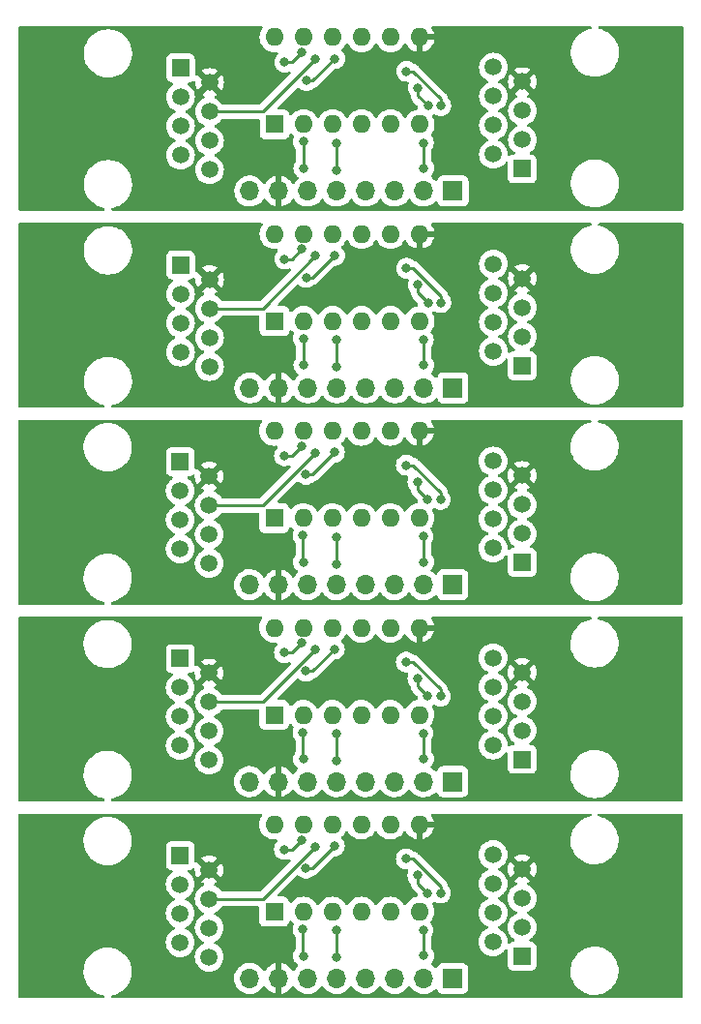
<source format=gbr>
%TF.GenerationSoftware,KiCad,Pcbnew,(6.0.1)*%
%TF.CreationDate,2022-05-22T10:13:31-05:00*%
%TF.ProjectId,modulo_tercera,6d6f6475-6c6f-45f7-9465-72636572612e,rev?*%
%TF.SameCoordinates,Original*%
%TF.FileFunction,Copper,L2,Bot*%
%TF.FilePolarity,Positive*%
%FSLAX46Y46*%
G04 Gerber Fmt 4.6, Leading zero omitted, Abs format (unit mm)*
G04 Created by KiCad (PCBNEW (6.0.1)) date 2022-05-22 10:13:31*
%MOMM*%
%LPD*%
G01*
G04 APERTURE LIST*
%TA.AperFunction,ComponentPad*%
%ADD10R,1.600000X1.600000*%
%TD*%
%TA.AperFunction,ComponentPad*%
%ADD11O,1.600000X1.600000*%
%TD*%
%TA.AperFunction,ComponentPad*%
%ADD12R,1.700000X1.700000*%
%TD*%
%TA.AperFunction,ComponentPad*%
%ADD13O,1.700000X1.700000*%
%TD*%
%TA.AperFunction,ComponentPad*%
%ADD14R,1.500000X1.500000*%
%TD*%
%TA.AperFunction,ComponentPad*%
%ADD15C,1.500000*%
%TD*%
%TA.AperFunction,ViaPad*%
%ADD16C,0.800000*%
%TD*%
%TA.AperFunction,Conductor*%
%ADD17C,0.250000*%
%TD*%
G04 APERTURE END LIST*
D10*
%TO.P,SW2,1*%
%TO.N,Net-(J1-Pad6)*%
X84556600Y-102920800D03*
D11*
%TO.P,SW2,2*%
X87096600Y-102920800D03*
%TO.P,SW2,3*%
%TO.N,Net-(J1-Pad5)*%
X89636600Y-102920800D03*
%TO.P,SW2,4*%
X92176600Y-102920800D03*
%TO.P,SW2,5*%
%TO.N,Net-(J1-Pad2)*%
X94716600Y-102920800D03*
%TO.P,SW2,6*%
X97256600Y-102920800D03*
%TO.P,SW2,7*%
%TO.N,GND*%
X97256600Y-95300800D03*
%TO.P,SW2,8*%
%TO.N,+3V3*%
X94716600Y-95300800D03*
%TO.P,SW2,9*%
%TO.N,Net-(Entrada1-Pad6)*%
X92176600Y-95300800D03*
%TO.P,SW2,10*%
%TO.N,Net-(Entrada1-Pad4)*%
X89636600Y-95300800D03*
%TO.P,SW2,11*%
%TO.N,Net-(Entrada1-Pad5)*%
X87096600Y-95300800D03*
%TO.P,SW2,12*%
%TO.N,Net-(Entrada1-Pad3)*%
X84556600Y-95300800D03*
%TD*%
D12*
%TO.P,J1,1,Pin_1*%
%TO.N,unconnected-(J1-Pad1)*%
X100202957Y-74320400D03*
D13*
%TO.P,J1,2,Pin_2*%
%TO.N,Net-(J1-Pad2)*%
X97662957Y-74320400D03*
%TO.P,J1,3,Pin_3*%
%TO.N,unconnected-(J1-Pad3)*%
X95122957Y-74320400D03*
%TO.P,J1,4,Pin_4*%
%TO.N,unconnected-(J1-Pad4)*%
X92582957Y-74320400D03*
%TO.P,J1,5,Pin_5*%
%TO.N,Net-(J1-Pad5)*%
X90042957Y-74320400D03*
%TO.P,J1,6,Pin_6*%
%TO.N,Net-(J1-Pad6)*%
X87502957Y-74320400D03*
%TO.P,J1,7,Pin_7*%
%TO.N,GND*%
X84962957Y-74320400D03*
%TO.P,J1,8,Pin_8*%
%TO.N,+3V3*%
X82422957Y-74320400D03*
%TD*%
D14*
%TO.P,Entrada,1*%
%TO.N,+3V3*%
X76321600Y-80783283D03*
D15*
%TO.P,Entrada,2*%
%TO.N,GND*%
X78861600Y-82053283D03*
%TO.P,Entrada,3*%
%TO.N,Net-(Entrada1-Pad3)*%
X76321600Y-83323283D03*
%TO.P,Entrada,4*%
%TO.N,Net-(Entrada1-Pad4)*%
X78861600Y-84593283D03*
%TO.P,Entrada,5*%
%TO.N,Net-(Entrada1-Pad5)*%
X76321600Y-85863283D03*
%TO.P,Entrada,6*%
%TO.N,Net-(Entrada1-Pad6)*%
X78861600Y-87133283D03*
%TO.P,Entrada,7*%
%TO.N,unconnected-(Entrada1-Pad7)*%
X76321600Y-88403283D03*
%TO.P,Entrada,8*%
%TO.N,unconnected-(Entrada1-Pad8)*%
X78861600Y-89673283D03*
%TD*%
D10*
%TO.P,SW2,1*%
%TO.N,Net-(J1-Pad6)*%
X84581957Y-68478400D03*
D11*
%TO.P,SW2,2*%
X87121957Y-68478400D03*
%TO.P,SW2,3*%
%TO.N,Net-(J1-Pad5)*%
X89661957Y-68478400D03*
%TO.P,SW2,4*%
X92201957Y-68478400D03*
%TO.P,SW2,5*%
%TO.N,Net-(J1-Pad2)*%
X94741957Y-68478400D03*
%TO.P,SW2,6*%
X97281957Y-68478400D03*
%TO.P,SW2,7*%
%TO.N,GND*%
X97281957Y-60858400D03*
%TO.P,SW2,8*%
%TO.N,+3V3*%
X94741957Y-60858400D03*
%TO.P,SW2,9*%
%TO.N,Net-(Entrada1-Pad6)*%
X92201957Y-60858400D03*
%TO.P,SW2,10*%
%TO.N,Net-(Entrada1-Pad4)*%
X89661957Y-60858400D03*
%TO.P,SW2,11*%
%TO.N,Net-(Entrada1-Pad5)*%
X87121957Y-60858400D03*
%TO.P,SW2,12*%
%TO.N,Net-(Entrada1-Pad3)*%
X84581957Y-60858400D03*
%TD*%
D10*
%TO.P,SW2,1*%
%TO.N,Net-(J1-Pad6)*%
X84556600Y-120142000D03*
D11*
%TO.P,SW2,2*%
X87096600Y-120142000D03*
%TO.P,SW2,3*%
%TO.N,Net-(J1-Pad5)*%
X89636600Y-120142000D03*
%TO.P,SW2,4*%
X92176600Y-120142000D03*
%TO.P,SW2,5*%
%TO.N,Net-(J1-Pad2)*%
X94716600Y-120142000D03*
%TO.P,SW2,6*%
X97256600Y-120142000D03*
%TO.P,SW2,7*%
%TO.N,GND*%
X97256600Y-112522000D03*
%TO.P,SW2,8*%
%TO.N,+3V3*%
X94716600Y-112522000D03*
%TO.P,SW2,9*%
%TO.N,Net-(Entrada1-Pad6)*%
X92176600Y-112522000D03*
%TO.P,SW2,10*%
%TO.N,Net-(Entrada1-Pad4)*%
X89636600Y-112522000D03*
%TO.P,SW2,11*%
%TO.N,Net-(Entrada1-Pad5)*%
X87096600Y-112522000D03*
%TO.P,SW2,12*%
%TO.N,Net-(Entrada1-Pad3)*%
X84556600Y-112522000D03*
%TD*%
D14*
%TO.P,Salida,1*%
%TO.N,unconnected-(Salida1-Pad1)*%
X106253600Y-89602283D03*
D15*
%TO.P,Salida,2*%
%TO.N,unconnected-(Salida1-Pad2)*%
X103713600Y-88332283D03*
%TO.P,Salida,3*%
%TO.N,Net-(Entrada1-Pad6)*%
X106253600Y-87062283D03*
%TO.P,Salida,4*%
%TO.N,Net-(Entrada1-Pad5)*%
X103713600Y-85792283D03*
%TO.P,Salida,5*%
%TO.N,Net-(Entrada1-Pad4)*%
X106253600Y-84522283D03*
%TO.P,Salida,6*%
%TO.N,Net-(Entrada1-Pad3)*%
X103713600Y-83252283D03*
%TO.P,Salida,7*%
%TO.N,GND*%
X106253600Y-81982283D03*
%TO.P,Salida,8*%
%TO.N,+3V3*%
X103713600Y-80712283D03*
%TD*%
D14*
%TO.P,Entrada,1*%
%TO.N,+3V3*%
X76321600Y-115224500D03*
D15*
%TO.P,Entrada,2*%
%TO.N,GND*%
X78861600Y-116494500D03*
%TO.P,Entrada,3*%
%TO.N,Net-(Entrada1-Pad3)*%
X76321600Y-117764500D03*
%TO.P,Entrada,4*%
%TO.N,Net-(Entrada1-Pad4)*%
X78861600Y-119034500D03*
%TO.P,Entrada,5*%
%TO.N,Net-(Entrada1-Pad5)*%
X76321600Y-120304500D03*
%TO.P,Entrada,6*%
%TO.N,Net-(Entrada1-Pad6)*%
X78861600Y-121574500D03*
%TO.P,Entrada,7*%
%TO.N,unconnected-(Entrada1-Pad7)*%
X76321600Y-122844500D03*
%TO.P,Entrada,8*%
%TO.N,unconnected-(Entrada1-Pad8)*%
X78861600Y-124114500D03*
%TD*%
D12*
%TO.P,J1,1,Pin_1*%
%TO.N,unconnected-(J1-Pad1)*%
X100177600Y-91542783D03*
D13*
%TO.P,J1,2,Pin_2*%
%TO.N,Net-(J1-Pad2)*%
X97637600Y-91542783D03*
%TO.P,J1,3,Pin_3*%
%TO.N,unconnected-(J1-Pad3)*%
X95097600Y-91542783D03*
%TO.P,J1,4,Pin_4*%
%TO.N,unconnected-(J1-Pad4)*%
X92557600Y-91542783D03*
%TO.P,J1,5,Pin_5*%
%TO.N,Net-(J1-Pad5)*%
X90017600Y-91542783D03*
%TO.P,J1,6,Pin_6*%
%TO.N,Net-(J1-Pad6)*%
X87477600Y-91542783D03*
%TO.P,J1,7,Pin_7*%
%TO.N,GND*%
X84937600Y-91542783D03*
%TO.P,J1,8,Pin_8*%
%TO.N,+3V3*%
X82397600Y-91542783D03*
%TD*%
D14*
%TO.P,Entrada,1*%
%TO.N,+3V3*%
X76346957Y-63560900D03*
D15*
%TO.P,Entrada,2*%
%TO.N,GND*%
X78886957Y-64830900D03*
%TO.P,Entrada,3*%
%TO.N,Net-(Entrada1-Pad3)*%
X76346957Y-66100900D03*
%TO.P,Entrada,4*%
%TO.N,Net-(Entrada1-Pad4)*%
X78886957Y-67370900D03*
%TO.P,Entrada,5*%
%TO.N,Net-(Entrada1-Pad5)*%
X76346957Y-68640900D03*
%TO.P,Entrada,6*%
%TO.N,Net-(Entrada1-Pad6)*%
X78886957Y-69910900D03*
%TO.P,Entrada,7*%
%TO.N,unconnected-(Entrada1-Pad7)*%
X76346957Y-71180900D03*
%TO.P,Entrada,8*%
%TO.N,unconnected-(Entrada1-Pad8)*%
X78886957Y-72450900D03*
%TD*%
D14*
%TO.P,Entrada,1*%
%TO.N,+3V3*%
X76321600Y-98003300D03*
D15*
%TO.P,Entrada,2*%
%TO.N,GND*%
X78861600Y-99273300D03*
%TO.P,Entrada,3*%
%TO.N,Net-(Entrada1-Pad3)*%
X76321600Y-100543300D03*
%TO.P,Entrada,4*%
%TO.N,Net-(Entrada1-Pad4)*%
X78861600Y-101813300D03*
%TO.P,Entrada,5*%
%TO.N,Net-(Entrada1-Pad5)*%
X76321600Y-103083300D03*
%TO.P,Entrada,6*%
%TO.N,Net-(Entrada1-Pad6)*%
X78861600Y-104353300D03*
%TO.P,Entrada,7*%
%TO.N,unconnected-(Entrada1-Pad7)*%
X76321600Y-105623300D03*
%TO.P,Entrada,8*%
%TO.N,unconnected-(Entrada1-Pad8)*%
X78861600Y-106893300D03*
%TD*%
D12*
%TO.P,J1,1,Pin_1*%
%TO.N,unconnected-(J1-Pad1)*%
X100177600Y-108762800D03*
D13*
%TO.P,J1,2,Pin_2*%
%TO.N,Net-(J1-Pad2)*%
X97637600Y-108762800D03*
%TO.P,J1,3,Pin_3*%
%TO.N,unconnected-(J1-Pad3)*%
X95097600Y-108762800D03*
%TO.P,J1,4,Pin_4*%
%TO.N,unconnected-(J1-Pad4)*%
X92557600Y-108762800D03*
%TO.P,J1,5,Pin_5*%
%TO.N,Net-(J1-Pad5)*%
X90017600Y-108762800D03*
%TO.P,J1,6,Pin_6*%
%TO.N,Net-(J1-Pad6)*%
X87477600Y-108762800D03*
%TO.P,J1,7,Pin_7*%
%TO.N,GND*%
X84937600Y-108762800D03*
%TO.P,J1,8,Pin_8*%
%TO.N,+3V3*%
X82397600Y-108762800D03*
%TD*%
D12*
%TO.P,J1,1,Pin_1*%
%TO.N,unconnected-(J1-Pad1)*%
X100177600Y-125984000D03*
D13*
%TO.P,J1,2,Pin_2*%
%TO.N,Net-(J1-Pad2)*%
X97637600Y-125984000D03*
%TO.P,J1,3,Pin_3*%
%TO.N,unconnected-(J1-Pad3)*%
X95097600Y-125984000D03*
%TO.P,J1,4,Pin_4*%
%TO.N,unconnected-(J1-Pad4)*%
X92557600Y-125984000D03*
%TO.P,J1,5,Pin_5*%
%TO.N,Net-(J1-Pad5)*%
X90017600Y-125984000D03*
%TO.P,J1,6,Pin_6*%
%TO.N,Net-(J1-Pad6)*%
X87477600Y-125984000D03*
%TO.P,J1,7,Pin_7*%
%TO.N,GND*%
X84937600Y-125984000D03*
%TO.P,J1,8,Pin_8*%
%TO.N,+3V3*%
X82397600Y-125984000D03*
%TD*%
D14*
%TO.P,Salida,1*%
%TO.N,unconnected-(Salida1-Pad1)*%
X106279000Y-55158700D03*
D15*
%TO.P,Salida,2*%
%TO.N,unconnected-(Salida1-Pad2)*%
X103739000Y-53888700D03*
%TO.P,Salida,3*%
%TO.N,Net-(Entrada1-Pad6)*%
X106279000Y-52618700D03*
%TO.P,Salida,4*%
%TO.N,Net-(Entrada1-Pad5)*%
X103739000Y-51348700D03*
%TO.P,Salida,5*%
%TO.N,Net-(Entrada1-Pad4)*%
X106279000Y-50078700D03*
%TO.P,Salida,6*%
%TO.N,Net-(Entrada1-Pad3)*%
X103739000Y-48808700D03*
%TO.P,Salida,7*%
%TO.N,GND*%
X106279000Y-47538700D03*
%TO.P,Salida,8*%
%TO.N,+3V3*%
X103739000Y-46268700D03*
%TD*%
D14*
%TO.P,Salida,1*%
%TO.N,unconnected-(Salida1-Pad1)*%
X106253600Y-106822300D03*
D15*
%TO.P,Salida,2*%
%TO.N,unconnected-(Salida1-Pad2)*%
X103713600Y-105552300D03*
%TO.P,Salida,3*%
%TO.N,Net-(Entrada1-Pad6)*%
X106253600Y-104282300D03*
%TO.P,Salida,4*%
%TO.N,Net-(Entrada1-Pad5)*%
X103713600Y-103012300D03*
%TO.P,Salida,5*%
%TO.N,Net-(Entrada1-Pad4)*%
X106253600Y-101742300D03*
%TO.P,Salida,6*%
%TO.N,Net-(Entrada1-Pad3)*%
X103713600Y-100472300D03*
%TO.P,Salida,7*%
%TO.N,GND*%
X106253600Y-99202300D03*
%TO.P,Salida,8*%
%TO.N,+3V3*%
X103713600Y-97932300D03*
%TD*%
D14*
%TO.P,Salida,1*%
%TO.N,unconnected-(Salida1-Pad1)*%
X106253600Y-124043500D03*
D15*
%TO.P,Salida,2*%
%TO.N,unconnected-(Salida1-Pad2)*%
X103713600Y-122773500D03*
%TO.P,Salida,3*%
%TO.N,Net-(Entrada1-Pad6)*%
X106253600Y-121503500D03*
%TO.P,Salida,4*%
%TO.N,Net-(Entrada1-Pad5)*%
X103713600Y-120233500D03*
%TO.P,Salida,5*%
%TO.N,Net-(Entrada1-Pad4)*%
X106253600Y-118963500D03*
%TO.P,Salida,6*%
%TO.N,Net-(Entrada1-Pad3)*%
X103713600Y-117693500D03*
%TO.P,Salida,7*%
%TO.N,GND*%
X106253600Y-116423500D03*
%TO.P,Salida,8*%
%TO.N,+3V3*%
X103713600Y-115153500D03*
%TD*%
D14*
%TO.P,Entrada,1*%
%TO.N,+3V3*%
X76347000Y-46339700D03*
D15*
%TO.P,Entrada,2*%
%TO.N,GND*%
X78887000Y-47609700D03*
%TO.P,Entrada,3*%
%TO.N,Net-(Entrada1-Pad3)*%
X76347000Y-48879700D03*
%TO.P,Entrada,4*%
%TO.N,Net-(Entrada1-Pad4)*%
X78887000Y-50149700D03*
%TO.P,Entrada,5*%
%TO.N,Net-(Entrada1-Pad5)*%
X76347000Y-51419700D03*
%TO.P,Entrada,6*%
%TO.N,Net-(Entrada1-Pad6)*%
X78887000Y-52689700D03*
%TO.P,Entrada,7*%
%TO.N,unconnected-(Entrada1-Pad7)*%
X76347000Y-53959700D03*
%TO.P,Entrada,8*%
%TO.N,unconnected-(Entrada1-Pad8)*%
X78887000Y-55229700D03*
%TD*%
D10*
%TO.P,SW2,1*%
%TO.N,Net-(J1-Pad6)*%
X84556600Y-85700783D03*
D11*
%TO.P,SW2,2*%
X87096600Y-85700783D03*
%TO.P,SW2,3*%
%TO.N,Net-(J1-Pad5)*%
X89636600Y-85700783D03*
%TO.P,SW2,4*%
X92176600Y-85700783D03*
%TO.P,SW2,5*%
%TO.N,Net-(J1-Pad2)*%
X94716600Y-85700783D03*
%TO.P,SW2,6*%
X97256600Y-85700783D03*
%TO.P,SW2,7*%
%TO.N,GND*%
X97256600Y-78080783D03*
%TO.P,SW2,8*%
%TO.N,+3V3*%
X94716600Y-78080783D03*
%TO.P,SW2,9*%
%TO.N,Net-(Entrada1-Pad6)*%
X92176600Y-78080783D03*
%TO.P,SW2,10*%
%TO.N,Net-(Entrada1-Pad4)*%
X89636600Y-78080783D03*
%TO.P,SW2,11*%
%TO.N,Net-(Entrada1-Pad5)*%
X87096600Y-78080783D03*
%TO.P,SW2,12*%
%TO.N,Net-(Entrada1-Pad3)*%
X84556600Y-78080783D03*
%TD*%
D12*
%TO.P,J1,1,Pin_1*%
%TO.N,unconnected-(J1-Pad1)*%
X100203000Y-57099200D03*
D13*
%TO.P,J1,2,Pin_2*%
%TO.N,Net-(J1-Pad2)*%
X97663000Y-57099200D03*
%TO.P,J1,3,Pin_3*%
%TO.N,unconnected-(J1-Pad3)*%
X95123000Y-57099200D03*
%TO.P,J1,4,Pin_4*%
%TO.N,unconnected-(J1-Pad4)*%
X92583000Y-57099200D03*
%TO.P,J1,5,Pin_5*%
%TO.N,Net-(J1-Pad5)*%
X90043000Y-57099200D03*
%TO.P,J1,6,Pin_6*%
%TO.N,Net-(J1-Pad6)*%
X87503000Y-57099200D03*
%TO.P,J1,7,Pin_7*%
%TO.N,GND*%
X84963000Y-57099200D03*
%TO.P,J1,8,Pin_8*%
%TO.N,+3V3*%
X82423000Y-57099200D03*
%TD*%
D10*
%TO.P,SW2,1*%
%TO.N,Net-(J1-Pad6)*%
X84582000Y-51257200D03*
D11*
%TO.P,SW2,2*%
X87122000Y-51257200D03*
%TO.P,SW2,3*%
%TO.N,Net-(J1-Pad5)*%
X89662000Y-51257200D03*
%TO.P,SW2,4*%
X92202000Y-51257200D03*
%TO.P,SW2,5*%
%TO.N,Net-(J1-Pad2)*%
X94742000Y-51257200D03*
%TO.P,SW2,6*%
X97282000Y-51257200D03*
%TO.P,SW2,7*%
%TO.N,GND*%
X97282000Y-43637200D03*
%TO.P,SW2,8*%
%TO.N,+3V3*%
X94742000Y-43637200D03*
%TO.P,SW2,9*%
%TO.N,Net-(Entrada1-Pad6)*%
X92202000Y-43637200D03*
%TO.P,SW2,10*%
%TO.N,Net-(Entrada1-Pad4)*%
X89662000Y-43637200D03*
%TO.P,SW2,11*%
%TO.N,Net-(Entrada1-Pad5)*%
X87122000Y-43637200D03*
%TO.P,SW2,12*%
%TO.N,Net-(Entrada1-Pad3)*%
X84582000Y-43637200D03*
%TD*%
D14*
%TO.P,Salida,1*%
%TO.N,unconnected-(Salida1-Pad1)*%
X106278957Y-72379900D03*
D15*
%TO.P,Salida,2*%
%TO.N,unconnected-(Salida1-Pad2)*%
X103738957Y-71109900D03*
%TO.P,Salida,3*%
%TO.N,Net-(Entrada1-Pad6)*%
X106278957Y-69839900D03*
%TO.P,Salida,4*%
%TO.N,Net-(Entrada1-Pad5)*%
X103738957Y-68569900D03*
%TO.P,Salida,5*%
%TO.N,Net-(Entrada1-Pad4)*%
X106278957Y-67299900D03*
%TO.P,Salida,6*%
%TO.N,Net-(Entrada1-Pad3)*%
X103738957Y-66029900D03*
%TO.P,Salida,7*%
%TO.N,GND*%
X106278957Y-64759900D03*
%TO.P,Salida,8*%
%TO.N,+3V3*%
X103738957Y-63489900D03*
%TD*%
D16*
%TO.N,GND*%
X64617600Y-115011200D03*
X64719200Y-79147583D03*
X118922800Y-90882383D03*
X64820800Y-122021600D03*
X64820800Y-87580383D03*
X64719200Y-112369600D03*
X118846557Y-72237600D03*
X118313200Y-79350783D03*
X118338557Y-62128400D03*
X64820800Y-104800400D03*
X64846157Y-70358000D03*
X118364000Y-80671583D03*
X118948200Y-56438800D03*
X64846200Y-53136800D03*
X64770000Y-108254800D03*
X64744557Y-61925200D03*
X118770400Y-88088383D03*
X118440200Y-47650400D03*
X64770000Y-125476000D03*
X118795757Y-70866000D03*
X118846600Y-55016400D03*
X64719200Y-113588800D03*
X64617600Y-97790000D03*
X64846200Y-54914800D03*
X118922800Y-125323600D03*
X64643000Y-46126400D03*
X64744600Y-43484800D03*
X64719200Y-77928383D03*
X118821200Y-106680000D03*
X118364000Y-97891600D03*
X118313200Y-96570800D03*
X64617600Y-80569983D03*
X118795800Y-53644800D03*
X118948157Y-73660000D03*
X118414800Y-116535200D03*
X118821200Y-89459983D03*
X118770400Y-105308400D03*
X118821200Y-123901200D03*
X118922800Y-108102400D03*
X64770000Y-91034783D03*
X64642957Y-63347600D03*
X118770400Y-122529600D03*
X118389357Y-63449200D03*
X64744600Y-44704000D03*
X64719200Y-96367600D03*
X64795357Y-73812400D03*
X64795400Y-56591200D03*
X64719200Y-95148400D03*
X118414800Y-82093983D03*
X118440157Y-64871600D03*
X64846157Y-72136000D03*
X118313200Y-113792000D03*
X118364000Y-115112800D03*
X64744557Y-60706000D03*
X64820800Y-106578400D03*
X64820800Y-123799600D03*
X64820800Y-89358383D03*
X118414800Y-99314000D03*
X118389400Y-46228000D03*
X118338600Y-44907200D03*
%TO.N,Net-(Entrada1-Pad4)*%
X88168058Y-45562942D03*
X88168015Y-62784142D03*
X88142658Y-114447742D03*
X88142658Y-80006525D03*
X88142658Y-97226542D03*
%TO.N,Net-(Entrada1-Pad5)*%
X97129600Y-99747800D03*
X85445600Y-97485200D03*
X85470957Y-63042800D03*
X98018600Y-49631600D03*
X97993200Y-101295200D03*
X86994957Y-62179200D03*
X97155000Y-48084200D03*
X86995000Y-44958000D03*
X85445600Y-114706400D03*
X97154957Y-65305400D03*
X97129600Y-82527783D03*
X97993200Y-118516400D03*
X97129600Y-116969000D03*
X86969600Y-96621600D03*
X85471000Y-45821600D03*
X85445600Y-80265183D03*
X86969600Y-113842800D03*
X98018557Y-66852800D03*
X97993200Y-84075183D03*
X86969600Y-79401583D03*
%TO.N,Net-(Entrada1-Pad6)*%
X89814400Y-114401600D03*
X87333600Y-116323600D03*
X89839800Y-45516800D03*
X96138957Y-63855600D03*
X89814400Y-97180400D03*
X96113600Y-81077983D03*
X87359000Y-47438800D03*
X96113600Y-115519200D03*
X87333600Y-81882383D03*
X96113600Y-98298000D03*
X99136157Y-66852800D03*
X87358957Y-64660000D03*
X89839757Y-62738000D03*
X89814400Y-79960383D03*
X99136200Y-49631600D03*
X87333600Y-99102400D03*
X99110800Y-118516400D03*
X99110800Y-84075183D03*
X96139000Y-46634400D03*
X99110800Y-101295200D03*
%TO.N,Net-(J1-Pad2)*%
X97612157Y-70104000D03*
X97663000Y-55099900D03*
X97612200Y-52882800D03*
X97586800Y-87326383D03*
X97662957Y-72321100D03*
X97586800Y-104546400D03*
X97637600Y-106763500D03*
X97586800Y-121767600D03*
X97637600Y-89543483D03*
X97637600Y-123984700D03*
%TO.N,Net-(J1-Pad5)*%
X90042957Y-72491600D03*
X90017600Y-106934000D03*
X90042957Y-70122100D03*
X90017600Y-124155200D03*
X90017600Y-121785700D03*
X90043000Y-52900900D03*
X90017600Y-104564500D03*
X90043000Y-55270400D03*
X90017600Y-87344483D03*
X90017600Y-89713983D03*
%TO.N,Net-(J1-Pad6)*%
X87147400Y-55118000D03*
X87071200Y-104444800D03*
X87096557Y-70002400D03*
X87147357Y-72339200D03*
X87071200Y-87224783D03*
X87071200Y-121666000D03*
X87122000Y-89561583D03*
X87122000Y-124002800D03*
X87122000Y-106781600D03*
X87096600Y-52781200D03*
%TD*%
D17*
%TO.N,Net-(Entrada1-Pad4)*%
X83555900Y-119034500D02*
X88142658Y-114447742D01*
X83581257Y-67370900D02*
X88168015Y-62784142D01*
X83555900Y-101813300D02*
X88142658Y-97226542D01*
X83555900Y-84593283D02*
X88142658Y-80006525D01*
X78861600Y-119034500D02*
X83555900Y-119034500D01*
X78886957Y-67370900D02*
X83581257Y-67370900D01*
X83581300Y-50149700D02*
X88168058Y-45562942D01*
X78861600Y-101813300D02*
X83555900Y-101813300D01*
X78861600Y-84593283D02*
X83555900Y-84593283D01*
X78887000Y-50149700D02*
X83581300Y-50149700D01*
%TO.N,Net-(Entrada1-Pad5)*%
X97129600Y-83211583D02*
X97993200Y-84075183D01*
X97129600Y-99747800D02*
X97129600Y-100431600D01*
X85471000Y-45821600D02*
X86131400Y-45821600D01*
X97155000Y-48768000D02*
X98018600Y-49631600D01*
X86106000Y-114706400D02*
X86969600Y-113842800D01*
X97154957Y-65305400D02*
X97154957Y-65989200D01*
X97155000Y-48084200D02*
X97155000Y-48768000D01*
X86106000Y-97485200D02*
X86969600Y-96621600D01*
X85445600Y-97485200D02*
X86106000Y-97485200D01*
X86131357Y-63042800D02*
X86994957Y-62179200D01*
X85445600Y-80265183D02*
X86106000Y-80265183D01*
X97129600Y-117652800D02*
X97993200Y-118516400D01*
X85470957Y-63042800D02*
X86131357Y-63042800D01*
X97129600Y-82527783D02*
X97129600Y-83211583D01*
X97154957Y-65989200D02*
X98018557Y-66852800D01*
X85445600Y-114706400D02*
X86106000Y-114706400D01*
X86106000Y-80265183D02*
X86969600Y-79401583D01*
X97129600Y-100431600D02*
X97993200Y-101295200D01*
X86131400Y-45821600D02*
X86995000Y-44958000D01*
X97129600Y-116969000D02*
X97129600Y-117652800D01*
%TO.N,Net-(Entrada1-Pad6)*%
X96729771Y-63855600D02*
X99136157Y-66261986D01*
X87359000Y-47438800D02*
X87917800Y-47438800D01*
X96113600Y-81077983D02*
X96704414Y-81077983D01*
X87333600Y-116323600D02*
X87892400Y-116323600D01*
X96113600Y-115519200D02*
X96704414Y-115519200D01*
X96704414Y-98298000D02*
X99110800Y-100704386D01*
X87358957Y-64660000D02*
X87917757Y-64660000D01*
X87917800Y-47438800D02*
X89839800Y-45516800D01*
X96729814Y-46634400D02*
X99136200Y-49040786D01*
X87917757Y-64660000D02*
X89839757Y-62738000D01*
X96139000Y-46634400D02*
X96729814Y-46634400D01*
X87892400Y-99102400D02*
X89814400Y-97180400D01*
X96704414Y-115519200D02*
X99110800Y-117925586D01*
X99136200Y-49040786D02*
X99136200Y-49631600D01*
X99136157Y-66261986D02*
X99136157Y-66852800D01*
X96113600Y-98298000D02*
X96704414Y-98298000D01*
X87892400Y-81882383D02*
X89814400Y-79960383D01*
X99110800Y-117925586D02*
X99110800Y-118516400D01*
X87892400Y-116323600D02*
X89814400Y-114401600D01*
X87333600Y-99102400D02*
X87892400Y-99102400D01*
X99110800Y-83484369D02*
X99110800Y-84075183D01*
X87333600Y-81882383D02*
X87892400Y-81882383D01*
X96704414Y-81077983D02*
X99110800Y-83484369D01*
X99110800Y-100704386D02*
X99110800Y-101295200D01*
X96138957Y-63855600D02*
X96729771Y-63855600D01*
%TO.N,Net-(J1-Pad2)*%
X97637600Y-104597200D02*
X97586800Y-104546400D01*
X97663000Y-52933600D02*
X97612200Y-52882800D01*
X97637600Y-123984700D02*
X97637600Y-121818400D01*
X97637600Y-89543483D02*
X97637600Y-87377183D01*
X97663000Y-55099900D02*
X97663000Y-52933600D01*
X97662957Y-72321100D02*
X97662957Y-70154800D01*
X97637600Y-106763500D02*
X97637600Y-104597200D01*
X97662957Y-70154800D02*
X97612157Y-70104000D01*
X97637600Y-121818400D02*
X97586800Y-121767600D01*
X97637600Y-87377183D02*
X97586800Y-87326383D01*
%TO.N,Net-(J1-Pad5)*%
X90042957Y-72491600D02*
X90042957Y-70122100D01*
X90017600Y-89713983D02*
X90017600Y-87344483D01*
X90017600Y-106934000D02*
X90017600Y-104564500D01*
X90017600Y-124155200D02*
X90017600Y-121785700D01*
X90043000Y-55270400D02*
X90043000Y-52900900D01*
%TO.N,Net-(J1-Pad6)*%
X87096600Y-52781200D02*
X87096600Y-55067200D01*
X87071200Y-121666000D02*
X87071200Y-123952000D01*
X87071200Y-104444800D02*
X87071200Y-106730800D01*
X87071200Y-87224783D02*
X87071200Y-89510783D01*
X87071200Y-123952000D02*
X87122000Y-124002800D01*
X87071200Y-89510783D02*
X87122000Y-89561583D01*
X87096557Y-72288400D02*
X87147357Y-72339200D01*
X87096557Y-70002400D02*
X87096557Y-72288400D01*
X87071200Y-106730800D02*
X87122000Y-106781600D01*
X87096600Y-55067200D02*
X87147400Y-55118000D01*
%TD*%
%TA.AperFunction,Conductor*%
%TO.N,GND*%
G36*
X83461134Y-111576802D02*
G01*
X83507627Y-111630458D01*
X83517731Y-111700732D01*
X83496226Y-111755071D01*
X83431817Y-111847057D01*
X83419077Y-111865251D01*
X83416754Y-111870233D01*
X83416751Y-111870238D01*
X83349298Y-112014893D01*
X83322316Y-112072757D01*
X83320894Y-112078065D01*
X83320893Y-112078067D01*
X83264481Y-112288598D01*
X83263057Y-112293913D01*
X83243102Y-112522000D01*
X83263057Y-112750087D01*
X83264481Y-112755400D01*
X83264481Y-112755402D01*
X83310723Y-112927976D01*
X83322316Y-112971243D01*
X83324639Y-112976224D01*
X83324639Y-112976225D01*
X83416751Y-113173762D01*
X83416754Y-113173767D01*
X83419077Y-113178749D01*
X83550402Y-113366300D01*
X83712300Y-113528198D01*
X83716808Y-113531355D01*
X83716811Y-113531357D01*
X83770124Y-113568687D01*
X83899851Y-113659523D01*
X83904833Y-113661846D01*
X83904838Y-113661849D01*
X84101365Y-113753490D01*
X84107357Y-113756284D01*
X84112665Y-113757706D01*
X84112667Y-113757707D01*
X84323198Y-113814119D01*
X84323200Y-113814119D01*
X84328513Y-113815543D01*
X84556600Y-113835498D01*
X84562075Y-113835019D01*
X84562076Y-113835019D01*
X84727142Y-113820578D01*
X84796746Y-113834567D01*
X84847739Y-113883967D01*
X84863929Y-113953093D01*
X84840176Y-114019998D01*
X84831773Y-114030393D01*
X84706560Y-114169456D01*
X84611073Y-114334844D01*
X84552058Y-114516472D01*
X84551368Y-114523033D01*
X84551368Y-114523035D01*
X84543342Y-114599398D01*
X84532096Y-114706400D01*
X84532786Y-114712965D01*
X84548518Y-114862642D01*
X84552058Y-114896328D01*
X84611073Y-115077956D01*
X84706560Y-115243344D01*
X84710978Y-115248251D01*
X84710979Y-115248252D01*
X84823608Y-115373339D01*
X84834347Y-115385266D01*
X84988848Y-115497518D01*
X84994876Y-115500202D01*
X84994878Y-115500203D01*
X85157281Y-115572509D01*
X85163312Y-115575194D01*
X85235608Y-115590561D01*
X85343656Y-115613528D01*
X85343661Y-115613528D01*
X85350113Y-115614900D01*
X85541087Y-115614900D01*
X85547539Y-115613528D01*
X85547544Y-115613528D01*
X85655592Y-115590561D01*
X85727888Y-115575194D01*
X85812369Y-115537581D01*
X85882735Y-115528147D01*
X85947032Y-115558253D01*
X85984846Y-115618342D01*
X85984170Y-115689336D01*
X85952712Y-115741783D01*
X83330400Y-118364095D01*
X83268088Y-118398121D01*
X83241305Y-118401000D01*
X80019954Y-118401000D01*
X79951833Y-118380998D01*
X79916741Y-118347271D01*
X79902178Y-118326472D01*
X79829349Y-118222462D01*
X79673638Y-118066751D01*
X79661831Y-118058483D01*
X79579725Y-118000992D01*
X79493254Y-117940444D01*
X79488272Y-117938121D01*
X79488267Y-117938118D01*
X79360241Y-117878419D01*
X79306956Y-117831502D01*
X79287495Y-117763224D01*
X79308037Y-117695264D01*
X79360241Y-117650029D01*
X79488016Y-117590447D01*
X79497512Y-117584964D01*
X79538748Y-117556090D01*
X79547123Y-117545612D01*
X79540057Y-117532168D01*
X78874411Y-116866521D01*
X78860468Y-116858908D01*
X78858634Y-116859039D01*
X78852020Y-116863290D01*
X78182420Y-117532891D01*
X78175993Y-117544661D01*
X78185287Y-117556675D01*
X78225688Y-117584964D01*
X78235184Y-117590447D01*
X78362959Y-117650029D01*
X78416244Y-117696946D01*
X78435705Y-117765224D01*
X78415163Y-117833184D01*
X78362959Y-117878419D01*
X78234934Y-117938118D01*
X78234929Y-117938121D01*
X78229947Y-117940444D01*
X78225440Y-117943600D01*
X78225438Y-117943601D01*
X78054073Y-118063592D01*
X78054070Y-118063594D01*
X78049562Y-118066751D01*
X77893851Y-118222462D01*
X77890694Y-118226970D01*
X77890692Y-118226973D01*
X77794678Y-118364095D01*
X77767544Y-118402847D01*
X77765221Y-118407829D01*
X77765218Y-118407834D01*
X77738477Y-118465182D01*
X77674480Y-118602424D01*
X77617485Y-118815129D01*
X77598293Y-119034500D01*
X77617485Y-119253871D01*
X77674480Y-119466576D01*
X77701470Y-119524457D01*
X77765218Y-119661166D01*
X77765221Y-119661171D01*
X77767544Y-119666153D01*
X77770700Y-119670660D01*
X77770701Y-119670662D01*
X77865981Y-119806735D01*
X77893851Y-119846538D01*
X78049562Y-120002249D01*
X78054071Y-120005406D01*
X78054073Y-120005408D01*
X78066528Y-120014129D01*
X78229946Y-120128556D01*
X78234928Y-120130879D01*
X78234933Y-120130882D01*
X78362368Y-120190305D01*
X78415653Y-120237222D01*
X78435114Y-120305499D01*
X78414572Y-120373459D01*
X78362368Y-120418695D01*
X78234934Y-120478118D01*
X78234929Y-120478121D01*
X78229947Y-120480444D01*
X78225440Y-120483600D01*
X78225438Y-120483601D01*
X78054073Y-120603592D01*
X78054070Y-120603594D01*
X78049562Y-120606751D01*
X77893851Y-120762462D01*
X77890694Y-120766970D01*
X77890692Y-120766973D01*
X77772231Y-120936153D01*
X77767544Y-120942847D01*
X77765221Y-120947829D01*
X77765218Y-120947834D01*
X77721762Y-121041027D01*
X77674480Y-121142424D01*
X77617485Y-121355129D01*
X77598293Y-121574500D01*
X77617485Y-121793871D01*
X77674480Y-122006576D01*
X77688926Y-122037556D01*
X77765218Y-122201166D01*
X77765221Y-122201171D01*
X77767544Y-122206153D01*
X77770700Y-122210660D01*
X77770701Y-122210662D01*
X77865981Y-122346735D01*
X77893851Y-122386538D01*
X78049562Y-122542249D01*
X78054071Y-122545406D01*
X78054073Y-122545408D01*
X78066528Y-122554129D01*
X78229946Y-122668556D01*
X78234928Y-122670879D01*
X78234933Y-122670882D01*
X78362368Y-122730305D01*
X78415653Y-122777222D01*
X78435114Y-122845499D01*
X78414572Y-122913459D01*
X78362368Y-122958695D01*
X78234934Y-123018118D01*
X78234929Y-123018121D01*
X78229947Y-123020444D01*
X78225440Y-123023600D01*
X78225438Y-123023601D01*
X78054073Y-123143592D01*
X78054070Y-123143594D01*
X78049562Y-123146751D01*
X77893851Y-123302462D01*
X77890694Y-123306970D01*
X77890692Y-123306973D01*
X77772231Y-123476153D01*
X77767544Y-123482847D01*
X77765221Y-123487829D01*
X77765218Y-123487834D01*
X77724673Y-123574785D01*
X77674480Y-123682424D01*
X77617485Y-123895129D01*
X77598293Y-124114500D01*
X77617485Y-124333871D01*
X77674480Y-124546576D01*
X77676805Y-124551561D01*
X77765218Y-124741166D01*
X77765221Y-124741171D01*
X77767544Y-124746153D01*
X77770700Y-124750660D01*
X77770701Y-124750662D01*
X77883122Y-124911215D01*
X77893851Y-124926538D01*
X78049562Y-125082249D01*
X78054071Y-125085406D01*
X78054073Y-125085408D01*
X78118333Y-125130403D01*
X78229946Y-125208556D01*
X78429524Y-125301620D01*
X78642229Y-125358615D01*
X78861600Y-125377807D01*
X79080971Y-125358615D01*
X79293676Y-125301620D01*
X79493254Y-125208556D01*
X79604867Y-125130403D01*
X79669127Y-125085408D01*
X79669129Y-125085406D01*
X79673638Y-125082249D01*
X79829349Y-124926538D01*
X79840079Y-124911215D01*
X79952499Y-124750662D01*
X79952500Y-124750660D01*
X79955656Y-124746153D01*
X79957979Y-124741171D01*
X79957982Y-124741166D01*
X80046395Y-124551561D01*
X80048720Y-124546576D01*
X80105715Y-124333871D01*
X80124907Y-124114500D01*
X80105715Y-123895129D01*
X80048720Y-123682424D01*
X79998527Y-123574785D01*
X79957982Y-123487834D01*
X79957979Y-123487829D01*
X79955656Y-123482847D01*
X79950969Y-123476153D01*
X79832508Y-123306973D01*
X79832506Y-123306970D01*
X79829349Y-123302462D01*
X79673638Y-123146751D01*
X79493254Y-123020444D01*
X79488272Y-123018121D01*
X79488267Y-123018118D01*
X79360832Y-122958695D01*
X79307547Y-122911778D01*
X79288086Y-122843501D01*
X79308628Y-122775541D01*
X79360832Y-122730305D01*
X79488267Y-122670882D01*
X79488272Y-122670879D01*
X79493254Y-122668556D01*
X79656672Y-122554129D01*
X79669127Y-122545408D01*
X79669129Y-122545406D01*
X79673638Y-122542249D01*
X79829349Y-122386538D01*
X79857220Y-122346735D01*
X79952499Y-122210662D01*
X79952500Y-122210660D01*
X79955656Y-122206153D01*
X79957979Y-122201171D01*
X79957982Y-122201166D01*
X80034274Y-122037556D01*
X80048720Y-122006576D01*
X80105715Y-121793871D01*
X80124907Y-121574500D01*
X80105715Y-121355129D01*
X80048720Y-121142424D01*
X80001438Y-121041027D01*
X79957982Y-120947834D01*
X79957979Y-120947829D01*
X79955656Y-120942847D01*
X79950969Y-120936153D01*
X79832508Y-120766973D01*
X79832506Y-120766970D01*
X79829349Y-120762462D01*
X79673638Y-120606751D01*
X79660017Y-120597213D01*
X79594359Y-120551239D01*
X79493254Y-120480444D01*
X79488272Y-120478121D01*
X79488267Y-120478118D01*
X79360832Y-120418695D01*
X79307547Y-120371778D01*
X79288086Y-120303501D01*
X79308628Y-120235541D01*
X79360832Y-120190305D01*
X79488267Y-120130882D01*
X79488272Y-120130879D01*
X79493254Y-120128556D01*
X79656672Y-120014129D01*
X79669127Y-120005408D01*
X79669129Y-120005406D01*
X79673638Y-120002249D01*
X79829349Y-119846538D01*
X79857220Y-119806735D01*
X79879064Y-119775538D01*
X79916742Y-119721728D01*
X79972198Y-119677401D01*
X80019954Y-119668000D01*
X83122100Y-119668000D01*
X83190221Y-119688002D01*
X83236714Y-119741658D01*
X83248100Y-119794000D01*
X83248100Y-120990134D01*
X83254855Y-121052316D01*
X83305985Y-121188705D01*
X83393339Y-121305261D01*
X83509895Y-121392615D01*
X83646284Y-121443745D01*
X83708466Y-121450500D01*
X85404734Y-121450500D01*
X85466916Y-121443745D01*
X85603305Y-121392615D01*
X85719861Y-121305261D01*
X85807215Y-121188705D01*
X85858345Y-121052316D01*
X85859517Y-121041526D01*
X85860403Y-121039394D01*
X85861025Y-121036778D01*
X85861448Y-121036879D01*
X85886755Y-120975965D01*
X85945117Y-120935537D01*
X86016071Y-120933078D01*
X86077090Y-120969371D01*
X86084089Y-120978031D01*
X86087243Y-120981789D01*
X86090402Y-120986300D01*
X86227557Y-121123455D01*
X86261583Y-121185767D01*
X86256518Y-121256582D01*
X86247582Y-121275548D01*
X86242628Y-121284129D01*
X86236673Y-121294444D01*
X86177658Y-121476072D01*
X86176968Y-121482633D01*
X86176968Y-121482635D01*
X86166737Y-121579975D01*
X86157696Y-121666000D01*
X86158386Y-121672565D01*
X86171136Y-121793871D01*
X86177658Y-121855928D01*
X86236673Y-122037556D01*
X86332160Y-122202944D01*
X86405337Y-122284215D01*
X86436053Y-122348221D01*
X86437700Y-122368524D01*
X86437700Y-123356695D01*
X86417698Y-123424816D01*
X86405341Y-123440999D01*
X86382960Y-123465856D01*
X86341841Y-123537076D01*
X86294972Y-123618256D01*
X86287473Y-123631244D01*
X86228458Y-123812872D01*
X86227768Y-123819433D01*
X86227768Y-123819435D01*
X86211088Y-123978135D01*
X86208496Y-124002800D01*
X86209186Y-124009365D01*
X86227333Y-124182021D01*
X86228458Y-124192728D01*
X86287473Y-124374356D01*
X86290776Y-124380078D01*
X86290777Y-124380079D01*
X86316726Y-124425024D01*
X86382960Y-124539744D01*
X86387378Y-124544651D01*
X86387379Y-124544652D01*
X86502701Y-124672730D01*
X86510747Y-124681666D01*
X86586704Y-124736852D01*
X86595690Y-124743381D01*
X86639044Y-124799603D01*
X86645119Y-124870340D01*
X86611987Y-124933131D01*
X86597282Y-124946077D01*
X86572565Y-124964635D01*
X86547141Y-124991240D01*
X86457152Y-125085408D01*
X86418229Y-125126138D01*
X86310804Y-125283618D01*
X86310498Y-125284066D01*
X86255587Y-125329069D01*
X86185062Y-125337240D01*
X86121315Y-125305986D01*
X86100618Y-125281502D01*
X86020026Y-125156926D01*
X86013736Y-125148757D01*
X85870406Y-124991240D01*
X85862873Y-124984215D01*
X85695739Y-124852222D01*
X85687152Y-124846517D01*
X85500717Y-124743599D01*
X85491305Y-124739369D01*
X85290559Y-124668280D01*
X85280588Y-124665646D01*
X85209437Y-124652972D01*
X85196140Y-124654432D01*
X85191600Y-124668989D01*
X85191600Y-127302517D01*
X85195664Y-127316359D01*
X85209078Y-127318393D01*
X85215784Y-127317534D01*
X85225862Y-127315392D01*
X85429855Y-127254191D01*
X85439442Y-127250433D01*
X85630695Y-127156739D01*
X85639545Y-127151464D01*
X85812928Y-127027792D01*
X85820800Y-127021139D01*
X85971652Y-126870812D01*
X85978330Y-126862965D01*
X86105622Y-126685819D01*
X86106879Y-126686722D01*
X86153973Y-126643362D01*
X86223911Y-126631145D01*
X86289351Y-126658678D01*
X86317179Y-126690511D01*
X86377587Y-126789088D01*
X86523850Y-126957938D01*
X86695726Y-127100632D01*
X86888600Y-127213338D01*
X87097292Y-127293030D01*
X87102360Y-127294061D01*
X87102363Y-127294062D01*
X87196435Y-127313201D01*
X87316197Y-127337567D01*
X87321372Y-127337757D01*
X87321374Y-127337757D01*
X87534273Y-127345564D01*
X87534277Y-127345564D01*
X87539437Y-127345753D01*
X87544557Y-127345097D01*
X87544559Y-127345097D01*
X87755888Y-127318025D01*
X87755889Y-127318025D01*
X87761016Y-127317368D01*
X87765966Y-127315883D01*
X87970029Y-127254661D01*
X87970034Y-127254659D01*
X87974984Y-127253174D01*
X88175594Y-127154896D01*
X88357460Y-127025173D01*
X88515696Y-126867489D01*
X88539645Y-126834161D01*
X88646053Y-126686077D01*
X88647376Y-126687028D01*
X88694245Y-126643857D01*
X88764180Y-126631625D01*
X88829626Y-126659144D01*
X88857475Y-126690994D01*
X88917587Y-126789088D01*
X89063850Y-126957938D01*
X89235726Y-127100632D01*
X89428600Y-127213338D01*
X89637292Y-127293030D01*
X89642360Y-127294061D01*
X89642363Y-127294062D01*
X89736435Y-127313201D01*
X89856197Y-127337567D01*
X89861372Y-127337757D01*
X89861374Y-127337757D01*
X90074273Y-127345564D01*
X90074277Y-127345564D01*
X90079437Y-127345753D01*
X90084557Y-127345097D01*
X90084559Y-127345097D01*
X90295888Y-127318025D01*
X90295889Y-127318025D01*
X90301016Y-127317368D01*
X90305966Y-127315883D01*
X90510029Y-127254661D01*
X90510034Y-127254659D01*
X90514984Y-127253174D01*
X90715594Y-127154896D01*
X90897460Y-127025173D01*
X91055696Y-126867489D01*
X91079645Y-126834161D01*
X91186053Y-126686077D01*
X91187376Y-126687028D01*
X91234245Y-126643857D01*
X91304180Y-126631625D01*
X91369626Y-126659144D01*
X91397475Y-126690994D01*
X91457587Y-126789088D01*
X91603850Y-126957938D01*
X91775726Y-127100632D01*
X91968600Y-127213338D01*
X92177292Y-127293030D01*
X92182360Y-127294061D01*
X92182363Y-127294062D01*
X92276435Y-127313201D01*
X92396197Y-127337567D01*
X92401372Y-127337757D01*
X92401374Y-127337757D01*
X92614273Y-127345564D01*
X92614277Y-127345564D01*
X92619437Y-127345753D01*
X92624557Y-127345097D01*
X92624559Y-127345097D01*
X92835888Y-127318025D01*
X92835889Y-127318025D01*
X92841016Y-127317368D01*
X92845966Y-127315883D01*
X93050029Y-127254661D01*
X93050034Y-127254659D01*
X93054984Y-127253174D01*
X93255594Y-127154896D01*
X93437460Y-127025173D01*
X93595696Y-126867489D01*
X93619645Y-126834161D01*
X93726053Y-126686077D01*
X93727376Y-126687028D01*
X93774245Y-126643857D01*
X93844180Y-126631625D01*
X93909626Y-126659144D01*
X93937475Y-126690994D01*
X93997587Y-126789088D01*
X94143850Y-126957938D01*
X94315726Y-127100632D01*
X94508600Y-127213338D01*
X94717292Y-127293030D01*
X94722360Y-127294061D01*
X94722363Y-127294062D01*
X94816435Y-127313201D01*
X94936197Y-127337567D01*
X94941372Y-127337757D01*
X94941374Y-127337757D01*
X95154273Y-127345564D01*
X95154277Y-127345564D01*
X95159437Y-127345753D01*
X95164557Y-127345097D01*
X95164559Y-127345097D01*
X95375888Y-127318025D01*
X95375889Y-127318025D01*
X95381016Y-127317368D01*
X95385966Y-127315883D01*
X95590029Y-127254661D01*
X95590034Y-127254659D01*
X95594984Y-127253174D01*
X95795594Y-127154896D01*
X95977460Y-127025173D01*
X96135696Y-126867489D01*
X96159645Y-126834161D01*
X96266053Y-126686077D01*
X96267376Y-126687028D01*
X96314245Y-126643857D01*
X96384180Y-126631625D01*
X96449626Y-126659144D01*
X96477475Y-126690994D01*
X96537587Y-126789088D01*
X96683850Y-126957938D01*
X96855726Y-127100632D01*
X97048600Y-127213338D01*
X97257292Y-127293030D01*
X97262360Y-127294061D01*
X97262363Y-127294062D01*
X97356435Y-127313201D01*
X97476197Y-127337567D01*
X97481372Y-127337757D01*
X97481374Y-127337757D01*
X97694273Y-127345564D01*
X97694277Y-127345564D01*
X97699437Y-127345753D01*
X97704557Y-127345097D01*
X97704559Y-127345097D01*
X97915888Y-127318025D01*
X97915889Y-127318025D01*
X97921016Y-127317368D01*
X97925966Y-127315883D01*
X98130029Y-127254661D01*
X98130034Y-127254659D01*
X98134984Y-127253174D01*
X98335594Y-127154896D01*
X98517460Y-127025173D01*
X98625691Y-126917319D01*
X98688062Y-126883404D01*
X98758868Y-126888592D01*
X98815630Y-126931238D01*
X98832612Y-126962341D01*
X98852513Y-127015426D01*
X98876985Y-127080705D01*
X98964339Y-127197261D01*
X99080895Y-127284615D01*
X99217284Y-127335745D01*
X99279466Y-127342500D01*
X101075734Y-127342500D01*
X101137916Y-127335745D01*
X101274305Y-127284615D01*
X101390861Y-127197261D01*
X101478215Y-127080705D01*
X101529345Y-126944316D01*
X101536100Y-126882134D01*
X101536100Y-125446203D01*
X110494343Y-125446203D01*
X110494902Y-125450447D01*
X110494902Y-125450451D01*
X110506032Y-125534988D01*
X110531868Y-125731234D01*
X110607729Y-126008536D01*
X110720523Y-126272976D01*
X110868161Y-126519661D01*
X111047913Y-126744028D01*
X111256451Y-126941923D01*
X111489917Y-127109686D01*
X111493712Y-127111695D01*
X111493713Y-127111696D01*
X111515469Y-127123215D01*
X111743992Y-127244212D01*
X111854398Y-127284615D01*
X111999616Y-127337757D01*
X112013973Y-127343011D01*
X112294864Y-127404255D01*
X112323441Y-127406504D01*
X112517882Y-127421807D01*
X112517891Y-127421807D01*
X112520339Y-127422000D01*
X112675871Y-127422000D01*
X112678007Y-127421854D01*
X112678018Y-127421854D01*
X112886148Y-127407665D01*
X112886154Y-127407664D01*
X112890425Y-127407373D01*
X112894620Y-127406504D01*
X112894622Y-127406504D01*
X113031183Y-127378224D01*
X113171942Y-127349074D01*
X113442943Y-127253107D01*
X113551143Y-127197261D01*
X113694605Y-127123215D01*
X113694606Y-127123215D01*
X113698412Y-127121250D01*
X113701913Y-127118789D01*
X113701917Y-127118787D01*
X113835116Y-127025173D01*
X113933623Y-126955941D01*
X114144222Y-126760240D01*
X114326313Y-126537768D01*
X114476527Y-126292642D01*
X114592083Y-126029398D01*
X114613034Y-125955851D01*
X114655613Y-125806376D01*
X114670844Y-125752906D01*
X114711351Y-125468284D01*
X114711445Y-125450451D01*
X114712835Y-125185083D01*
X114712835Y-125185076D01*
X114712857Y-125180797D01*
X114709715Y-125156926D01*
X114687350Y-124987051D01*
X114675332Y-124895766D01*
X114599471Y-124618464D01*
X114559085Y-124523781D01*
X114488363Y-124357976D01*
X114488361Y-124357972D01*
X114486677Y-124354024D01*
X114390143Y-124192728D01*
X114341243Y-124111021D01*
X114341240Y-124111017D01*
X114339039Y-124107339D01*
X114159287Y-123882972D01*
X114008200Y-123739596D01*
X113953858Y-123688027D01*
X113953855Y-123688025D01*
X113950749Y-123685077D01*
X113717283Y-123517314D01*
X113695443Y-123505750D01*
X113652186Y-123482847D01*
X113463208Y-123382788D01*
X113256034Y-123306973D01*
X113197258Y-123285464D01*
X113197256Y-123285463D01*
X113193227Y-123283989D01*
X112912336Y-123222745D01*
X112881285Y-123220301D01*
X112689318Y-123205193D01*
X112689309Y-123205193D01*
X112686861Y-123205000D01*
X112531329Y-123205000D01*
X112529193Y-123205146D01*
X112529182Y-123205146D01*
X112321052Y-123219335D01*
X112321046Y-123219336D01*
X112316775Y-123219627D01*
X112312580Y-123220496D01*
X112312578Y-123220496D01*
X112208889Y-123241969D01*
X112035258Y-123277926D01*
X111764257Y-123373893D01*
X111760448Y-123375859D01*
X111517910Y-123501042D01*
X111508788Y-123505750D01*
X111505287Y-123508211D01*
X111505283Y-123508213D01*
X111410561Y-123574785D01*
X111273577Y-123671059D01*
X111258492Y-123685077D01*
X111113906Y-123819435D01*
X111062978Y-123866760D01*
X110880887Y-124089232D01*
X110730673Y-124334358D01*
X110615117Y-124597602D01*
X110613942Y-124601729D01*
X110613941Y-124601730D01*
X110587770Y-124693603D01*
X110536356Y-124874094D01*
X110495849Y-125158716D01*
X110495827Y-125163005D01*
X110495826Y-125163012D01*
X110494701Y-125377807D01*
X110494343Y-125446203D01*
X101536100Y-125446203D01*
X101536100Y-125085866D01*
X101529345Y-125023684D01*
X101478215Y-124887295D01*
X101390861Y-124770739D01*
X101274305Y-124683385D01*
X101137916Y-124632255D01*
X101075734Y-124625500D01*
X99279466Y-124625500D01*
X99217284Y-124632255D01*
X99080895Y-124683385D01*
X98964339Y-124770739D01*
X98876985Y-124887295D01*
X98873833Y-124895703D01*
X98832519Y-125005907D01*
X98789877Y-125062671D01*
X98723316Y-125087371D01*
X98653967Y-125072163D01*
X98621343Y-125046476D01*
X98570751Y-124990875D01*
X98570742Y-124990866D01*
X98567270Y-124987051D01*
X98563219Y-124983852D01*
X98563215Y-124983848D01*
X98396014Y-124851800D01*
X98396010Y-124851798D01*
X98391959Y-124848598D01*
X98387435Y-124846100D01*
X98387431Y-124846098D01*
X98324004Y-124811084D01*
X98274034Y-124760651D01*
X98259262Y-124691209D01*
X98284379Y-124624803D01*
X98291262Y-124616466D01*
X98372221Y-124526552D01*
X98372225Y-124526547D01*
X98376640Y-124521644D01*
X98472127Y-124356256D01*
X98531142Y-124174628D01*
X98538216Y-124107328D01*
X98550414Y-123991265D01*
X98551104Y-123984700D01*
X98546519Y-123941079D01*
X98531832Y-123801335D01*
X98531832Y-123801333D01*
X98531142Y-123794772D01*
X98472127Y-123613144D01*
X98376640Y-123447756D01*
X98303463Y-123366485D01*
X98272747Y-123302479D01*
X98271100Y-123282176D01*
X98271100Y-122773500D01*
X102450293Y-122773500D01*
X102469485Y-122992871D01*
X102526480Y-123205576D01*
X102569841Y-123298565D01*
X102617218Y-123400166D01*
X102617221Y-123400171D01*
X102619544Y-123405153D01*
X102622700Y-123409660D01*
X102622701Y-123409662D01*
X102739698Y-123576750D01*
X102745851Y-123585538D01*
X102901562Y-123741249D01*
X102906071Y-123744406D01*
X102906073Y-123744408D01*
X102922738Y-123756077D01*
X103081946Y-123867556D01*
X103281524Y-123960620D01*
X103494229Y-124017615D01*
X103713600Y-124036807D01*
X103932971Y-124017615D01*
X104145676Y-123960620D01*
X104345254Y-123867556D01*
X104504462Y-123756077D01*
X104521127Y-123744408D01*
X104521129Y-123744406D01*
X104525638Y-123741249D01*
X104681349Y-123585538D01*
X104687503Y-123576750D01*
X104765887Y-123464805D01*
X104821344Y-123420477D01*
X104891963Y-123413168D01*
X104955324Y-123445199D01*
X104991309Y-123506400D01*
X104995100Y-123537076D01*
X104995100Y-124841634D01*
X105001855Y-124903816D01*
X105052985Y-125040205D01*
X105140339Y-125156761D01*
X105256895Y-125244115D01*
X105393284Y-125295245D01*
X105455466Y-125302000D01*
X107051734Y-125302000D01*
X107113916Y-125295245D01*
X107250305Y-125244115D01*
X107366861Y-125156761D01*
X107454215Y-125040205D01*
X107505345Y-124903816D01*
X107512100Y-124841634D01*
X107512100Y-123245366D01*
X107505345Y-123183184D01*
X107454215Y-123046795D01*
X107366861Y-122930239D01*
X107250305Y-122842885D01*
X107113916Y-122791755D01*
X107051734Y-122785000D01*
X107017177Y-122785000D01*
X106949056Y-122764998D01*
X106902563Y-122711342D01*
X106892459Y-122641068D01*
X106921953Y-122576488D01*
X106944906Y-122555787D01*
X107061127Y-122474408D01*
X107061129Y-122474406D01*
X107065638Y-122471249D01*
X107221349Y-122315538D01*
X107296412Y-122208338D01*
X107344499Y-122139662D01*
X107344500Y-122139660D01*
X107347656Y-122135153D01*
X107349979Y-122130171D01*
X107349982Y-122130166D01*
X107419116Y-121981906D01*
X107440720Y-121935576D01*
X107497715Y-121722871D01*
X107516907Y-121503500D01*
X107497715Y-121284129D01*
X107440720Y-121071424D01*
X107378661Y-120938338D01*
X107349982Y-120876834D01*
X107349979Y-120876829D01*
X107347656Y-120871847D01*
X107339477Y-120860166D01*
X107224508Y-120695973D01*
X107224506Y-120695970D01*
X107221349Y-120691462D01*
X107065638Y-120535751D01*
X107056256Y-120529181D01*
X106939452Y-120447394D01*
X106885254Y-120409444D01*
X106880272Y-120407121D01*
X106880267Y-120407118D01*
X106752832Y-120347695D01*
X106699547Y-120300778D01*
X106680086Y-120232501D01*
X106700628Y-120164541D01*
X106752832Y-120119305D01*
X106880267Y-120059882D01*
X106880272Y-120059879D01*
X106885254Y-120057556D01*
X107065638Y-119931249D01*
X107221349Y-119775538D01*
X107259027Y-119721729D01*
X107344499Y-119599662D01*
X107344500Y-119599660D01*
X107347656Y-119595153D01*
X107349979Y-119590171D01*
X107349982Y-119590166D01*
X107410089Y-119461265D01*
X107440720Y-119395576D01*
X107497715Y-119182871D01*
X107516907Y-118963500D01*
X107497715Y-118744129D01*
X107440720Y-118531424D01*
X107380764Y-118402847D01*
X107349982Y-118336834D01*
X107349979Y-118336829D01*
X107347656Y-118331847D01*
X107344499Y-118327338D01*
X107224508Y-118155973D01*
X107224506Y-118155970D01*
X107221349Y-118151462D01*
X107065638Y-117995751D01*
X107056256Y-117989181D01*
X106918345Y-117892615D01*
X106885254Y-117869444D01*
X106880272Y-117867121D01*
X106880267Y-117867118D01*
X106752241Y-117807419D01*
X106698956Y-117760502D01*
X106679495Y-117692224D01*
X106700037Y-117624264D01*
X106752241Y-117579029D01*
X106880016Y-117519447D01*
X106889512Y-117513964D01*
X106930748Y-117485090D01*
X106939123Y-117474612D01*
X106932057Y-117461168D01*
X106266411Y-116795521D01*
X106252468Y-116787908D01*
X106250634Y-116788039D01*
X106244020Y-116792290D01*
X105574420Y-117461891D01*
X105567993Y-117473661D01*
X105577287Y-117485675D01*
X105617688Y-117513964D01*
X105627184Y-117519447D01*
X105754959Y-117579029D01*
X105808244Y-117625946D01*
X105827705Y-117694224D01*
X105807163Y-117762184D01*
X105754959Y-117807419D01*
X105626934Y-117867118D01*
X105626929Y-117867121D01*
X105621947Y-117869444D01*
X105617440Y-117872600D01*
X105617438Y-117872601D01*
X105446073Y-117992592D01*
X105446070Y-117992594D01*
X105441562Y-117995751D01*
X105285851Y-118151462D01*
X105282694Y-118155970D01*
X105282692Y-118155973D01*
X105162701Y-118327338D01*
X105159544Y-118331847D01*
X105157221Y-118336829D01*
X105157218Y-118336834D01*
X105126436Y-118402847D01*
X105066480Y-118531424D01*
X105009485Y-118744129D01*
X104990293Y-118963500D01*
X105009485Y-119182871D01*
X105066480Y-119395576D01*
X105097111Y-119461265D01*
X105157218Y-119590166D01*
X105157221Y-119590171D01*
X105159544Y-119595153D01*
X105162700Y-119599660D01*
X105162701Y-119599662D01*
X105248174Y-119721729D01*
X105285851Y-119775538D01*
X105441562Y-119931249D01*
X105621946Y-120057556D01*
X105626928Y-120059879D01*
X105626933Y-120059882D01*
X105754368Y-120119305D01*
X105807653Y-120166222D01*
X105827114Y-120234499D01*
X105806572Y-120302459D01*
X105754368Y-120347695D01*
X105626934Y-120407118D01*
X105626929Y-120407121D01*
X105621947Y-120409444D01*
X105617440Y-120412600D01*
X105617438Y-120412601D01*
X105446073Y-120532592D01*
X105446070Y-120532594D01*
X105441562Y-120535751D01*
X105285851Y-120691462D01*
X105282694Y-120695970D01*
X105282692Y-120695973D01*
X105167723Y-120860166D01*
X105159544Y-120871847D01*
X105157221Y-120876829D01*
X105157218Y-120876834D01*
X105128539Y-120938338D01*
X105066480Y-121071424D01*
X105009485Y-121284129D01*
X104990293Y-121503500D01*
X105009485Y-121722871D01*
X105066480Y-121935576D01*
X105088084Y-121981906D01*
X105157218Y-122130166D01*
X105157221Y-122130171D01*
X105159544Y-122135153D01*
X105162700Y-122139660D01*
X105162701Y-122139662D01*
X105210789Y-122208338D01*
X105285851Y-122315538D01*
X105441562Y-122471249D01*
X105446071Y-122474406D01*
X105446073Y-122474408D01*
X105562294Y-122555787D01*
X105606622Y-122611244D01*
X105613931Y-122681864D01*
X105581900Y-122745224D01*
X105520699Y-122781209D01*
X105490023Y-122785000D01*
X105455466Y-122785000D01*
X105393284Y-122791755D01*
X105256895Y-122842885D01*
X105247435Y-122849975D01*
X105176428Y-122903192D01*
X105109921Y-122928039D01*
X105040539Y-122912986D01*
X104990309Y-122862811D01*
X104975343Y-122791381D01*
X104976428Y-122778982D01*
X104976428Y-122778975D01*
X104976907Y-122773500D01*
X104957715Y-122554129D01*
X104900720Y-122341424D01*
X104838432Y-122207847D01*
X104809982Y-122146834D01*
X104809979Y-122146829D01*
X104807656Y-122141847D01*
X104734631Y-122037556D01*
X104684508Y-121965973D01*
X104684506Y-121965970D01*
X104681349Y-121961462D01*
X104525638Y-121805751D01*
X104516256Y-121799181D01*
X104399452Y-121717394D01*
X104345254Y-121679444D01*
X104340272Y-121677121D01*
X104340267Y-121677118D01*
X104212832Y-121617695D01*
X104159547Y-121570778D01*
X104140086Y-121502501D01*
X104160628Y-121434541D01*
X104212832Y-121389305D01*
X104340267Y-121329882D01*
X104340272Y-121329879D01*
X104345254Y-121327556D01*
X104525638Y-121201249D01*
X104681349Y-121045538D01*
X104720100Y-120990197D01*
X104804499Y-120869662D01*
X104804500Y-120869660D01*
X104807656Y-120865153D01*
X104809979Y-120860171D01*
X104809982Y-120860166D01*
X104870089Y-120731265D01*
X104900720Y-120665576D01*
X104957715Y-120452871D01*
X104976907Y-120233500D01*
X104957715Y-120014129D01*
X104900720Y-119801424D01*
X104838504Y-119668000D01*
X104809982Y-119606834D01*
X104809979Y-119606829D01*
X104807656Y-119601847D01*
X104799477Y-119590166D01*
X104684508Y-119425973D01*
X104684506Y-119425970D01*
X104681349Y-119421462D01*
X104525638Y-119265751D01*
X104516256Y-119259181D01*
X104430521Y-119199149D01*
X104345254Y-119139444D01*
X104340272Y-119137121D01*
X104340267Y-119137118D01*
X104212832Y-119077695D01*
X104159547Y-119030778D01*
X104140086Y-118962501D01*
X104160628Y-118894541D01*
X104212832Y-118849305D01*
X104340267Y-118789882D01*
X104340272Y-118789879D01*
X104345254Y-118787556D01*
X104525638Y-118661249D01*
X104681349Y-118505538D01*
X104754548Y-118401000D01*
X104804499Y-118329662D01*
X104804500Y-118329660D01*
X104807656Y-118325153D01*
X104809979Y-118320171D01*
X104809982Y-118320166D01*
X104870089Y-118191265D01*
X104900720Y-118125576D01*
X104957715Y-117912871D01*
X104976907Y-117693500D01*
X104957715Y-117474129D01*
X104900720Y-117261424D01*
X104855853Y-117165206D01*
X104809982Y-117066834D01*
X104809979Y-117066829D01*
X104807656Y-117061847D01*
X104762642Y-116997560D01*
X104684508Y-116885973D01*
X104684506Y-116885970D01*
X104681349Y-116881462D01*
X104525638Y-116725751D01*
X104500722Y-116708304D01*
X104446359Y-116670239D01*
X104345254Y-116599444D01*
X104340272Y-116597121D01*
X104340267Y-116597118D01*
X104212832Y-116537695D01*
X104159547Y-116490778D01*
X104141931Y-116428975D01*
X104991274Y-116428975D01*
X105009501Y-116637304D01*
X105011404Y-116648099D01*
X105065528Y-116850095D01*
X105069274Y-116860387D01*
X105157654Y-117049917D01*
X105163134Y-117059407D01*
X105192011Y-117100649D01*
X105202487Y-117109023D01*
X105215934Y-117101955D01*
X105881579Y-116436311D01*
X105887956Y-116424632D01*
X106618008Y-116424632D01*
X106618139Y-116426466D01*
X106622390Y-116433080D01*
X107291991Y-117102680D01*
X107303761Y-117109107D01*
X107315776Y-117099811D01*
X107344066Y-117059407D01*
X107349546Y-117049917D01*
X107437926Y-116860387D01*
X107441672Y-116850095D01*
X107495796Y-116648099D01*
X107497699Y-116637304D01*
X107515926Y-116428975D01*
X107515926Y-116418025D01*
X107497699Y-116209696D01*
X107495796Y-116198901D01*
X107441672Y-115996905D01*
X107437926Y-115986613D01*
X107349546Y-115797083D01*
X107344066Y-115787593D01*
X107315189Y-115746351D01*
X107304713Y-115737977D01*
X107291266Y-115745045D01*
X106625621Y-116410689D01*
X106618008Y-116424632D01*
X105887956Y-116424632D01*
X105889192Y-116422368D01*
X105889061Y-116420534D01*
X105884810Y-116413920D01*
X105215209Y-115744320D01*
X105203439Y-115737893D01*
X105191424Y-115747189D01*
X105163134Y-115787593D01*
X105157654Y-115797083D01*
X105069274Y-115986613D01*
X105065528Y-115996905D01*
X105011404Y-116198901D01*
X105009501Y-116209696D01*
X104991274Y-116418025D01*
X104991274Y-116428975D01*
X104141931Y-116428975D01*
X104140086Y-116422501D01*
X104160628Y-116354541D01*
X104212832Y-116309305D01*
X104340267Y-116249882D01*
X104340272Y-116249879D01*
X104345254Y-116247556D01*
X104513196Y-116129961D01*
X104521127Y-116124408D01*
X104521129Y-116124406D01*
X104525638Y-116121249D01*
X104681349Y-115965538D01*
X104713884Y-115919074D01*
X104804499Y-115789662D01*
X104804500Y-115789660D01*
X104807656Y-115785153D01*
X104809979Y-115780171D01*
X104809982Y-115780166D01*
X104887046Y-115614900D01*
X104900720Y-115585576D01*
X104957715Y-115372871D01*
X104957757Y-115372387D01*
X105568077Y-115372387D01*
X105575145Y-115385834D01*
X106240789Y-116051479D01*
X106254732Y-116059092D01*
X106256566Y-116058961D01*
X106263180Y-116054710D01*
X106932780Y-115385109D01*
X106939207Y-115373339D01*
X106929913Y-115361325D01*
X106889512Y-115333036D01*
X106880016Y-115327553D01*
X106690487Y-115239174D01*
X106680195Y-115235428D01*
X106478199Y-115181304D01*
X106467404Y-115179401D01*
X106259075Y-115161174D01*
X106248125Y-115161174D01*
X106039796Y-115179401D01*
X106029001Y-115181304D01*
X105827005Y-115235428D01*
X105816713Y-115239174D01*
X105627183Y-115327554D01*
X105617693Y-115333034D01*
X105576451Y-115361911D01*
X105568077Y-115372387D01*
X104957757Y-115372387D01*
X104976907Y-115153500D01*
X104957715Y-114934129D01*
X104900720Y-114721424D01*
X104857185Y-114628062D01*
X104809982Y-114526834D01*
X104809979Y-114526829D01*
X104807656Y-114521847D01*
X104804499Y-114517338D01*
X104684508Y-114345973D01*
X104684506Y-114345970D01*
X104681349Y-114341462D01*
X104525638Y-114185751D01*
X104502367Y-114169456D01*
X104446359Y-114130239D01*
X104345254Y-114059444D01*
X104145676Y-113966380D01*
X103932971Y-113909385D01*
X103713600Y-113890193D01*
X103494229Y-113909385D01*
X103281524Y-113966380D01*
X103188162Y-114009915D01*
X103086934Y-114057118D01*
X103086929Y-114057121D01*
X103081947Y-114059444D01*
X103077440Y-114062600D01*
X103077438Y-114062601D01*
X102906073Y-114182592D01*
X102906070Y-114182594D01*
X102901562Y-114185751D01*
X102745851Y-114341462D01*
X102742694Y-114345970D01*
X102742692Y-114345973D01*
X102622701Y-114517338D01*
X102619544Y-114521847D01*
X102617221Y-114526829D01*
X102617218Y-114526834D01*
X102570015Y-114628062D01*
X102526480Y-114721424D01*
X102469485Y-114934129D01*
X102450293Y-115153500D01*
X102469485Y-115372871D01*
X102526480Y-115585576D01*
X102540154Y-115614900D01*
X102617218Y-115780166D01*
X102617221Y-115780171D01*
X102619544Y-115785153D01*
X102622700Y-115789660D01*
X102622701Y-115789662D01*
X102713317Y-115919074D01*
X102745851Y-115965538D01*
X102901562Y-116121249D01*
X102906071Y-116124406D01*
X102906073Y-116124408D01*
X102914004Y-116129961D01*
X103081946Y-116247556D01*
X103086928Y-116249879D01*
X103086933Y-116249882D01*
X103214368Y-116309305D01*
X103267653Y-116356222D01*
X103287114Y-116424499D01*
X103266572Y-116492459D01*
X103214368Y-116537695D01*
X103086934Y-116597118D01*
X103086929Y-116597121D01*
X103081947Y-116599444D01*
X103077440Y-116602600D01*
X103077438Y-116602601D01*
X102906073Y-116722592D01*
X102906070Y-116722594D01*
X102901562Y-116725751D01*
X102745851Y-116881462D01*
X102742694Y-116885970D01*
X102742692Y-116885973D01*
X102664558Y-116997560D01*
X102619544Y-117061847D01*
X102617221Y-117066829D01*
X102617218Y-117066834D01*
X102571347Y-117165206D01*
X102526480Y-117261424D01*
X102469485Y-117474129D01*
X102450293Y-117693500D01*
X102469485Y-117912871D01*
X102526480Y-118125576D01*
X102557111Y-118191265D01*
X102617218Y-118320166D01*
X102617221Y-118320171D01*
X102619544Y-118325153D01*
X102622700Y-118329660D01*
X102622701Y-118329662D01*
X102672653Y-118401000D01*
X102745851Y-118505538D01*
X102901562Y-118661249D01*
X103081946Y-118787556D01*
X103086928Y-118789879D01*
X103086933Y-118789882D01*
X103214368Y-118849305D01*
X103267653Y-118896222D01*
X103287114Y-118964499D01*
X103266572Y-119032459D01*
X103214368Y-119077695D01*
X103086934Y-119137118D01*
X103086929Y-119137121D01*
X103081947Y-119139444D01*
X103077440Y-119142600D01*
X103077438Y-119142601D01*
X102906073Y-119262592D01*
X102906070Y-119262594D01*
X102901562Y-119265751D01*
X102745851Y-119421462D01*
X102742694Y-119425970D01*
X102742692Y-119425973D01*
X102627723Y-119590166D01*
X102619544Y-119601847D01*
X102617221Y-119606829D01*
X102617218Y-119606834D01*
X102588696Y-119668000D01*
X102526480Y-119801424D01*
X102469485Y-120014129D01*
X102450293Y-120233500D01*
X102469485Y-120452871D01*
X102526480Y-120665576D01*
X102557111Y-120731265D01*
X102617218Y-120860166D01*
X102617221Y-120860171D01*
X102619544Y-120865153D01*
X102622700Y-120869660D01*
X102622701Y-120869662D01*
X102707101Y-120990197D01*
X102745851Y-121045538D01*
X102901562Y-121201249D01*
X103081946Y-121327556D01*
X103086928Y-121329879D01*
X103086933Y-121329882D01*
X103214368Y-121389305D01*
X103267653Y-121436222D01*
X103287114Y-121504499D01*
X103266572Y-121572459D01*
X103214368Y-121617695D01*
X103086934Y-121677118D01*
X103086929Y-121677121D01*
X103081947Y-121679444D01*
X103077440Y-121682600D01*
X103077438Y-121682601D01*
X102906073Y-121802592D01*
X102906070Y-121802594D01*
X102901562Y-121805751D01*
X102745851Y-121961462D01*
X102742694Y-121965970D01*
X102742692Y-121965973D01*
X102692569Y-122037556D01*
X102619544Y-122141847D01*
X102617221Y-122146829D01*
X102617218Y-122146834D01*
X102588768Y-122207847D01*
X102526480Y-122341424D01*
X102469485Y-122554129D01*
X102450293Y-122773500D01*
X98271100Y-122773500D01*
X98271100Y-122413705D01*
X98291102Y-122345584D01*
X98303459Y-122329401D01*
X98325840Y-122304544D01*
X98421327Y-122139156D01*
X98480342Y-121957528D01*
X98483208Y-121930265D01*
X98499614Y-121774165D01*
X98500304Y-121767600D01*
X98488720Y-121657380D01*
X98481032Y-121584235D01*
X98481032Y-121584233D01*
X98480342Y-121577672D01*
X98421327Y-121396044D01*
X98325840Y-121230656D01*
X98260040Y-121157577D01*
X98229324Y-121093572D01*
X98238088Y-121023118D01*
X98257158Y-120992274D01*
X98258901Y-120990197D01*
X98262798Y-120986300D01*
X98296382Y-120938338D01*
X98351118Y-120860166D01*
X98394123Y-120798749D01*
X98396446Y-120793767D01*
X98396449Y-120793762D01*
X98488561Y-120596225D01*
X98488561Y-120596224D01*
X98490884Y-120591243D01*
X98508937Y-120523871D01*
X98548719Y-120375402D01*
X98548719Y-120375400D01*
X98550143Y-120370087D01*
X98570098Y-120142000D01*
X98550143Y-119913913D01*
X98521425Y-119806735D01*
X98492307Y-119698067D01*
X98492306Y-119698065D01*
X98490884Y-119692757D01*
X98483925Y-119677834D01*
X98396447Y-119490234D01*
X98396445Y-119490230D01*
X98394123Y-119485251D01*
X98393092Y-119483778D01*
X98376620Y-119415898D01*
X98399838Y-119348805D01*
X98439479Y-119312767D01*
X98443917Y-119310205D01*
X98449952Y-119307518D01*
X98477940Y-119287183D01*
X98544806Y-119263326D01*
X98613958Y-119279406D01*
X98626053Y-119287178D01*
X98654048Y-119307518D01*
X98660076Y-119310202D01*
X98660078Y-119310203D01*
X98791481Y-119368707D01*
X98828512Y-119385194D01*
X98900808Y-119400561D01*
X99008856Y-119423528D01*
X99008861Y-119423528D01*
X99015313Y-119424900D01*
X99206287Y-119424900D01*
X99212739Y-119423528D01*
X99212744Y-119423528D01*
X99320792Y-119400561D01*
X99393088Y-119385194D01*
X99430119Y-119368707D01*
X99561522Y-119310203D01*
X99561524Y-119310202D01*
X99567552Y-119307518D01*
X99574857Y-119302211D01*
X99629387Y-119262592D01*
X99722053Y-119195266D01*
X99728432Y-119188181D01*
X99845421Y-119058252D01*
X99845422Y-119058251D01*
X99849840Y-119053344D01*
X99908114Y-118952410D01*
X99942023Y-118893679D01*
X99942024Y-118893678D01*
X99945327Y-118887956D01*
X100004342Y-118706328D01*
X100014705Y-118607735D01*
X100023614Y-118522965D01*
X100024304Y-118516400D01*
X100018921Y-118465182D01*
X100005032Y-118333035D01*
X100005032Y-118333033D01*
X100004342Y-118326472D01*
X99945327Y-118144844D01*
X99849840Y-117979456D01*
X99771647Y-117892614D01*
X99741597Y-117829612D01*
X99741474Y-117825697D01*
X99739263Y-117818087D01*
X99739262Y-117818081D01*
X99735823Y-117806245D01*
X99731812Y-117786881D01*
X99730267Y-117774650D01*
X99729274Y-117766789D01*
X99726357Y-117759422D01*
X99726356Y-117759417D01*
X99712998Y-117725678D01*
X99709154Y-117714451D01*
X99704068Y-117696946D01*
X99696818Y-117671993D01*
X99686507Y-117654558D01*
X99677812Y-117636810D01*
X99670352Y-117617969D01*
X99644364Y-117582199D01*
X99637848Y-117572279D01*
X99619380Y-117541051D01*
X99619378Y-117541048D01*
X99615342Y-117534224D01*
X99601021Y-117519903D01*
X99588180Y-117504869D01*
X99580931Y-117494892D01*
X99576272Y-117488479D01*
X99542195Y-117460288D01*
X99533416Y-117452298D01*
X97208066Y-115126947D01*
X97200526Y-115118661D01*
X97196414Y-115112182D01*
X97146762Y-115065556D01*
X97143921Y-115062802D01*
X97124184Y-115043065D01*
X97120987Y-115040585D01*
X97111965Y-115032880D01*
X97085514Y-115008041D01*
X97079735Y-115002614D01*
X97072789Y-114998795D01*
X97072786Y-114998793D01*
X97061980Y-114992852D01*
X97045461Y-114982001D01*
X97039462Y-114977348D01*
X97029455Y-114969586D01*
X97022186Y-114966441D01*
X97022182Y-114966438D01*
X96988877Y-114952026D01*
X96978227Y-114946809D01*
X96939474Y-114925505D01*
X96919851Y-114920467D01*
X96901148Y-114914063D01*
X96889834Y-114909167D01*
X96889833Y-114909167D01*
X96882559Y-114906019D01*
X96874736Y-114904780D01*
X96874726Y-114904777D01*
X96838890Y-114899101D01*
X96827269Y-114896695D01*
X96796912Y-114888901D01*
X96734611Y-114851171D01*
X96729269Y-114845238D01*
X96729267Y-114845236D01*
X96724853Y-114840334D01*
X96570352Y-114728082D01*
X96564324Y-114725398D01*
X96564322Y-114725397D01*
X96401919Y-114653091D01*
X96401918Y-114653091D01*
X96395888Y-114650406D01*
X96302487Y-114630553D01*
X96215544Y-114612072D01*
X96215539Y-114612072D01*
X96209087Y-114610700D01*
X96018113Y-114610700D01*
X96011661Y-114612072D01*
X96011656Y-114612072D01*
X95924713Y-114630553D01*
X95831312Y-114650406D01*
X95825282Y-114653091D01*
X95825281Y-114653091D01*
X95662878Y-114725397D01*
X95662876Y-114725398D01*
X95656848Y-114728082D01*
X95502347Y-114840334D01*
X95497926Y-114845244D01*
X95497925Y-114845245D01*
X95388803Y-114966438D01*
X95374560Y-114982256D01*
X95279073Y-115147644D01*
X95220058Y-115329272D01*
X95219368Y-115335833D01*
X95219368Y-115335835D01*
X95214689Y-115380355D01*
X95200096Y-115519200D01*
X95200786Y-115525765D01*
X95216964Y-115679686D01*
X95220058Y-115709128D01*
X95279073Y-115890756D01*
X95374560Y-116056144D01*
X95378978Y-116061051D01*
X95378979Y-116061052D01*
X95393303Y-116076960D01*
X95502347Y-116198066D01*
X95656848Y-116310318D01*
X95662876Y-116313002D01*
X95662878Y-116313003D01*
X95773986Y-116362471D01*
X95831312Y-116387994D01*
X95910307Y-116404785D01*
X96011656Y-116426328D01*
X96011661Y-116426328D01*
X96018113Y-116427700D01*
X96177381Y-116427700D01*
X96245502Y-116447702D01*
X96291995Y-116501358D01*
X96302099Y-116571632D01*
X96294688Y-116597319D01*
X96295073Y-116597444D01*
X96236058Y-116779072D01*
X96235368Y-116785633D01*
X96235368Y-116785635D01*
X96218401Y-116947065D01*
X96216096Y-116969000D01*
X96216786Y-116975565D01*
X96231694Y-117117403D01*
X96236058Y-117158928D01*
X96295073Y-117340556D01*
X96390560Y-117505944D01*
X96463738Y-117587217D01*
X96494454Y-117651223D01*
X96496100Y-117671525D01*
X96496100Y-117692656D01*
X96496597Y-117696590D01*
X96496597Y-117696591D01*
X96496605Y-117696656D01*
X96497538Y-117708493D01*
X96498927Y-117752689D01*
X96503949Y-117769975D01*
X96504578Y-117772139D01*
X96508587Y-117791500D01*
X96511126Y-117811597D01*
X96514045Y-117818968D01*
X96514045Y-117818970D01*
X96527404Y-117852712D01*
X96531249Y-117863942D01*
X96533765Y-117872601D01*
X96543582Y-117906393D01*
X96547615Y-117913212D01*
X96547617Y-117913217D01*
X96553893Y-117923828D01*
X96562588Y-117941576D01*
X96570048Y-117960417D01*
X96574710Y-117966833D01*
X96574710Y-117966834D01*
X96596036Y-117996187D01*
X96602552Y-118006107D01*
X96625058Y-118044162D01*
X96639379Y-118058483D01*
X96652219Y-118073516D01*
X96664128Y-118089907D01*
X96670233Y-118094958D01*
X96670238Y-118094963D01*
X96698198Y-118118094D01*
X96706976Y-118126081D01*
X97046078Y-118465182D01*
X97080103Y-118527495D01*
X97082293Y-118541106D01*
X97099658Y-118706328D01*
X97100065Y-118707580D01*
X97094814Y-118776415D01*
X97051998Y-118833048D01*
X97009580Y-118853530D01*
X96881102Y-118887956D01*
X96807357Y-118907716D01*
X96802376Y-118910039D01*
X96802375Y-118910039D01*
X96604838Y-119002151D01*
X96604833Y-119002154D01*
X96599851Y-119004477D01*
X96538228Y-119047626D01*
X96416811Y-119132643D01*
X96416808Y-119132645D01*
X96412300Y-119135802D01*
X96250402Y-119297700D01*
X96247245Y-119302208D01*
X96247243Y-119302211D01*
X96244959Y-119305473D01*
X96119077Y-119485251D01*
X96116754Y-119490233D01*
X96116751Y-119490238D01*
X96100795Y-119524457D01*
X96053878Y-119577742D01*
X95985601Y-119597203D01*
X95917641Y-119576661D01*
X95872405Y-119524457D01*
X95856449Y-119490238D01*
X95856446Y-119490233D01*
X95854123Y-119485251D01*
X95728241Y-119305473D01*
X95725957Y-119302211D01*
X95725955Y-119302208D01*
X95722798Y-119297700D01*
X95560900Y-119135802D01*
X95556392Y-119132645D01*
X95556389Y-119132643D01*
X95434972Y-119047626D01*
X95373349Y-119004477D01*
X95368367Y-119002154D01*
X95368362Y-119002151D01*
X95170825Y-118910039D01*
X95170824Y-118910039D01*
X95165843Y-118907716D01*
X95160535Y-118906294D01*
X95160533Y-118906293D01*
X94950002Y-118849881D01*
X94950000Y-118849881D01*
X94944687Y-118848457D01*
X94716600Y-118828502D01*
X94488513Y-118848457D01*
X94483200Y-118849881D01*
X94483198Y-118849881D01*
X94272667Y-118906293D01*
X94272665Y-118906294D01*
X94267357Y-118907716D01*
X94262376Y-118910039D01*
X94262375Y-118910039D01*
X94064838Y-119002151D01*
X94064833Y-119002154D01*
X94059851Y-119004477D01*
X93998228Y-119047626D01*
X93876811Y-119132643D01*
X93876808Y-119132645D01*
X93872300Y-119135802D01*
X93710402Y-119297700D01*
X93707245Y-119302208D01*
X93707243Y-119302211D01*
X93704959Y-119305473D01*
X93579077Y-119485251D01*
X93576754Y-119490233D01*
X93576751Y-119490238D01*
X93560795Y-119524457D01*
X93513878Y-119577742D01*
X93445601Y-119597203D01*
X93377641Y-119576661D01*
X93332405Y-119524457D01*
X93316449Y-119490238D01*
X93316446Y-119490233D01*
X93314123Y-119485251D01*
X93188241Y-119305473D01*
X93185957Y-119302211D01*
X93185955Y-119302208D01*
X93182798Y-119297700D01*
X93020900Y-119135802D01*
X93016392Y-119132645D01*
X93016389Y-119132643D01*
X92894972Y-119047626D01*
X92833349Y-119004477D01*
X92828367Y-119002154D01*
X92828362Y-119002151D01*
X92630825Y-118910039D01*
X92630824Y-118910039D01*
X92625843Y-118907716D01*
X92620535Y-118906294D01*
X92620533Y-118906293D01*
X92410002Y-118849881D01*
X92410000Y-118849881D01*
X92404687Y-118848457D01*
X92176600Y-118828502D01*
X91948513Y-118848457D01*
X91943200Y-118849881D01*
X91943198Y-118849881D01*
X91732667Y-118906293D01*
X91732665Y-118906294D01*
X91727357Y-118907716D01*
X91722376Y-118910039D01*
X91722375Y-118910039D01*
X91524838Y-119002151D01*
X91524833Y-119002154D01*
X91519851Y-119004477D01*
X91458228Y-119047626D01*
X91336811Y-119132643D01*
X91336808Y-119132645D01*
X91332300Y-119135802D01*
X91170402Y-119297700D01*
X91167245Y-119302208D01*
X91167243Y-119302211D01*
X91164959Y-119305473D01*
X91039077Y-119485251D01*
X91036754Y-119490233D01*
X91036751Y-119490238D01*
X91020795Y-119524457D01*
X90973878Y-119577742D01*
X90905601Y-119597203D01*
X90837641Y-119576661D01*
X90792405Y-119524457D01*
X90776449Y-119490238D01*
X90776446Y-119490233D01*
X90774123Y-119485251D01*
X90648241Y-119305473D01*
X90645957Y-119302211D01*
X90645955Y-119302208D01*
X90642798Y-119297700D01*
X90480900Y-119135802D01*
X90476392Y-119132645D01*
X90476389Y-119132643D01*
X90354972Y-119047626D01*
X90293349Y-119004477D01*
X90288367Y-119002154D01*
X90288362Y-119002151D01*
X90090825Y-118910039D01*
X90090824Y-118910039D01*
X90085843Y-118907716D01*
X90080535Y-118906294D01*
X90080533Y-118906293D01*
X89870002Y-118849881D01*
X89870000Y-118849881D01*
X89864687Y-118848457D01*
X89636600Y-118828502D01*
X89408513Y-118848457D01*
X89403200Y-118849881D01*
X89403198Y-118849881D01*
X89192667Y-118906293D01*
X89192665Y-118906294D01*
X89187357Y-118907716D01*
X89182376Y-118910039D01*
X89182375Y-118910039D01*
X88984838Y-119002151D01*
X88984833Y-119002154D01*
X88979851Y-119004477D01*
X88918228Y-119047626D01*
X88796811Y-119132643D01*
X88796808Y-119132645D01*
X88792300Y-119135802D01*
X88630402Y-119297700D01*
X88627245Y-119302208D01*
X88627243Y-119302211D01*
X88624959Y-119305473D01*
X88499077Y-119485251D01*
X88496754Y-119490233D01*
X88496751Y-119490238D01*
X88480795Y-119524457D01*
X88433878Y-119577742D01*
X88365601Y-119597203D01*
X88297641Y-119576661D01*
X88252405Y-119524457D01*
X88236449Y-119490238D01*
X88236446Y-119490233D01*
X88234123Y-119485251D01*
X88108241Y-119305473D01*
X88105957Y-119302211D01*
X88105955Y-119302208D01*
X88102798Y-119297700D01*
X87940900Y-119135802D01*
X87936392Y-119132645D01*
X87936389Y-119132643D01*
X87814972Y-119047626D01*
X87753349Y-119004477D01*
X87748367Y-119002154D01*
X87748362Y-119002151D01*
X87550825Y-118910039D01*
X87550824Y-118910039D01*
X87545843Y-118907716D01*
X87540535Y-118906294D01*
X87540533Y-118906293D01*
X87330002Y-118849881D01*
X87330000Y-118849881D01*
X87324687Y-118848457D01*
X87096600Y-118828502D01*
X86868513Y-118848457D01*
X86863200Y-118849881D01*
X86863198Y-118849881D01*
X86652667Y-118906293D01*
X86652665Y-118906294D01*
X86647357Y-118907716D01*
X86642376Y-118910039D01*
X86642375Y-118910039D01*
X86444838Y-119002151D01*
X86444833Y-119002154D01*
X86439851Y-119004477D01*
X86378228Y-119047626D01*
X86256811Y-119132643D01*
X86256808Y-119132645D01*
X86252300Y-119135802D01*
X86090402Y-119297700D01*
X86087243Y-119302211D01*
X86083708Y-119306424D01*
X86082574Y-119305473D01*
X86032529Y-119345471D01*
X85961910Y-119352776D01*
X85898551Y-119320742D01*
X85862570Y-119259538D01*
X85859518Y-119242483D01*
X85858345Y-119231684D01*
X85807215Y-119095295D01*
X85719861Y-118978739D01*
X85603305Y-118891385D01*
X85466916Y-118840255D01*
X85404734Y-118833500D01*
X84956994Y-118833500D01*
X84888873Y-118813498D01*
X84842380Y-118759842D01*
X84832276Y-118689568D01*
X84861770Y-118624988D01*
X84867899Y-118618405D01*
X86515455Y-116970849D01*
X86577767Y-116936823D01*
X86648582Y-116941888D01*
X86698185Y-116975633D01*
X86717926Y-116997558D01*
X86717935Y-116997567D01*
X86722347Y-117002466D01*
X86743929Y-117018146D01*
X86869010Y-117109023D01*
X86876848Y-117114718D01*
X86882876Y-117117402D01*
X86882878Y-117117403D01*
X87045281Y-117189709D01*
X87051312Y-117192394D01*
X87144713Y-117212247D01*
X87231656Y-117230728D01*
X87231661Y-117230728D01*
X87238113Y-117232100D01*
X87429087Y-117232100D01*
X87435539Y-117230728D01*
X87435544Y-117230728D01*
X87522487Y-117212247D01*
X87615888Y-117192394D01*
X87621919Y-117189709D01*
X87784322Y-117117403D01*
X87784324Y-117117402D01*
X87790352Y-117114718D01*
X87798191Y-117109023D01*
X87869328Y-117057338D01*
X87944853Y-117002466D01*
X87961207Y-116984303D01*
X88021650Y-116947065D01*
X88039047Y-116943609D01*
X88043331Y-116943068D01*
X88043333Y-116943068D01*
X88051197Y-116942074D01*
X88058568Y-116939155D01*
X88058570Y-116939155D01*
X88092312Y-116925796D01*
X88103542Y-116921951D01*
X88138383Y-116911829D01*
X88138384Y-116911829D01*
X88145993Y-116909618D01*
X88152812Y-116905585D01*
X88152817Y-116905583D01*
X88163428Y-116899307D01*
X88181176Y-116890612D01*
X88200017Y-116883152D01*
X88235787Y-116857164D01*
X88245707Y-116850648D01*
X88276935Y-116832180D01*
X88276938Y-116832178D01*
X88283762Y-116828142D01*
X88298083Y-116813821D01*
X88313117Y-116800980D01*
X88313574Y-116800648D01*
X88329507Y-116789072D01*
X88357698Y-116754995D01*
X88365688Y-116746216D01*
X89764899Y-115347005D01*
X89827211Y-115312979D01*
X89853994Y-115310100D01*
X89909887Y-115310100D01*
X89916339Y-115308728D01*
X89916344Y-115308728D01*
X90003288Y-115290247D01*
X90096688Y-115270394D01*
X90137319Y-115252304D01*
X90265122Y-115195403D01*
X90265124Y-115195402D01*
X90271152Y-115192718D01*
X90290353Y-115178768D01*
X90341068Y-115141921D01*
X90425653Y-115080466D01*
X90461556Y-115040592D01*
X90549021Y-114943452D01*
X90549022Y-114943451D01*
X90553440Y-114938544D01*
X90648927Y-114773156D01*
X90707942Y-114591528D01*
X90709308Y-114578536D01*
X90727214Y-114408165D01*
X90727904Y-114401600D01*
X90724370Y-114367978D01*
X90708632Y-114218235D01*
X90708632Y-114218233D01*
X90707942Y-114211672D01*
X90648927Y-114030044D01*
X90643389Y-114020451D01*
X90564589Y-113883967D01*
X90553440Y-113864656D01*
X90434882Y-113732984D01*
X90404165Y-113668977D01*
X90412929Y-113598523D01*
X90456245Y-113545462D01*
X90476391Y-113531355D01*
X90480900Y-113528198D01*
X90642798Y-113366300D01*
X90774123Y-113178749D01*
X90776446Y-113173767D01*
X90776449Y-113173762D01*
X90792405Y-113139543D01*
X90839322Y-113086258D01*
X90907599Y-113066797D01*
X90975559Y-113087339D01*
X91020795Y-113139543D01*
X91036751Y-113173762D01*
X91036754Y-113173767D01*
X91039077Y-113178749D01*
X91170402Y-113366300D01*
X91332300Y-113528198D01*
X91336808Y-113531355D01*
X91336811Y-113531357D01*
X91390124Y-113568687D01*
X91519851Y-113659523D01*
X91524833Y-113661846D01*
X91524838Y-113661849D01*
X91721365Y-113753490D01*
X91727357Y-113756284D01*
X91732665Y-113757706D01*
X91732667Y-113757707D01*
X91943198Y-113814119D01*
X91943200Y-113814119D01*
X91948513Y-113815543D01*
X92176600Y-113835498D01*
X92404687Y-113815543D01*
X92410000Y-113814119D01*
X92410002Y-113814119D01*
X92620533Y-113757707D01*
X92620535Y-113757706D01*
X92625843Y-113756284D01*
X92631835Y-113753490D01*
X92828362Y-113661849D01*
X92828367Y-113661846D01*
X92833349Y-113659523D01*
X92963076Y-113568687D01*
X93016389Y-113531357D01*
X93016392Y-113531355D01*
X93020900Y-113528198D01*
X93182798Y-113366300D01*
X93314123Y-113178749D01*
X93316446Y-113173767D01*
X93316449Y-113173762D01*
X93332405Y-113139543D01*
X93379322Y-113086258D01*
X93447599Y-113066797D01*
X93515559Y-113087339D01*
X93560795Y-113139543D01*
X93576751Y-113173762D01*
X93576754Y-113173767D01*
X93579077Y-113178749D01*
X93710402Y-113366300D01*
X93872300Y-113528198D01*
X93876808Y-113531355D01*
X93876811Y-113531357D01*
X93930124Y-113568687D01*
X94059851Y-113659523D01*
X94064833Y-113661846D01*
X94064838Y-113661849D01*
X94261365Y-113753490D01*
X94267357Y-113756284D01*
X94272665Y-113757706D01*
X94272667Y-113757707D01*
X94483198Y-113814119D01*
X94483200Y-113814119D01*
X94488513Y-113815543D01*
X94716600Y-113835498D01*
X94944687Y-113815543D01*
X94950000Y-113814119D01*
X94950002Y-113814119D01*
X95160533Y-113757707D01*
X95160535Y-113757706D01*
X95165843Y-113756284D01*
X95171835Y-113753490D01*
X95368362Y-113661849D01*
X95368367Y-113661846D01*
X95373349Y-113659523D01*
X95503076Y-113568687D01*
X95556389Y-113531357D01*
X95556392Y-113531355D01*
X95560900Y-113528198D01*
X95722798Y-113366300D01*
X95854123Y-113178749D01*
X95856446Y-113173767D01*
X95856449Y-113173762D01*
X95872681Y-113138951D01*
X95919598Y-113085666D01*
X95987875Y-113066205D01*
X96055835Y-113086747D01*
X96101071Y-113138951D01*
X96117186Y-113173511D01*
X96122669Y-113183007D01*
X96247628Y-113361467D01*
X96254684Y-113369875D01*
X96408725Y-113523916D01*
X96417133Y-113530972D01*
X96595593Y-113655931D01*
X96605089Y-113661414D01*
X96802547Y-113753490D01*
X96812839Y-113757236D01*
X96985103Y-113803394D01*
X96999199Y-113803058D01*
X97002600Y-113795116D01*
X97002600Y-113789967D01*
X97510600Y-113789967D01*
X97514573Y-113803498D01*
X97523122Y-113804727D01*
X97700361Y-113757236D01*
X97710653Y-113753490D01*
X97908111Y-113661414D01*
X97917607Y-113655931D01*
X98096067Y-113530972D01*
X98104475Y-113523916D01*
X98258516Y-113369875D01*
X98265572Y-113361467D01*
X98390531Y-113183007D01*
X98396014Y-113173511D01*
X98488090Y-112976053D01*
X98491836Y-112965761D01*
X98537994Y-112793497D01*
X98537658Y-112779401D01*
X98529716Y-112776000D01*
X97528715Y-112776000D01*
X97513476Y-112780475D01*
X97512271Y-112781865D01*
X97510600Y-112789548D01*
X97510600Y-113789967D01*
X97002600Y-113789967D01*
X97002600Y-112394000D01*
X97022602Y-112325879D01*
X97076258Y-112279386D01*
X97128600Y-112268000D01*
X98524567Y-112268000D01*
X98538098Y-112264027D01*
X98539327Y-112255478D01*
X98491836Y-112078239D01*
X98488090Y-112067947D01*
X98396014Y-111870489D01*
X98390531Y-111860994D01*
X98316363Y-111755071D01*
X98293675Y-111687797D01*
X98310960Y-111618937D01*
X98362729Y-111570352D01*
X98419576Y-111556800D01*
X112211282Y-111556800D01*
X112279403Y-111576802D01*
X112325896Y-111630458D01*
X112336000Y-111700732D01*
X112306506Y-111765312D01*
X112246780Y-111803696D01*
X112236833Y-111806182D01*
X112035258Y-111847926D01*
X111764257Y-111943893D01*
X111508788Y-112075750D01*
X111505287Y-112078211D01*
X111505283Y-112078213D01*
X111495194Y-112085304D01*
X111273577Y-112241059D01*
X111062978Y-112436760D01*
X110880887Y-112659232D01*
X110730673Y-112904358D01*
X110728947Y-112908291D01*
X110728946Y-112908292D01*
X110650610Y-113086747D01*
X110615117Y-113167602D01*
X110613942Y-113171729D01*
X110613941Y-113171730D01*
X110610657Y-113183258D01*
X110536356Y-113444094D01*
X110495849Y-113728716D01*
X110495827Y-113733005D01*
X110495826Y-113733012D01*
X110494556Y-113975529D01*
X110494343Y-114016203D01*
X110494902Y-114020447D01*
X110494902Y-114020451D01*
X110506032Y-114104988D01*
X110531868Y-114301234D01*
X110607729Y-114578536D01*
X110609413Y-114582484D01*
X110717742Y-114836455D01*
X110720523Y-114842976D01*
X110772431Y-114929708D01*
X110864982Y-115084349D01*
X110868161Y-115089661D01*
X111047913Y-115314028D01*
X111171311Y-115431128D01*
X111244101Y-115500203D01*
X111256451Y-115511923D01*
X111489917Y-115679686D01*
X111493712Y-115681695D01*
X111493713Y-115681696D01*
X111515469Y-115693215D01*
X111743992Y-115814212D01*
X111857363Y-115855700D01*
X111938009Y-115885212D01*
X112013973Y-115913011D01*
X112294864Y-115974255D01*
X112323441Y-115976504D01*
X112517882Y-115991807D01*
X112517891Y-115991807D01*
X112520339Y-115992000D01*
X112675871Y-115992000D01*
X112678007Y-115991854D01*
X112678018Y-115991854D01*
X112886148Y-115977665D01*
X112886154Y-115977664D01*
X112890425Y-115977373D01*
X112894620Y-115976504D01*
X112894622Y-115976504D01*
X113031183Y-115948224D01*
X113171942Y-115919074D01*
X113442943Y-115823107D01*
X113530962Y-115777677D01*
X113694605Y-115693215D01*
X113694606Y-115693215D01*
X113698412Y-115691250D01*
X113701913Y-115688789D01*
X113701917Y-115688787D01*
X113832600Y-115596941D01*
X113933623Y-115525941D01*
X114071389Y-115397921D01*
X114141079Y-115333161D01*
X114141081Y-115333158D01*
X114144222Y-115330240D01*
X114326313Y-115107768D01*
X114476527Y-114862642D01*
X114481563Y-114851171D01*
X114590357Y-114603330D01*
X114592083Y-114599398D01*
X114615459Y-114517338D01*
X114655613Y-114376376D01*
X114670844Y-114322906D01*
X114708340Y-114059444D01*
X114710746Y-114042536D01*
X114710746Y-114042534D01*
X114711351Y-114038284D01*
X114711393Y-114030410D01*
X114712835Y-113755083D01*
X114712835Y-113755076D01*
X114712857Y-113750797D01*
X114709163Y-113722734D01*
X114685824Y-113545462D01*
X114675332Y-113465766D01*
X114599471Y-113188464D01*
X114518647Y-112998976D01*
X114488363Y-112927976D01*
X114488361Y-112927972D01*
X114486677Y-112924024D01*
X114339039Y-112677339D01*
X114159287Y-112452972D01*
X114008200Y-112309596D01*
X113953858Y-112258027D01*
X113953855Y-112258025D01*
X113950749Y-112255077D01*
X113717283Y-112087314D01*
X113699819Y-112078067D01*
X113672254Y-112063472D01*
X113463208Y-111952788D01*
X113328218Y-111903389D01*
X113197258Y-111855464D01*
X113197256Y-111855463D01*
X113193227Y-111853989D01*
X112972707Y-111805908D01*
X112910411Y-111771853D01*
X112876416Y-111709525D01*
X112881514Y-111638711D01*
X112924088Y-111581896D01*
X112990620Y-111557117D01*
X112999549Y-111556800D01*
X120219200Y-111556800D01*
X120287321Y-111576802D01*
X120333814Y-111630458D01*
X120345200Y-111682800D01*
X120345200Y-127585200D01*
X120325198Y-127653321D01*
X120271542Y-127699814D01*
X120219200Y-127711200D01*
X70363918Y-127711200D01*
X70295797Y-127691198D01*
X70249304Y-127637542D01*
X70239200Y-127567268D01*
X70268694Y-127502688D01*
X70328420Y-127464304D01*
X70338367Y-127461818D01*
X70410818Y-127446814D01*
X70539942Y-127420074D01*
X70810943Y-127324107D01*
X71066412Y-127192250D01*
X71069913Y-127189789D01*
X71069917Y-127189787D01*
X71214900Y-127087891D01*
X71301623Y-127026941D01*
X71469638Y-126870812D01*
X71509079Y-126834161D01*
X71509081Y-126834158D01*
X71512222Y-126831240D01*
X71694313Y-126608768D01*
X71844527Y-126363642D01*
X71960083Y-126100398D01*
X72002727Y-125950695D01*
X81034851Y-125950695D01*
X81035148Y-125955848D01*
X81035148Y-125955851D01*
X81040611Y-126050590D01*
X81047710Y-126173715D01*
X81048847Y-126178761D01*
X81048848Y-126178767D01*
X81069189Y-126269024D01*
X81096822Y-126391639D01*
X81180866Y-126598616D01*
X81218285Y-126659678D01*
X81294891Y-126784688D01*
X81297587Y-126789088D01*
X81443850Y-126957938D01*
X81615726Y-127100632D01*
X81808600Y-127213338D01*
X82017292Y-127293030D01*
X82022360Y-127294061D01*
X82022363Y-127294062D01*
X82116435Y-127313201D01*
X82236197Y-127337567D01*
X82241372Y-127337757D01*
X82241374Y-127337757D01*
X82454273Y-127345564D01*
X82454277Y-127345564D01*
X82459437Y-127345753D01*
X82464557Y-127345097D01*
X82464559Y-127345097D01*
X82675888Y-127318025D01*
X82675889Y-127318025D01*
X82681016Y-127317368D01*
X82685966Y-127315883D01*
X82890029Y-127254661D01*
X82890034Y-127254659D01*
X82894984Y-127253174D01*
X83095594Y-127154896D01*
X83277460Y-127025173D01*
X83435696Y-126867489D01*
X83459645Y-126834161D01*
X83566053Y-126686077D01*
X83567240Y-126686930D01*
X83614560Y-126643362D01*
X83684497Y-126631145D01*
X83749938Y-126658678D01*
X83777766Y-126690511D01*
X83835294Y-126784388D01*
X83841377Y-126792699D01*
X83980813Y-126953667D01*
X83988180Y-126960883D01*
X84152034Y-127096916D01*
X84160481Y-127102831D01*
X84344356Y-127210279D01*
X84353642Y-127214729D01*
X84552601Y-127290703D01*
X84562499Y-127293579D01*
X84665850Y-127314606D01*
X84679899Y-127313410D01*
X84683600Y-127303065D01*
X84683600Y-124667102D01*
X84679682Y-124653758D01*
X84665406Y-124651771D01*
X84626924Y-124657660D01*
X84616888Y-124660051D01*
X84414468Y-124726212D01*
X84404959Y-124730209D01*
X84216063Y-124828542D01*
X84207338Y-124834036D01*
X84037033Y-124961905D01*
X84029326Y-124968748D01*
X83882190Y-125122717D01*
X83875709Y-125130722D01*
X83771098Y-125284074D01*
X83716187Y-125329076D01*
X83645662Y-125337247D01*
X83581915Y-125305993D01*
X83561218Y-125281509D01*
X83480422Y-125156617D01*
X83480420Y-125156614D01*
X83477614Y-125152277D01*
X83327270Y-124987051D01*
X83323219Y-124983852D01*
X83323215Y-124983848D01*
X83156014Y-124851800D01*
X83156010Y-124851798D01*
X83151959Y-124848598D01*
X83147431Y-124846098D01*
X83047317Y-124790833D01*
X82956389Y-124740638D01*
X82951520Y-124738914D01*
X82951516Y-124738912D01*
X82750687Y-124667795D01*
X82750683Y-124667794D01*
X82745812Y-124666069D01*
X82740719Y-124665162D01*
X82740716Y-124665161D01*
X82530973Y-124627800D01*
X82530967Y-124627799D01*
X82525884Y-124626894D01*
X82452052Y-124625992D01*
X82307681Y-124624228D01*
X82307679Y-124624228D01*
X82302511Y-124624165D01*
X82081691Y-124657955D01*
X81869356Y-124727357D01*
X81671207Y-124830507D01*
X81667074Y-124833610D01*
X81667071Y-124833612D01*
X81496700Y-124961530D01*
X81492565Y-124964635D01*
X81467141Y-124991240D01*
X81377152Y-125085408D01*
X81338229Y-125126138D01*
X81212343Y-125310680D01*
X81189870Y-125359094D01*
X81149436Y-125446203D01*
X81118288Y-125513305D01*
X81058589Y-125728570D01*
X81034851Y-125950695D01*
X72002727Y-125950695D01*
X72038844Y-125823906D01*
X72079351Y-125539284D01*
X72079445Y-125521451D01*
X72080835Y-125256083D01*
X72080835Y-125256076D01*
X72080857Y-125251797D01*
X72070951Y-125176549D01*
X72058951Y-125085408D01*
X72043332Y-124966766D01*
X71967471Y-124689464D01*
X71941169Y-124627800D01*
X71856363Y-124428976D01*
X71856361Y-124428972D01*
X71854677Y-124425024D01*
X71707039Y-124178339D01*
X71527287Y-123953972D01*
X71403889Y-123836872D01*
X71321858Y-123759027D01*
X71321855Y-123759025D01*
X71318749Y-123756077D01*
X71085283Y-123588314D01*
X71063443Y-123576750D01*
X70988343Y-123536987D01*
X70831208Y-123453788D01*
X70642687Y-123384799D01*
X70565258Y-123356464D01*
X70565256Y-123356463D01*
X70561227Y-123354989D01*
X70280336Y-123293745D01*
X70249285Y-123291301D01*
X70057318Y-123276193D01*
X70057309Y-123276193D01*
X70054861Y-123276000D01*
X69899329Y-123276000D01*
X69897193Y-123276146D01*
X69897182Y-123276146D01*
X69689052Y-123290335D01*
X69689046Y-123290336D01*
X69684775Y-123290627D01*
X69680580Y-123291496D01*
X69680578Y-123291496D01*
X69544017Y-123319776D01*
X69403258Y-123348926D01*
X69132257Y-123444893D01*
X69128448Y-123446859D01*
X69018156Y-123503785D01*
X68876788Y-123576750D01*
X68873287Y-123579211D01*
X68873283Y-123579213D01*
X68824707Y-123613353D01*
X68641577Y-123742059D01*
X68626492Y-123756077D01*
X68482569Y-123889819D01*
X68430978Y-123937760D01*
X68248887Y-124160232D01*
X68098673Y-124405358D01*
X68096947Y-124409291D01*
X68096946Y-124409292D01*
X67990505Y-124651771D01*
X67983117Y-124668602D01*
X67981942Y-124672729D01*
X67981941Y-124672730D01*
X67948250Y-124791004D01*
X67904356Y-124945094D01*
X67889797Y-125047391D01*
X67866530Y-125210881D01*
X67863849Y-125229716D01*
X67863827Y-125234005D01*
X67863826Y-125234012D01*
X67862599Y-125468284D01*
X67862343Y-125517203D01*
X67899868Y-125802234D01*
X67975729Y-126079536D01*
X67977413Y-126083484D01*
X68058239Y-126272976D01*
X68088523Y-126343976D01*
X68100293Y-126363642D01*
X68173410Y-126485811D01*
X68236161Y-126590661D01*
X68415913Y-126815028D01*
X68624451Y-127012923D01*
X68857917Y-127180686D01*
X68861712Y-127182695D01*
X68861713Y-127182696D01*
X68883469Y-127194215D01*
X69111992Y-127315212D01*
X69190454Y-127343925D01*
X69364632Y-127407665D01*
X69381973Y-127414011D01*
X69409781Y-127420074D01*
X69602493Y-127462092D01*
X69664789Y-127496147D01*
X69698784Y-127558475D01*
X69693686Y-127629289D01*
X69651112Y-127686104D01*
X69584580Y-127710883D01*
X69575651Y-127711200D01*
X62254400Y-127711200D01*
X62186279Y-127691198D01*
X62139786Y-127637542D01*
X62128400Y-127585200D01*
X62128400Y-122844500D01*
X75058293Y-122844500D01*
X75077485Y-123063871D01*
X75134480Y-123276576D01*
X75171732Y-123356464D01*
X75225218Y-123471166D01*
X75225221Y-123471171D01*
X75227544Y-123476153D01*
X75230700Y-123480660D01*
X75230701Y-123480662D01*
X75340541Y-123637529D01*
X75353851Y-123656538D01*
X75509562Y-123812249D01*
X75514071Y-123815406D01*
X75514073Y-123815408D01*
X75583240Y-123863839D01*
X75689946Y-123938556D01*
X75889524Y-124031620D01*
X76102229Y-124088615D01*
X76321600Y-124107807D01*
X76540971Y-124088615D01*
X76753676Y-124031620D01*
X76953254Y-123938556D01*
X77059960Y-123863839D01*
X77129127Y-123815408D01*
X77129129Y-123815406D01*
X77133638Y-123812249D01*
X77289349Y-123656538D01*
X77302660Y-123637529D01*
X77412499Y-123480662D01*
X77412500Y-123480660D01*
X77415656Y-123476153D01*
X77417979Y-123471171D01*
X77417982Y-123471166D01*
X77471468Y-123356464D01*
X77508720Y-123276576D01*
X77565715Y-123063871D01*
X77584907Y-122844500D01*
X77565715Y-122625129D01*
X77508720Y-122412424D01*
X77455749Y-122298826D01*
X77417982Y-122217834D01*
X77417979Y-122217829D01*
X77415656Y-122212847D01*
X77369433Y-122146834D01*
X77292508Y-122036973D01*
X77292506Y-122036970D01*
X77289349Y-122032462D01*
X77133638Y-121876751D01*
X76953254Y-121750444D01*
X76948272Y-121748121D01*
X76948267Y-121748118D01*
X76820832Y-121688695D01*
X76767547Y-121641778D01*
X76748086Y-121573501D01*
X76768628Y-121505541D01*
X76820832Y-121460305D01*
X76948267Y-121400882D01*
X76948272Y-121400879D01*
X76953254Y-121398556D01*
X77059161Y-121324399D01*
X77129127Y-121275408D01*
X77129129Y-121275406D01*
X77133638Y-121272249D01*
X77289349Y-121116538D01*
X77317220Y-121076735D01*
X77412499Y-120940662D01*
X77412500Y-120940660D01*
X77415656Y-120936153D01*
X77417979Y-120931171D01*
X77417982Y-120931166D01*
X77482054Y-120793762D01*
X77508720Y-120736576D01*
X77565715Y-120523871D01*
X77584907Y-120304500D01*
X77565715Y-120085129D01*
X77508720Y-119872424D01*
X77438450Y-119721729D01*
X77417982Y-119677834D01*
X77417979Y-119677829D01*
X77415656Y-119672847D01*
X77369433Y-119606834D01*
X77292508Y-119496973D01*
X77292506Y-119496970D01*
X77289349Y-119492462D01*
X77133638Y-119336751D01*
X76953254Y-119210444D01*
X76948272Y-119208121D01*
X76948267Y-119208118D01*
X76820832Y-119148695D01*
X76767547Y-119101778D01*
X76748086Y-119033501D01*
X76768628Y-118965541D01*
X76820832Y-118920305D01*
X76948267Y-118860882D01*
X76948272Y-118860879D01*
X76953254Y-118858556D01*
X77070563Y-118776415D01*
X77129127Y-118735408D01*
X77129129Y-118735406D01*
X77133638Y-118732249D01*
X77289349Y-118576538D01*
X77314158Y-118541108D01*
X77412499Y-118400662D01*
X77412500Y-118400660D01*
X77415656Y-118396153D01*
X77417979Y-118391171D01*
X77417982Y-118391166D01*
X77465185Y-118289938D01*
X77508720Y-118196576D01*
X77565715Y-117983871D01*
X77584907Y-117764500D01*
X77565715Y-117545129D01*
X77508720Y-117332424D01*
X77437694Y-117180107D01*
X77417982Y-117137834D01*
X77417979Y-117137829D01*
X77415656Y-117132847D01*
X77402962Y-117114718D01*
X77292508Y-116956973D01*
X77292506Y-116956970D01*
X77289349Y-116952462D01*
X77133638Y-116796751D01*
X77127268Y-116792290D01*
X77012906Y-116712213D01*
X76968578Y-116656756D01*
X76961269Y-116586136D01*
X76993300Y-116522776D01*
X77054501Y-116486791D01*
X77085177Y-116483000D01*
X77119734Y-116483000D01*
X77181916Y-116476245D01*
X77318305Y-116425115D01*
X77327766Y-116418025D01*
X77399309Y-116364406D01*
X77465816Y-116339558D01*
X77535198Y-116354611D01*
X77585428Y-116404785D01*
X77600394Y-116476215D01*
X77599274Y-116489015D01*
X77599274Y-116499975D01*
X77617501Y-116708304D01*
X77619404Y-116719099D01*
X77673528Y-116921095D01*
X77677274Y-116931387D01*
X77765654Y-117120917D01*
X77771134Y-117130407D01*
X77800011Y-117171649D01*
X77810487Y-117180023D01*
X77823934Y-117172955D01*
X78489579Y-116507311D01*
X78495956Y-116495632D01*
X79226008Y-116495632D01*
X79226139Y-116497466D01*
X79230390Y-116504080D01*
X79899991Y-117173680D01*
X79911761Y-117180107D01*
X79923776Y-117170811D01*
X79952066Y-117130407D01*
X79957546Y-117120917D01*
X80045926Y-116931387D01*
X80049672Y-116921095D01*
X80103796Y-116719099D01*
X80105699Y-116708304D01*
X80123926Y-116499975D01*
X80123926Y-116489025D01*
X80105699Y-116280696D01*
X80103796Y-116269901D01*
X80049672Y-116067905D01*
X80045926Y-116057613D01*
X79957546Y-115868083D01*
X79952066Y-115858593D01*
X79923189Y-115817351D01*
X79912713Y-115808977D01*
X79899266Y-115816045D01*
X79233621Y-116481689D01*
X79226008Y-116495632D01*
X78495956Y-116495632D01*
X78497192Y-116493368D01*
X78497061Y-116491534D01*
X78492810Y-116484920D01*
X77823209Y-115815320D01*
X77811439Y-115808893D01*
X77784288Y-115829899D01*
X77781500Y-115826296D01*
X77753842Y-115848399D01*
X77683222Y-115855700D01*
X77619865Y-115823661D01*
X77583888Y-115762455D01*
X77580100Y-115731794D01*
X77580100Y-115443387D01*
X78176077Y-115443387D01*
X78183145Y-115456834D01*
X78848789Y-116122479D01*
X78862732Y-116130092D01*
X78864566Y-116129961D01*
X78871180Y-116125710D01*
X79540780Y-115456109D01*
X79547207Y-115444339D01*
X79537913Y-115432325D01*
X79497512Y-115404036D01*
X79488016Y-115398553D01*
X79298487Y-115310174D01*
X79288195Y-115306428D01*
X79086199Y-115252304D01*
X79075404Y-115250401D01*
X78867075Y-115232174D01*
X78856125Y-115232174D01*
X78647796Y-115250401D01*
X78637001Y-115252304D01*
X78435005Y-115306428D01*
X78424713Y-115310174D01*
X78235183Y-115398554D01*
X78225693Y-115404034D01*
X78184451Y-115432911D01*
X78176077Y-115443387D01*
X77580100Y-115443387D01*
X77580100Y-114426366D01*
X77573345Y-114364184D01*
X77522215Y-114227795D01*
X77434861Y-114111239D01*
X77318305Y-114023885D01*
X77181916Y-113972755D01*
X77119734Y-113966000D01*
X75523466Y-113966000D01*
X75461284Y-113972755D01*
X75324895Y-114023885D01*
X75208339Y-114111239D01*
X75120985Y-114227795D01*
X75069855Y-114364184D01*
X75063100Y-114426366D01*
X75063100Y-116022634D01*
X75069855Y-116084816D01*
X75120985Y-116221205D01*
X75208339Y-116337761D01*
X75324895Y-116425115D01*
X75461284Y-116476245D01*
X75523466Y-116483000D01*
X75558024Y-116483000D01*
X75626145Y-116503002D01*
X75672638Y-116556658D01*
X75682742Y-116626932D01*
X75653248Y-116691512D01*
X75630296Y-116712212D01*
X75605395Y-116729648D01*
X75514073Y-116793592D01*
X75514070Y-116793594D01*
X75509562Y-116796751D01*
X75353851Y-116952462D01*
X75350694Y-116956970D01*
X75350692Y-116956973D01*
X75240238Y-117114718D01*
X75227544Y-117132847D01*
X75225221Y-117137829D01*
X75225218Y-117137834D01*
X75205506Y-117180107D01*
X75134480Y-117332424D01*
X75077485Y-117545129D01*
X75058293Y-117764500D01*
X75077485Y-117983871D01*
X75134480Y-118196576D01*
X75178015Y-118289938D01*
X75225218Y-118391166D01*
X75225221Y-118391171D01*
X75227544Y-118396153D01*
X75230700Y-118400660D01*
X75230701Y-118400662D01*
X75329043Y-118541108D01*
X75353851Y-118576538D01*
X75509562Y-118732249D01*
X75514071Y-118735406D01*
X75514073Y-118735408D01*
X75572637Y-118776415D01*
X75689946Y-118858556D01*
X75694928Y-118860879D01*
X75694933Y-118860882D01*
X75822368Y-118920305D01*
X75875653Y-118967222D01*
X75895114Y-119035499D01*
X75874572Y-119103459D01*
X75822368Y-119148695D01*
X75694934Y-119208118D01*
X75694929Y-119208121D01*
X75689947Y-119210444D01*
X75685440Y-119213600D01*
X75685438Y-119213601D01*
X75514073Y-119333592D01*
X75514070Y-119333594D01*
X75509562Y-119336751D01*
X75353851Y-119492462D01*
X75350694Y-119496970D01*
X75350692Y-119496973D01*
X75273767Y-119606834D01*
X75227544Y-119672847D01*
X75225221Y-119677829D01*
X75225218Y-119677834D01*
X75204750Y-119721729D01*
X75134480Y-119872424D01*
X75077485Y-120085129D01*
X75058293Y-120304500D01*
X75077485Y-120523871D01*
X75134480Y-120736576D01*
X75161146Y-120793762D01*
X75225218Y-120931166D01*
X75225221Y-120931171D01*
X75227544Y-120936153D01*
X75230700Y-120940660D01*
X75230701Y-120940662D01*
X75325981Y-121076735D01*
X75353851Y-121116538D01*
X75509562Y-121272249D01*
X75514071Y-121275406D01*
X75514073Y-121275408D01*
X75584039Y-121324399D01*
X75689946Y-121398556D01*
X75694928Y-121400879D01*
X75694933Y-121400882D01*
X75822368Y-121460305D01*
X75875653Y-121507222D01*
X75895114Y-121575499D01*
X75874572Y-121643459D01*
X75822368Y-121688695D01*
X75694934Y-121748118D01*
X75694929Y-121748121D01*
X75689947Y-121750444D01*
X75685440Y-121753600D01*
X75685438Y-121753601D01*
X75514073Y-121873592D01*
X75514070Y-121873594D01*
X75509562Y-121876751D01*
X75353851Y-122032462D01*
X75350694Y-122036970D01*
X75350692Y-122036973D01*
X75273767Y-122146834D01*
X75227544Y-122212847D01*
X75225221Y-122217829D01*
X75225218Y-122217834D01*
X75187451Y-122298826D01*
X75134480Y-122412424D01*
X75077485Y-122625129D01*
X75058293Y-122844500D01*
X62128400Y-122844500D01*
X62128400Y-114087203D01*
X67862343Y-114087203D01*
X67862902Y-114091447D01*
X67862902Y-114091451D01*
X67872526Y-114164553D01*
X67899868Y-114372234D01*
X67975729Y-114649536D01*
X67977413Y-114653484D01*
X68086472Y-114909167D01*
X68088523Y-114913976D01*
X68129235Y-114982001D01*
X68228599Y-115148025D01*
X68236161Y-115160661D01*
X68415913Y-115385028D01*
X68624451Y-115582923D01*
X68857917Y-115750686D01*
X68861712Y-115752695D01*
X68861713Y-115752696D01*
X68880145Y-115762455D01*
X69111992Y-115885212D01*
X69190454Y-115913925D01*
X69364632Y-115977665D01*
X69381973Y-115984011D01*
X69662864Y-116045255D01*
X69691441Y-116047504D01*
X69885882Y-116062807D01*
X69885891Y-116062807D01*
X69888339Y-116063000D01*
X70043871Y-116063000D01*
X70046007Y-116062854D01*
X70046018Y-116062854D01*
X70254148Y-116048665D01*
X70254154Y-116048664D01*
X70258425Y-116048373D01*
X70262620Y-116047504D01*
X70262622Y-116047504D01*
X70506956Y-115996905D01*
X70539942Y-115990074D01*
X70810943Y-115894107D01*
X70952312Y-115821141D01*
X71062605Y-115764215D01*
X71062606Y-115764215D01*
X71066412Y-115762250D01*
X71069913Y-115759789D01*
X71069917Y-115759787D01*
X71278022Y-115613528D01*
X71301623Y-115596941D01*
X71512222Y-115401240D01*
X71694313Y-115178768D01*
X71844527Y-114933642D01*
X71850311Y-114920467D01*
X71958357Y-114674330D01*
X71960083Y-114670398D01*
X71977089Y-114610700D01*
X72028624Y-114429783D01*
X72038844Y-114393906D01*
X72079351Y-114109284D01*
X72079445Y-114091451D01*
X72080835Y-113826083D01*
X72080835Y-113826076D01*
X72080857Y-113821797D01*
X72077408Y-113795595D01*
X72059493Y-113659523D01*
X72043332Y-113536766D01*
X72038538Y-113519240D01*
X71968603Y-113263603D01*
X71967471Y-113259464D01*
X71916320Y-113139543D01*
X71856363Y-112998976D01*
X71856361Y-112998972D01*
X71854677Y-112995024D01*
X71726272Y-112780475D01*
X71709243Y-112752021D01*
X71709240Y-112752017D01*
X71707039Y-112748339D01*
X71527287Y-112523972D01*
X71318749Y-112326077D01*
X71085283Y-112158314D01*
X71063443Y-112146750D01*
X70955922Y-112089821D01*
X70831208Y-112023788D01*
X70642687Y-111954799D01*
X70565258Y-111926464D01*
X70565256Y-111926463D01*
X70561227Y-111924989D01*
X70280336Y-111863745D01*
X70242179Y-111860742D01*
X70057318Y-111846193D01*
X70057309Y-111846193D01*
X70054861Y-111846000D01*
X69899329Y-111846000D01*
X69897193Y-111846146D01*
X69897182Y-111846146D01*
X69689052Y-111860335D01*
X69689046Y-111860336D01*
X69684775Y-111860627D01*
X69680580Y-111861496D01*
X69680578Y-111861496D01*
X69544017Y-111889776D01*
X69403258Y-111918926D01*
X69132257Y-112014893D01*
X69128448Y-112016859D01*
X69018156Y-112073785D01*
X68876788Y-112146750D01*
X68873287Y-112149211D01*
X68873283Y-112149213D01*
X68759183Y-112229404D01*
X68641577Y-112312059D01*
X68430978Y-112507760D01*
X68248887Y-112730232D01*
X68098673Y-112975358D01*
X67983117Y-113238602D01*
X67904356Y-113515094D01*
X67863849Y-113799716D01*
X67863827Y-113804005D01*
X67863826Y-113804012D01*
X67862365Y-114082917D01*
X67862343Y-114087203D01*
X62128400Y-114087203D01*
X62128400Y-111682800D01*
X62148402Y-111614679D01*
X62202058Y-111568186D01*
X62254400Y-111556800D01*
X83393013Y-111556800D01*
X83461134Y-111576802D01*
G37*
%TD.AperFunction*%
%TD*%
%TA.AperFunction,Conductor*%
%TO.N,GND*%
G36*
X83461134Y-77135585D02*
G01*
X83507627Y-77189241D01*
X83517731Y-77259515D01*
X83496226Y-77313854D01*
X83431817Y-77405840D01*
X83419077Y-77424034D01*
X83416754Y-77429016D01*
X83416751Y-77429021D01*
X83349298Y-77573676D01*
X83322316Y-77631540D01*
X83320894Y-77636848D01*
X83320893Y-77636850D01*
X83264481Y-77847381D01*
X83263057Y-77852696D01*
X83243102Y-78080783D01*
X83263057Y-78308870D01*
X83264481Y-78314183D01*
X83264481Y-78314185D01*
X83310723Y-78486759D01*
X83322316Y-78530026D01*
X83324639Y-78535007D01*
X83324639Y-78535008D01*
X83416751Y-78732545D01*
X83416754Y-78732550D01*
X83419077Y-78737532D01*
X83550402Y-78925083D01*
X83712300Y-79086981D01*
X83716808Y-79090138D01*
X83716811Y-79090140D01*
X83770124Y-79127470D01*
X83899851Y-79218306D01*
X83904833Y-79220629D01*
X83904838Y-79220632D01*
X84101365Y-79312273D01*
X84107357Y-79315067D01*
X84112665Y-79316489D01*
X84112667Y-79316490D01*
X84323198Y-79372902D01*
X84323200Y-79372902D01*
X84328513Y-79374326D01*
X84556600Y-79394281D01*
X84562075Y-79393802D01*
X84562076Y-79393802D01*
X84727142Y-79379361D01*
X84796746Y-79393350D01*
X84847739Y-79442750D01*
X84863929Y-79511876D01*
X84840176Y-79578781D01*
X84831773Y-79589176D01*
X84706560Y-79728239D01*
X84611073Y-79893627D01*
X84552058Y-80075255D01*
X84551368Y-80081816D01*
X84551368Y-80081818D01*
X84543342Y-80158181D01*
X84532096Y-80265183D01*
X84532786Y-80271748D01*
X84548518Y-80421425D01*
X84552058Y-80455111D01*
X84611073Y-80636739D01*
X84706560Y-80802127D01*
X84710978Y-80807034D01*
X84710979Y-80807035D01*
X84823608Y-80932122D01*
X84834347Y-80944049D01*
X84988848Y-81056301D01*
X84994876Y-81058985D01*
X84994878Y-81058986D01*
X85157281Y-81131292D01*
X85163312Y-81133977D01*
X85235608Y-81149344D01*
X85343656Y-81172311D01*
X85343661Y-81172311D01*
X85350113Y-81173683D01*
X85541087Y-81173683D01*
X85547539Y-81172311D01*
X85547544Y-81172311D01*
X85655592Y-81149344D01*
X85727888Y-81133977D01*
X85812369Y-81096364D01*
X85882735Y-81086930D01*
X85947032Y-81117036D01*
X85984846Y-81177125D01*
X85984170Y-81248119D01*
X85952712Y-81300566D01*
X83330400Y-83922878D01*
X83268088Y-83956904D01*
X83241305Y-83959783D01*
X80019954Y-83959783D01*
X79951833Y-83939781D01*
X79916741Y-83906054D01*
X79902178Y-83885255D01*
X79829349Y-83781245D01*
X79673638Y-83625534D01*
X79661831Y-83617266D01*
X79579725Y-83559775D01*
X79493254Y-83499227D01*
X79488272Y-83496904D01*
X79488267Y-83496901D01*
X79360241Y-83437202D01*
X79306956Y-83390285D01*
X79287495Y-83322007D01*
X79308037Y-83254047D01*
X79360241Y-83208812D01*
X79488016Y-83149230D01*
X79497512Y-83143747D01*
X79538748Y-83114873D01*
X79547123Y-83104395D01*
X79540057Y-83090951D01*
X78874411Y-82425304D01*
X78860468Y-82417691D01*
X78858634Y-82417822D01*
X78852020Y-82422073D01*
X78182420Y-83091674D01*
X78175993Y-83103444D01*
X78185287Y-83115458D01*
X78225688Y-83143747D01*
X78235184Y-83149230D01*
X78362959Y-83208812D01*
X78416244Y-83255729D01*
X78435705Y-83324007D01*
X78415163Y-83391967D01*
X78362959Y-83437202D01*
X78234934Y-83496901D01*
X78234929Y-83496904D01*
X78229947Y-83499227D01*
X78225440Y-83502383D01*
X78225438Y-83502384D01*
X78054073Y-83622375D01*
X78054070Y-83622377D01*
X78049562Y-83625534D01*
X77893851Y-83781245D01*
X77890694Y-83785753D01*
X77890692Y-83785756D01*
X77794678Y-83922878D01*
X77767544Y-83961630D01*
X77765221Y-83966612D01*
X77765218Y-83966617D01*
X77738477Y-84023965D01*
X77674480Y-84161207D01*
X77617485Y-84373912D01*
X77598293Y-84593283D01*
X77617485Y-84812654D01*
X77674480Y-85025359D01*
X77701470Y-85083240D01*
X77765218Y-85219949D01*
X77765221Y-85219954D01*
X77767544Y-85224936D01*
X77770700Y-85229443D01*
X77770701Y-85229445D01*
X77865981Y-85365518D01*
X77893851Y-85405321D01*
X78049562Y-85561032D01*
X78054071Y-85564189D01*
X78054073Y-85564191D01*
X78066528Y-85572912D01*
X78229946Y-85687339D01*
X78234928Y-85689662D01*
X78234933Y-85689665D01*
X78362368Y-85749088D01*
X78415653Y-85796005D01*
X78435114Y-85864282D01*
X78414572Y-85932242D01*
X78362368Y-85977478D01*
X78234934Y-86036901D01*
X78234929Y-86036904D01*
X78229947Y-86039227D01*
X78225440Y-86042383D01*
X78225438Y-86042384D01*
X78054073Y-86162375D01*
X78054070Y-86162377D01*
X78049562Y-86165534D01*
X77893851Y-86321245D01*
X77890694Y-86325753D01*
X77890692Y-86325756D01*
X77772231Y-86494936D01*
X77767544Y-86501630D01*
X77765221Y-86506612D01*
X77765218Y-86506617D01*
X77721762Y-86599810D01*
X77674480Y-86701207D01*
X77617485Y-86913912D01*
X77598293Y-87133283D01*
X77617485Y-87352654D01*
X77674480Y-87565359D01*
X77688926Y-87596339D01*
X77765218Y-87759949D01*
X77765221Y-87759954D01*
X77767544Y-87764936D01*
X77770700Y-87769443D01*
X77770701Y-87769445D01*
X77865981Y-87905518D01*
X77893851Y-87945321D01*
X78049562Y-88101032D01*
X78054071Y-88104189D01*
X78054073Y-88104191D01*
X78066528Y-88112912D01*
X78229946Y-88227339D01*
X78234928Y-88229662D01*
X78234933Y-88229665D01*
X78362368Y-88289088D01*
X78415653Y-88336005D01*
X78435114Y-88404282D01*
X78414572Y-88472242D01*
X78362368Y-88517478D01*
X78234934Y-88576901D01*
X78234929Y-88576904D01*
X78229947Y-88579227D01*
X78225440Y-88582383D01*
X78225438Y-88582384D01*
X78054073Y-88702375D01*
X78054070Y-88702377D01*
X78049562Y-88705534D01*
X77893851Y-88861245D01*
X77890694Y-88865753D01*
X77890692Y-88865756D01*
X77772231Y-89034936D01*
X77767544Y-89041630D01*
X77765221Y-89046612D01*
X77765218Y-89046617D01*
X77724673Y-89133568D01*
X77674480Y-89241207D01*
X77617485Y-89453912D01*
X77598293Y-89673283D01*
X77617485Y-89892654D01*
X77674480Y-90105359D01*
X77676805Y-90110344D01*
X77765218Y-90299949D01*
X77765221Y-90299954D01*
X77767544Y-90304936D01*
X77770700Y-90309443D01*
X77770701Y-90309445D01*
X77883122Y-90469998D01*
X77893851Y-90485321D01*
X78049562Y-90641032D01*
X78054071Y-90644189D01*
X78054073Y-90644191D01*
X78118333Y-90689186D01*
X78229946Y-90767339D01*
X78429524Y-90860403D01*
X78642229Y-90917398D01*
X78861600Y-90936590D01*
X79080971Y-90917398D01*
X79293676Y-90860403D01*
X79493254Y-90767339D01*
X79604867Y-90689186D01*
X79669127Y-90644191D01*
X79669129Y-90644189D01*
X79673638Y-90641032D01*
X79829349Y-90485321D01*
X79840079Y-90469998D01*
X79952499Y-90309445D01*
X79952500Y-90309443D01*
X79955656Y-90304936D01*
X79957979Y-90299954D01*
X79957982Y-90299949D01*
X80046395Y-90110344D01*
X80048720Y-90105359D01*
X80105715Y-89892654D01*
X80124907Y-89673283D01*
X80105715Y-89453912D01*
X80048720Y-89241207D01*
X79998527Y-89133568D01*
X79957982Y-89046617D01*
X79957979Y-89046612D01*
X79955656Y-89041630D01*
X79950969Y-89034936D01*
X79832508Y-88865756D01*
X79832506Y-88865753D01*
X79829349Y-88861245D01*
X79673638Y-88705534D01*
X79493254Y-88579227D01*
X79488272Y-88576904D01*
X79488267Y-88576901D01*
X79360832Y-88517478D01*
X79307547Y-88470561D01*
X79288086Y-88402284D01*
X79308628Y-88334324D01*
X79360832Y-88289088D01*
X79488267Y-88229665D01*
X79488272Y-88229662D01*
X79493254Y-88227339D01*
X79656672Y-88112912D01*
X79669127Y-88104191D01*
X79669129Y-88104189D01*
X79673638Y-88101032D01*
X79829349Y-87945321D01*
X79857220Y-87905518D01*
X79952499Y-87769445D01*
X79952500Y-87769443D01*
X79955656Y-87764936D01*
X79957979Y-87759954D01*
X79957982Y-87759949D01*
X80034274Y-87596339D01*
X80048720Y-87565359D01*
X80105715Y-87352654D01*
X80124907Y-87133283D01*
X80105715Y-86913912D01*
X80048720Y-86701207D01*
X80001438Y-86599810D01*
X79957982Y-86506617D01*
X79957979Y-86506612D01*
X79955656Y-86501630D01*
X79950969Y-86494936D01*
X79832508Y-86325756D01*
X79832506Y-86325753D01*
X79829349Y-86321245D01*
X79673638Y-86165534D01*
X79660017Y-86155996D01*
X79594359Y-86110022D01*
X79493254Y-86039227D01*
X79488272Y-86036904D01*
X79488267Y-86036901D01*
X79360832Y-85977478D01*
X79307547Y-85930561D01*
X79288086Y-85862284D01*
X79308628Y-85794324D01*
X79360832Y-85749088D01*
X79488267Y-85689665D01*
X79488272Y-85689662D01*
X79493254Y-85687339D01*
X79656672Y-85572912D01*
X79669127Y-85564191D01*
X79669129Y-85564189D01*
X79673638Y-85561032D01*
X79829349Y-85405321D01*
X79857220Y-85365518D01*
X79879064Y-85334321D01*
X79916742Y-85280511D01*
X79972198Y-85236184D01*
X80019954Y-85226783D01*
X83122100Y-85226783D01*
X83190221Y-85246785D01*
X83236714Y-85300441D01*
X83248100Y-85352783D01*
X83248100Y-86548917D01*
X83254855Y-86611099D01*
X83305985Y-86747488D01*
X83393339Y-86864044D01*
X83509895Y-86951398D01*
X83646284Y-87002528D01*
X83708466Y-87009283D01*
X85404734Y-87009283D01*
X85466916Y-87002528D01*
X85603305Y-86951398D01*
X85719861Y-86864044D01*
X85807215Y-86747488D01*
X85858345Y-86611099D01*
X85859517Y-86600309D01*
X85860403Y-86598177D01*
X85861025Y-86595561D01*
X85861448Y-86595662D01*
X85886755Y-86534748D01*
X85945117Y-86494320D01*
X86016071Y-86491861D01*
X86077090Y-86528154D01*
X86084089Y-86536814D01*
X86087243Y-86540572D01*
X86090402Y-86545083D01*
X86227557Y-86682238D01*
X86261583Y-86744550D01*
X86256518Y-86815365D01*
X86247582Y-86834331D01*
X86242628Y-86842912D01*
X86236673Y-86853227D01*
X86177658Y-87034855D01*
X86176968Y-87041416D01*
X86176968Y-87041418D01*
X86166737Y-87138758D01*
X86157696Y-87224783D01*
X86158386Y-87231348D01*
X86171136Y-87352654D01*
X86177658Y-87414711D01*
X86236673Y-87596339D01*
X86332160Y-87761727D01*
X86405337Y-87842998D01*
X86436053Y-87907004D01*
X86437700Y-87927307D01*
X86437700Y-88915478D01*
X86417698Y-88983599D01*
X86405341Y-88999782D01*
X86382960Y-89024639D01*
X86341841Y-89095859D01*
X86294972Y-89177039D01*
X86287473Y-89190027D01*
X86228458Y-89371655D01*
X86227768Y-89378216D01*
X86227768Y-89378218D01*
X86211088Y-89536918D01*
X86208496Y-89561583D01*
X86209186Y-89568148D01*
X86227333Y-89740804D01*
X86228458Y-89751511D01*
X86287473Y-89933139D01*
X86290776Y-89938861D01*
X86290777Y-89938862D01*
X86316726Y-89983807D01*
X86382960Y-90098527D01*
X86387378Y-90103434D01*
X86387379Y-90103435D01*
X86502701Y-90231513D01*
X86510747Y-90240449D01*
X86586704Y-90295635D01*
X86595690Y-90302164D01*
X86639044Y-90358386D01*
X86645119Y-90429123D01*
X86611987Y-90491914D01*
X86597282Y-90504860D01*
X86572565Y-90523418D01*
X86547141Y-90550023D01*
X86457152Y-90644191D01*
X86418229Y-90684921D01*
X86310804Y-90842401D01*
X86310498Y-90842849D01*
X86255587Y-90887852D01*
X86185062Y-90896023D01*
X86121315Y-90864769D01*
X86100618Y-90840285D01*
X86020026Y-90715709D01*
X86013736Y-90707540D01*
X85870406Y-90550023D01*
X85862873Y-90542998D01*
X85695739Y-90411005D01*
X85687152Y-90405300D01*
X85500717Y-90302382D01*
X85491305Y-90298152D01*
X85290559Y-90227063D01*
X85280588Y-90224429D01*
X85209437Y-90211755D01*
X85196140Y-90213215D01*
X85191600Y-90227772D01*
X85191600Y-92861300D01*
X85195664Y-92875142D01*
X85209078Y-92877176D01*
X85215784Y-92876317D01*
X85225862Y-92874175D01*
X85429855Y-92812974D01*
X85439442Y-92809216D01*
X85630695Y-92715522D01*
X85639545Y-92710247D01*
X85812928Y-92586575D01*
X85820800Y-92579922D01*
X85971652Y-92429595D01*
X85978330Y-92421748D01*
X86105622Y-92244602D01*
X86106879Y-92245505D01*
X86153973Y-92202145D01*
X86223911Y-92189928D01*
X86289351Y-92217461D01*
X86317179Y-92249294D01*
X86377587Y-92347871D01*
X86523850Y-92516721D01*
X86695726Y-92659415D01*
X86888600Y-92772121D01*
X87097292Y-92851813D01*
X87102360Y-92852844D01*
X87102363Y-92852845D01*
X87196435Y-92871984D01*
X87316197Y-92896350D01*
X87321372Y-92896540D01*
X87321374Y-92896540D01*
X87534273Y-92904347D01*
X87534277Y-92904347D01*
X87539437Y-92904536D01*
X87544557Y-92903880D01*
X87544559Y-92903880D01*
X87755888Y-92876808D01*
X87755889Y-92876808D01*
X87761016Y-92876151D01*
X87765966Y-92874666D01*
X87970029Y-92813444D01*
X87970034Y-92813442D01*
X87974984Y-92811957D01*
X88175594Y-92713679D01*
X88357460Y-92583956D01*
X88515696Y-92426272D01*
X88539645Y-92392944D01*
X88646053Y-92244860D01*
X88647376Y-92245811D01*
X88694245Y-92202640D01*
X88764180Y-92190408D01*
X88829626Y-92217927D01*
X88857475Y-92249777D01*
X88917587Y-92347871D01*
X89063850Y-92516721D01*
X89235726Y-92659415D01*
X89428600Y-92772121D01*
X89637292Y-92851813D01*
X89642360Y-92852844D01*
X89642363Y-92852845D01*
X89736435Y-92871984D01*
X89856197Y-92896350D01*
X89861372Y-92896540D01*
X89861374Y-92896540D01*
X90074273Y-92904347D01*
X90074277Y-92904347D01*
X90079437Y-92904536D01*
X90084557Y-92903880D01*
X90084559Y-92903880D01*
X90295888Y-92876808D01*
X90295889Y-92876808D01*
X90301016Y-92876151D01*
X90305966Y-92874666D01*
X90510029Y-92813444D01*
X90510034Y-92813442D01*
X90514984Y-92811957D01*
X90715594Y-92713679D01*
X90897460Y-92583956D01*
X91055696Y-92426272D01*
X91079645Y-92392944D01*
X91186053Y-92244860D01*
X91187376Y-92245811D01*
X91234245Y-92202640D01*
X91304180Y-92190408D01*
X91369626Y-92217927D01*
X91397475Y-92249777D01*
X91457587Y-92347871D01*
X91603850Y-92516721D01*
X91775726Y-92659415D01*
X91968600Y-92772121D01*
X92177292Y-92851813D01*
X92182360Y-92852844D01*
X92182363Y-92852845D01*
X92276435Y-92871984D01*
X92396197Y-92896350D01*
X92401372Y-92896540D01*
X92401374Y-92896540D01*
X92614273Y-92904347D01*
X92614277Y-92904347D01*
X92619437Y-92904536D01*
X92624557Y-92903880D01*
X92624559Y-92903880D01*
X92835888Y-92876808D01*
X92835889Y-92876808D01*
X92841016Y-92876151D01*
X92845966Y-92874666D01*
X93050029Y-92813444D01*
X93050034Y-92813442D01*
X93054984Y-92811957D01*
X93255594Y-92713679D01*
X93437460Y-92583956D01*
X93595696Y-92426272D01*
X93619645Y-92392944D01*
X93726053Y-92244860D01*
X93727376Y-92245811D01*
X93774245Y-92202640D01*
X93844180Y-92190408D01*
X93909626Y-92217927D01*
X93937475Y-92249777D01*
X93997587Y-92347871D01*
X94143850Y-92516721D01*
X94315726Y-92659415D01*
X94508600Y-92772121D01*
X94717292Y-92851813D01*
X94722360Y-92852844D01*
X94722363Y-92852845D01*
X94816435Y-92871984D01*
X94936197Y-92896350D01*
X94941372Y-92896540D01*
X94941374Y-92896540D01*
X95154273Y-92904347D01*
X95154277Y-92904347D01*
X95159437Y-92904536D01*
X95164557Y-92903880D01*
X95164559Y-92903880D01*
X95375888Y-92876808D01*
X95375889Y-92876808D01*
X95381016Y-92876151D01*
X95385966Y-92874666D01*
X95590029Y-92813444D01*
X95590034Y-92813442D01*
X95594984Y-92811957D01*
X95795594Y-92713679D01*
X95977460Y-92583956D01*
X96135696Y-92426272D01*
X96159645Y-92392944D01*
X96266053Y-92244860D01*
X96267376Y-92245811D01*
X96314245Y-92202640D01*
X96384180Y-92190408D01*
X96449626Y-92217927D01*
X96477475Y-92249777D01*
X96537587Y-92347871D01*
X96683850Y-92516721D01*
X96855726Y-92659415D01*
X97048600Y-92772121D01*
X97257292Y-92851813D01*
X97262360Y-92852844D01*
X97262363Y-92852845D01*
X97356435Y-92871984D01*
X97476197Y-92896350D01*
X97481372Y-92896540D01*
X97481374Y-92896540D01*
X97694273Y-92904347D01*
X97694277Y-92904347D01*
X97699437Y-92904536D01*
X97704557Y-92903880D01*
X97704559Y-92903880D01*
X97915888Y-92876808D01*
X97915889Y-92876808D01*
X97921016Y-92876151D01*
X97925966Y-92874666D01*
X98130029Y-92813444D01*
X98130034Y-92813442D01*
X98134984Y-92811957D01*
X98335594Y-92713679D01*
X98517460Y-92583956D01*
X98625691Y-92476102D01*
X98688062Y-92442187D01*
X98758868Y-92447375D01*
X98815630Y-92490021D01*
X98832612Y-92521124D01*
X98852513Y-92574209D01*
X98876985Y-92639488D01*
X98964339Y-92756044D01*
X99080895Y-92843398D01*
X99217284Y-92894528D01*
X99279466Y-92901283D01*
X101075734Y-92901283D01*
X101137916Y-92894528D01*
X101274305Y-92843398D01*
X101390861Y-92756044D01*
X101478215Y-92639488D01*
X101529345Y-92503099D01*
X101536100Y-92440917D01*
X101536100Y-91004986D01*
X110494343Y-91004986D01*
X110494902Y-91009230D01*
X110494902Y-91009234D01*
X110506032Y-91093771D01*
X110531868Y-91290017D01*
X110607729Y-91567319D01*
X110720523Y-91831759D01*
X110868161Y-92078444D01*
X111047913Y-92302811D01*
X111256451Y-92500706D01*
X111489917Y-92668469D01*
X111493712Y-92670478D01*
X111493713Y-92670479D01*
X111515469Y-92681998D01*
X111743992Y-92802995D01*
X111854398Y-92843398D01*
X111999616Y-92896540D01*
X112013973Y-92901794D01*
X112294864Y-92963038D01*
X112323441Y-92965287D01*
X112517882Y-92980590D01*
X112517891Y-92980590D01*
X112520339Y-92980783D01*
X112675871Y-92980783D01*
X112678007Y-92980637D01*
X112678018Y-92980637D01*
X112886148Y-92966448D01*
X112886154Y-92966447D01*
X112890425Y-92966156D01*
X112894620Y-92965287D01*
X112894622Y-92965287D01*
X113031184Y-92937006D01*
X113171942Y-92907857D01*
X113442943Y-92811890D01*
X113551143Y-92756044D01*
X113694605Y-92681998D01*
X113694606Y-92681998D01*
X113698412Y-92680033D01*
X113701913Y-92677572D01*
X113701917Y-92677570D01*
X113835116Y-92583956D01*
X113933623Y-92514724D01*
X114144222Y-92319023D01*
X114326313Y-92096551D01*
X114476527Y-91851425D01*
X114592083Y-91588181D01*
X114613034Y-91514634D01*
X114655613Y-91365159D01*
X114670844Y-91311689D01*
X114711351Y-91027067D01*
X114711445Y-91009234D01*
X114712835Y-90743866D01*
X114712835Y-90743859D01*
X114712857Y-90739580D01*
X114709715Y-90715709D01*
X114687350Y-90545834D01*
X114675332Y-90454549D01*
X114599471Y-90177247D01*
X114559085Y-90082564D01*
X114488363Y-89916759D01*
X114488361Y-89916755D01*
X114486677Y-89912807D01*
X114390143Y-89751511D01*
X114341243Y-89669804D01*
X114341240Y-89669800D01*
X114339039Y-89666122D01*
X114159287Y-89441755D01*
X114008200Y-89298379D01*
X113953858Y-89246810D01*
X113953855Y-89246808D01*
X113950749Y-89243860D01*
X113717283Y-89076097D01*
X113695443Y-89064533D01*
X113652186Y-89041630D01*
X113463208Y-88941571D01*
X113256034Y-88865756D01*
X113197258Y-88844247D01*
X113197256Y-88844246D01*
X113193227Y-88842772D01*
X112912336Y-88781528D01*
X112881285Y-88779084D01*
X112689318Y-88763976D01*
X112689309Y-88763976D01*
X112686861Y-88763783D01*
X112531329Y-88763783D01*
X112529193Y-88763929D01*
X112529182Y-88763929D01*
X112321052Y-88778118D01*
X112321046Y-88778119D01*
X112316775Y-88778410D01*
X112312580Y-88779279D01*
X112312578Y-88779279D01*
X112208889Y-88800752D01*
X112035258Y-88836709D01*
X111764257Y-88932676D01*
X111760448Y-88934642D01*
X111517910Y-89059825D01*
X111508788Y-89064533D01*
X111505287Y-89066994D01*
X111505283Y-89066996D01*
X111410561Y-89133568D01*
X111273577Y-89229842D01*
X111258492Y-89243860D01*
X111113906Y-89378218D01*
X111062978Y-89425543D01*
X110880887Y-89648015D01*
X110730673Y-89893141D01*
X110615117Y-90156385D01*
X110613942Y-90160512D01*
X110613941Y-90160513D01*
X110587770Y-90252386D01*
X110536356Y-90432877D01*
X110495849Y-90717499D01*
X110495827Y-90721788D01*
X110495826Y-90721795D01*
X110494701Y-90936590D01*
X110494343Y-91004986D01*
X101536100Y-91004986D01*
X101536100Y-90644649D01*
X101529345Y-90582467D01*
X101478215Y-90446078D01*
X101390861Y-90329522D01*
X101274305Y-90242168D01*
X101137916Y-90191038D01*
X101075734Y-90184283D01*
X99279466Y-90184283D01*
X99217284Y-90191038D01*
X99080895Y-90242168D01*
X98964339Y-90329522D01*
X98876985Y-90446078D01*
X98873833Y-90454486D01*
X98832519Y-90564690D01*
X98789877Y-90621454D01*
X98723316Y-90646154D01*
X98653967Y-90630946D01*
X98621343Y-90605259D01*
X98570751Y-90549658D01*
X98570742Y-90549649D01*
X98567270Y-90545834D01*
X98563219Y-90542635D01*
X98563215Y-90542631D01*
X98396014Y-90410583D01*
X98396010Y-90410581D01*
X98391959Y-90407381D01*
X98387435Y-90404883D01*
X98387431Y-90404881D01*
X98324004Y-90369867D01*
X98274034Y-90319434D01*
X98259262Y-90249992D01*
X98284379Y-90183586D01*
X98291262Y-90175249D01*
X98372221Y-90085335D01*
X98372225Y-90085330D01*
X98376640Y-90080427D01*
X98472127Y-89915039D01*
X98531142Y-89733411D01*
X98538216Y-89666111D01*
X98550414Y-89550048D01*
X98551104Y-89543483D01*
X98546519Y-89499862D01*
X98531832Y-89360118D01*
X98531832Y-89360116D01*
X98531142Y-89353555D01*
X98472127Y-89171927D01*
X98376640Y-89006539D01*
X98303463Y-88925268D01*
X98272747Y-88861262D01*
X98271100Y-88840959D01*
X98271100Y-88332283D01*
X102450293Y-88332283D01*
X102469485Y-88551654D01*
X102526480Y-88764359D01*
X102569841Y-88857348D01*
X102617218Y-88958949D01*
X102617221Y-88958954D01*
X102619544Y-88963936D01*
X102622700Y-88968443D01*
X102622701Y-88968445D01*
X102739698Y-89135533D01*
X102745851Y-89144321D01*
X102901562Y-89300032D01*
X102906071Y-89303189D01*
X102906073Y-89303191D01*
X102922738Y-89314860D01*
X103081946Y-89426339D01*
X103281524Y-89519403D01*
X103494229Y-89576398D01*
X103713600Y-89595590D01*
X103932971Y-89576398D01*
X104145676Y-89519403D01*
X104345254Y-89426339D01*
X104504462Y-89314860D01*
X104521127Y-89303191D01*
X104521129Y-89303189D01*
X104525638Y-89300032D01*
X104681349Y-89144321D01*
X104687503Y-89135533D01*
X104765887Y-89023588D01*
X104821344Y-88979260D01*
X104891963Y-88971951D01*
X104955324Y-89003982D01*
X104991309Y-89065183D01*
X104995100Y-89095859D01*
X104995100Y-90400417D01*
X105001855Y-90462599D01*
X105052985Y-90598988D01*
X105140339Y-90715544D01*
X105256895Y-90802898D01*
X105393284Y-90854028D01*
X105455466Y-90860783D01*
X107051734Y-90860783D01*
X107113916Y-90854028D01*
X107250305Y-90802898D01*
X107366861Y-90715544D01*
X107454215Y-90598988D01*
X107505345Y-90462599D01*
X107512100Y-90400417D01*
X107512100Y-88804149D01*
X107505345Y-88741967D01*
X107454215Y-88605578D01*
X107366861Y-88489022D01*
X107250305Y-88401668D01*
X107113916Y-88350538D01*
X107051734Y-88343783D01*
X107017177Y-88343783D01*
X106949056Y-88323781D01*
X106902563Y-88270125D01*
X106892459Y-88199851D01*
X106921953Y-88135271D01*
X106944906Y-88114570D01*
X107061127Y-88033191D01*
X107061129Y-88033189D01*
X107065638Y-88030032D01*
X107221349Y-87874321D01*
X107296412Y-87767121D01*
X107344499Y-87698445D01*
X107344500Y-87698443D01*
X107347656Y-87693936D01*
X107349979Y-87688954D01*
X107349982Y-87688949D01*
X107419116Y-87540689D01*
X107440720Y-87494359D01*
X107497715Y-87281654D01*
X107516907Y-87062283D01*
X107497715Y-86842912D01*
X107440720Y-86630207D01*
X107378661Y-86497121D01*
X107349982Y-86435617D01*
X107349979Y-86435612D01*
X107347656Y-86430630D01*
X107339477Y-86418949D01*
X107224508Y-86254756D01*
X107224506Y-86254753D01*
X107221349Y-86250245D01*
X107065638Y-86094534D01*
X107056256Y-86087964D01*
X106939452Y-86006177D01*
X106885254Y-85968227D01*
X106880272Y-85965904D01*
X106880267Y-85965901D01*
X106752832Y-85906478D01*
X106699547Y-85859561D01*
X106680086Y-85791284D01*
X106700628Y-85723324D01*
X106752832Y-85678088D01*
X106880267Y-85618665D01*
X106880272Y-85618662D01*
X106885254Y-85616339D01*
X107065638Y-85490032D01*
X107221349Y-85334321D01*
X107259027Y-85280512D01*
X107344499Y-85158445D01*
X107344500Y-85158443D01*
X107347656Y-85153936D01*
X107349979Y-85148954D01*
X107349982Y-85148949D01*
X107410089Y-85020048D01*
X107440720Y-84954359D01*
X107497715Y-84741654D01*
X107516907Y-84522283D01*
X107497715Y-84302912D01*
X107440720Y-84090207D01*
X107380764Y-83961630D01*
X107349982Y-83895617D01*
X107349979Y-83895612D01*
X107347656Y-83890630D01*
X107344499Y-83886121D01*
X107224508Y-83714756D01*
X107224506Y-83714753D01*
X107221349Y-83710245D01*
X107065638Y-83554534D01*
X107056256Y-83547964D01*
X106918345Y-83451398D01*
X106885254Y-83428227D01*
X106880272Y-83425904D01*
X106880267Y-83425901D01*
X106752241Y-83366202D01*
X106698956Y-83319285D01*
X106679495Y-83251007D01*
X106700037Y-83183047D01*
X106752241Y-83137812D01*
X106880016Y-83078230D01*
X106889512Y-83072747D01*
X106930748Y-83043873D01*
X106939123Y-83033395D01*
X106932057Y-83019951D01*
X106266411Y-82354304D01*
X106252468Y-82346691D01*
X106250634Y-82346822D01*
X106244020Y-82351073D01*
X105574420Y-83020674D01*
X105567993Y-83032444D01*
X105577287Y-83044458D01*
X105617688Y-83072747D01*
X105627184Y-83078230D01*
X105754959Y-83137812D01*
X105808244Y-83184729D01*
X105827705Y-83253007D01*
X105807163Y-83320967D01*
X105754959Y-83366202D01*
X105626934Y-83425901D01*
X105626929Y-83425904D01*
X105621947Y-83428227D01*
X105617440Y-83431383D01*
X105617438Y-83431384D01*
X105446073Y-83551375D01*
X105446070Y-83551377D01*
X105441562Y-83554534D01*
X105285851Y-83710245D01*
X105282694Y-83714753D01*
X105282692Y-83714756D01*
X105162701Y-83886121D01*
X105159544Y-83890630D01*
X105157221Y-83895612D01*
X105157218Y-83895617D01*
X105126436Y-83961630D01*
X105066480Y-84090207D01*
X105009485Y-84302912D01*
X104990293Y-84522283D01*
X105009485Y-84741654D01*
X105066480Y-84954359D01*
X105097111Y-85020048D01*
X105157218Y-85148949D01*
X105157221Y-85148954D01*
X105159544Y-85153936D01*
X105162700Y-85158443D01*
X105162701Y-85158445D01*
X105248174Y-85280512D01*
X105285851Y-85334321D01*
X105441562Y-85490032D01*
X105621946Y-85616339D01*
X105626928Y-85618662D01*
X105626933Y-85618665D01*
X105754368Y-85678088D01*
X105807653Y-85725005D01*
X105827114Y-85793282D01*
X105806572Y-85861242D01*
X105754368Y-85906478D01*
X105626934Y-85965901D01*
X105626929Y-85965904D01*
X105621947Y-85968227D01*
X105617440Y-85971383D01*
X105617438Y-85971384D01*
X105446073Y-86091375D01*
X105446070Y-86091377D01*
X105441562Y-86094534D01*
X105285851Y-86250245D01*
X105282694Y-86254753D01*
X105282692Y-86254756D01*
X105167723Y-86418949D01*
X105159544Y-86430630D01*
X105157221Y-86435612D01*
X105157218Y-86435617D01*
X105128539Y-86497121D01*
X105066480Y-86630207D01*
X105009485Y-86842912D01*
X104990293Y-87062283D01*
X105009485Y-87281654D01*
X105066480Y-87494359D01*
X105088084Y-87540689D01*
X105157218Y-87688949D01*
X105157221Y-87688954D01*
X105159544Y-87693936D01*
X105162700Y-87698443D01*
X105162701Y-87698445D01*
X105210789Y-87767121D01*
X105285851Y-87874321D01*
X105441562Y-88030032D01*
X105446071Y-88033189D01*
X105446073Y-88033191D01*
X105562294Y-88114570D01*
X105606622Y-88170027D01*
X105613931Y-88240647D01*
X105581900Y-88304007D01*
X105520699Y-88339992D01*
X105490023Y-88343783D01*
X105455466Y-88343783D01*
X105393284Y-88350538D01*
X105256895Y-88401668D01*
X105247435Y-88408758D01*
X105176428Y-88461975D01*
X105109921Y-88486822D01*
X105040539Y-88471769D01*
X104990309Y-88421594D01*
X104975343Y-88350164D01*
X104976428Y-88337765D01*
X104976428Y-88337758D01*
X104976907Y-88332283D01*
X104957715Y-88112912D01*
X104900720Y-87900207D01*
X104838432Y-87766630D01*
X104809982Y-87705617D01*
X104809979Y-87705612D01*
X104807656Y-87700630D01*
X104734631Y-87596339D01*
X104684508Y-87524756D01*
X104684506Y-87524753D01*
X104681349Y-87520245D01*
X104525638Y-87364534D01*
X104516256Y-87357964D01*
X104399452Y-87276177D01*
X104345254Y-87238227D01*
X104340272Y-87235904D01*
X104340267Y-87235901D01*
X104212832Y-87176478D01*
X104159547Y-87129561D01*
X104140086Y-87061284D01*
X104160628Y-86993324D01*
X104212832Y-86948088D01*
X104340267Y-86888665D01*
X104340272Y-86888662D01*
X104345254Y-86886339D01*
X104525638Y-86760032D01*
X104681349Y-86604321D01*
X104720100Y-86548980D01*
X104804499Y-86428445D01*
X104804500Y-86428443D01*
X104807656Y-86423936D01*
X104809979Y-86418954D01*
X104809982Y-86418949D01*
X104870089Y-86290048D01*
X104900720Y-86224359D01*
X104957715Y-86011654D01*
X104976907Y-85792283D01*
X104957715Y-85572912D01*
X104900720Y-85360207D01*
X104838504Y-85226783D01*
X104809982Y-85165617D01*
X104809979Y-85165612D01*
X104807656Y-85160630D01*
X104799477Y-85148949D01*
X104684508Y-84984756D01*
X104684506Y-84984753D01*
X104681349Y-84980245D01*
X104525638Y-84824534D01*
X104516256Y-84817964D01*
X104430521Y-84757932D01*
X104345254Y-84698227D01*
X104340272Y-84695904D01*
X104340267Y-84695901D01*
X104212832Y-84636478D01*
X104159547Y-84589561D01*
X104140086Y-84521284D01*
X104160628Y-84453324D01*
X104212832Y-84408088D01*
X104340267Y-84348665D01*
X104340272Y-84348662D01*
X104345254Y-84346339D01*
X104525638Y-84220032D01*
X104681349Y-84064321D01*
X104754548Y-83959783D01*
X104804499Y-83888445D01*
X104804500Y-83888443D01*
X104807656Y-83883936D01*
X104809979Y-83878954D01*
X104809982Y-83878949D01*
X104870089Y-83750048D01*
X104900720Y-83684359D01*
X104957715Y-83471654D01*
X104976907Y-83252283D01*
X104957715Y-83032912D01*
X104900720Y-82820207D01*
X104855853Y-82723989D01*
X104809982Y-82625617D01*
X104809979Y-82625612D01*
X104807656Y-82620630D01*
X104762642Y-82556343D01*
X104684508Y-82444756D01*
X104684506Y-82444753D01*
X104681349Y-82440245D01*
X104525638Y-82284534D01*
X104500722Y-82267087D01*
X104446359Y-82229022D01*
X104345254Y-82158227D01*
X104340272Y-82155904D01*
X104340267Y-82155901D01*
X104212832Y-82096478D01*
X104159547Y-82049561D01*
X104141931Y-81987758D01*
X104991274Y-81987758D01*
X105009501Y-82196087D01*
X105011404Y-82206882D01*
X105065528Y-82408878D01*
X105069274Y-82419170D01*
X105157654Y-82608700D01*
X105163134Y-82618190D01*
X105192011Y-82659432D01*
X105202487Y-82667806D01*
X105215934Y-82660738D01*
X105881579Y-81995094D01*
X105887956Y-81983415D01*
X106618008Y-81983415D01*
X106618139Y-81985249D01*
X106622390Y-81991863D01*
X107291991Y-82661463D01*
X107303761Y-82667890D01*
X107315776Y-82658594D01*
X107344066Y-82618190D01*
X107349546Y-82608700D01*
X107437926Y-82419170D01*
X107441672Y-82408878D01*
X107495796Y-82206882D01*
X107497699Y-82196087D01*
X107515926Y-81987758D01*
X107515926Y-81976808D01*
X107497699Y-81768479D01*
X107495796Y-81757684D01*
X107441672Y-81555688D01*
X107437926Y-81545396D01*
X107349546Y-81355866D01*
X107344066Y-81346376D01*
X107315189Y-81305134D01*
X107304713Y-81296760D01*
X107291266Y-81303828D01*
X106625621Y-81969472D01*
X106618008Y-81983415D01*
X105887956Y-81983415D01*
X105889192Y-81981151D01*
X105889061Y-81979317D01*
X105884810Y-81972703D01*
X105215209Y-81303103D01*
X105203439Y-81296676D01*
X105191424Y-81305972D01*
X105163134Y-81346376D01*
X105157654Y-81355866D01*
X105069274Y-81545396D01*
X105065528Y-81555688D01*
X105011404Y-81757684D01*
X105009501Y-81768479D01*
X104991274Y-81976808D01*
X104991274Y-81987758D01*
X104141931Y-81987758D01*
X104140086Y-81981284D01*
X104160628Y-81913324D01*
X104212832Y-81868088D01*
X104340267Y-81808665D01*
X104340272Y-81808662D01*
X104345254Y-81806339D01*
X104513196Y-81688744D01*
X104521127Y-81683191D01*
X104521129Y-81683189D01*
X104525638Y-81680032D01*
X104681349Y-81524321D01*
X104713884Y-81477857D01*
X104804499Y-81348445D01*
X104804500Y-81348443D01*
X104807656Y-81343936D01*
X104809979Y-81338954D01*
X104809982Y-81338949D01*
X104887046Y-81173683D01*
X104900720Y-81144359D01*
X104957715Y-80931654D01*
X104957757Y-80931170D01*
X105568077Y-80931170D01*
X105575145Y-80944617D01*
X106240789Y-81610262D01*
X106254732Y-81617875D01*
X106256566Y-81617744D01*
X106263180Y-81613493D01*
X106932780Y-80943892D01*
X106939207Y-80932122D01*
X106929913Y-80920108D01*
X106889512Y-80891819D01*
X106880016Y-80886336D01*
X106690487Y-80797957D01*
X106680195Y-80794211D01*
X106478199Y-80740087D01*
X106467404Y-80738184D01*
X106259075Y-80719957D01*
X106248125Y-80719957D01*
X106039796Y-80738184D01*
X106029001Y-80740087D01*
X105827005Y-80794211D01*
X105816713Y-80797957D01*
X105627183Y-80886337D01*
X105617693Y-80891817D01*
X105576451Y-80920694D01*
X105568077Y-80931170D01*
X104957757Y-80931170D01*
X104976907Y-80712283D01*
X104957715Y-80492912D01*
X104900720Y-80280207D01*
X104857185Y-80186845D01*
X104809982Y-80085617D01*
X104809979Y-80085612D01*
X104807656Y-80080630D01*
X104804499Y-80076121D01*
X104684508Y-79904756D01*
X104684506Y-79904753D01*
X104681349Y-79900245D01*
X104525638Y-79744534D01*
X104502367Y-79728239D01*
X104446359Y-79689022D01*
X104345254Y-79618227D01*
X104145676Y-79525163D01*
X103932971Y-79468168D01*
X103713600Y-79448976D01*
X103494229Y-79468168D01*
X103281524Y-79525163D01*
X103188162Y-79568698D01*
X103086934Y-79615901D01*
X103086929Y-79615904D01*
X103081947Y-79618227D01*
X103077440Y-79621383D01*
X103077438Y-79621384D01*
X102906073Y-79741375D01*
X102906070Y-79741377D01*
X102901562Y-79744534D01*
X102745851Y-79900245D01*
X102742694Y-79904753D01*
X102742692Y-79904756D01*
X102622701Y-80076121D01*
X102619544Y-80080630D01*
X102617221Y-80085612D01*
X102617218Y-80085617D01*
X102570015Y-80186845D01*
X102526480Y-80280207D01*
X102469485Y-80492912D01*
X102450293Y-80712283D01*
X102469485Y-80931654D01*
X102526480Y-81144359D01*
X102540154Y-81173683D01*
X102617218Y-81338949D01*
X102617221Y-81338954D01*
X102619544Y-81343936D01*
X102622700Y-81348443D01*
X102622701Y-81348445D01*
X102713317Y-81477857D01*
X102745851Y-81524321D01*
X102901562Y-81680032D01*
X102906071Y-81683189D01*
X102906073Y-81683191D01*
X102914004Y-81688744D01*
X103081946Y-81806339D01*
X103086928Y-81808662D01*
X103086933Y-81808665D01*
X103214368Y-81868088D01*
X103267653Y-81915005D01*
X103287114Y-81983282D01*
X103266572Y-82051242D01*
X103214368Y-82096478D01*
X103086934Y-82155901D01*
X103086929Y-82155904D01*
X103081947Y-82158227D01*
X103077440Y-82161383D01*
X103077438Y-82161384D01*
X102906073Y-82281375D01*
X102906070Y-82281377D01*
X102901562Y-82284534D01*
X102745851Y-82440245D01*
X102742694Y-82444753D01*
X102742692Y-82444756D01*
X102664558Y-82556343D01*
X102619544Y-82620630D01*
X102617221Y-82625612D01*
X102617218Y-82625617D01*
X102571347Y-82723989D01*
X102526480Y-82820207D01*
X102469485Y-83032912D01*
X102450293Y-83252283D01*
X102469485Y-83471654D01*
X102526480Y-83684359D01*
X102557111Y-83750048D01*
X102617218Y-83878949D01*
X102617221Y-83878954D01*
X102619544Y-83883936D01*
X102622700Y-83888443D01*
X102622701Y-83888445D01*
X102672653Y-83959783D01*
X102745851Y-84064321D01*
X102901562Y-84220032D01*
X103081946Y-84346339D01*
X103086928Y-84348662D01*
X103086933Y-84348665D01*
X103214368Y-84408088D01*
X103267653Y-84455005D01*
X103287114Y-84523282D01*
X103266572Y-84591242D01*
X103214368Y-84636478D01*
X103086934Y-84695901D01*
X103086929Y-84695904D01*
X103081947Y-84698227D01*
X103077440Y-84701383D01*
X103077438Y-84701384D01*
X102906073Y-84821375D01*
X102906070Y-84821377D01*
X102901562Y-84824534D01*
X102745851Y-84980245D01*
X102742694Y-84984753D01*
X102742692Y-84984756D01*
X102627723Y-85148949D01*
X102619544Y-85160630D01*
X102617221Y-85165612D01*
X102617218Y-85165617D01*
X102588696Y-85226783D01*
X102526480Y-85360207D01*
X102469485Y-85572912D01*
X102450293Y-85792283D01*
X102469485Y-86011654D01*
X102526480Y-86224359D01*
X102557111Y-86290048D01*
X102617218Y-86418949D01*
X102617221Y-86418954D01*
X102619544Y-86423936D01*
X102622700Y-86428443D01*
X102622701Y-86428445D01*
X102707101Y-86548980D01*
X102745851Y-86604321D01*
X102901562Y-86760032D01*
X103081946Y-86886339D01*
X103086928Y-86888662D01*
X103086933Y-86888665D01*
X103214368Y-86948088D01*
X103267653Y-86995005D01*
X103287114Y-87063282D01*
X103266572Y-87131242D01*
X103214368Y-87176478D01*
X103086934Y-87235901D01*
X103086929Y-87235904D01*
X103081947Y-87238227D01*
X103077440Y-87241383D01*
X103077438Y-87241384D01*
X102906073Y-87361375D01*
X102906070Y-87361377D01*
X102901562Y-87364534D01*
X102745851Y-87520245D01*
X102742694Y-87524753D01*
X102742692Y-87524756D01*
X102692569Y-87596339D01*
X102619544Y-87700630D01*
X102617221Y-87705612D01*
X102617218Y-87705617D01*
X102588768Y-87766630D01*
X102526480Y-87900207D01*
X102469485Y-88112912D01*
X102450293Y-88332283D01*
X98271100Y-88332283D01*
X98271100Y-87972488D01*
X98291102Y-87904367D01*
X98303459Y-87888184D01*
X98325840Y-87863327D01*
X98421327Y-87697939D01*
X98480342Y-87516311D01*
X98483208Y-87489048D01*
X98499614Y-87332948D01*
X98500304Y-87326383D01*
X98488720Y-87216163D01*
X98481032Y-87143018D01*
X98481032Y-87143016D01*
X98480342Y-87136455D01*
X98421327Y-86954827D01*
X98325840Y-86789439D01*
X98260040Y-86716360D01*
X98229324Y-86652355D01*
X98238088Y-86581901D01*
X98257158Y-86551057D01*
X98258901Y-86548980D01*
X98262798Y-86545083D01*
X98296382Y-86497121D01*
X98351118Y-86418949D01*
X98394123Y-86357532D01*
X98396446Y-86352550D01*
X98396449Y-86352545D01*
X98488561Y-86155008D01*
X98488561Y-86155007D01*
X98490884Y-86150026D01*
X98508937Y-86082654D01*
X98548719Y-85934185D01*
X98548719Y-85934183D01*
X98550143Y-85928870D01*
X98570098Y-85700783D01*
X98550143Y-85472696D01*
X98521425Y-85365518D01*
X98492307Y-85256850D01*
X98492306Y-85256848D01*
X98490884Y-85251540D01*
X98483925Y-85236617D01*
X98396447Y-85049017D01*
X98396445Y-85049013D01*
X98394123Y-85044034D01*
X98393092Y-85042561D01*
X98376620Y-84974681D01*
X98399838Y-84907588D01*
X98439479Y-84871550D01*
X98443917Y-84868988D01*
X98449952Y-84866301D01*
X98477940Y-84845966D01*
X98544806Y-84822109D01*
X98613958Y-84838189D01*
X98626053Y-84845961D01*
X98654048Y-84866301D01*
X98660076Y-84868985D01*
X98660078Y-84868986D01*
X98791481Y-84927490D01*
X98828512Y-84943977D01*
X98900808Y-84959344D01*
X99008856Y-84982311D01*
X99008861Y-84982311D01*
X99015313Y-84983683D01*
X99206287Y-84983683D01*
X99212739Y-84982311D01*
X99212744Y-84982311D01*
X99320792Y-84959344D01*
X99393088Y-84943977D01*
X99430119Y-84927490D01*
X99561522Y-84868986D01*
X99561524Y-84868985D01*
X99567552Y-84866301D01*
X99574857Y-84860994D01*
X99629387Y-84821375D01*
X99722053Y-84754049D01*
X99728432Y-84746964D01*
X99845421Y-84617035D01*
X99845422Y-84617034D01*
X99849840Y-84612127D01*
X99908114Y-84511193D01*
X99942023Y-84452462D01*
X99942024Y-84452461D01*
X99945327Y-84446739D01*
X100004342Y-84265111D01*
X100014705Y-84166518D01*
X100023614Y-84081748D01*
X100024304Y-84075183D01*
X100018921Y-84023965D01*
X100005032Y-83891818D01*
X100005032Y-83891816D01*
X100004342Y-83885255D01*
X99945327Y-83703627D01*
X99849840Y-83538239D01*
X99771647Y-83451397D01*
X99741597Y-83388395D01*
X99741474Y-83384480D01*
X99739263Y-83376870D01*
X99739262Y-83376864D01*
X99735823Y-83365028D01*
X99731812Y-83345664D01*
X99730267Y-83333433D01*
X99729274Y-83325572D01*
X99726357Y-83318205D01*
X99726356Y-83318200D01*
X99712998Y-83284461D01*
X99709154Y-83273234D01*
X99704068Y-83255729D01*
X99696818Y-83230776D01*
X99686507Y-83213341D01*
X99677812Y-83195593D01*
X99670352Y-83176752D01*
X99644364Y-83140982D01*
X99637848Y-83131062D01*
X99619380Y-83099834D01*
X99619378Y-83099831D01*
X99615342Y-83093007D01*
X99601021Y-83078686D01*
X99588180Y-83063652D01*
X99580931Y-83053675D01*
X99576272Y-83047262D01*
X99542195Y-83019071D01*
X99533416Y-83011081D01*
X97208066Y-80685730D01*
X97200526Y-80677444D01*
X97196414Y-80670965D01*
X97146762Y-80624339D01*
X97143921Y-80621585D01*
X97124184Y-80601848D01*
X97120987Y-80599368D01*
X97111965Y-80591663D01*
X97085514Y-80566824D01*
X97079735Y-80561397D01*
X97072789Y-80557578D01*
X97072786Y-80557576D01*
X97061980Y-80551635D01*
X97045461Y-80540784D01*
X97039462Y-80536131D01*
X97029455Y-80528369D01*
X97022186Y-80525224D01*
X97022182Y-80525221D01*
X96988877Y-80510809D01*
X96978227Y-80505592D01*
X96939474Y-80484288D01*
X96919851Y-80479250D01*
X96901148Y-80472846D01*
X96889834Y-80467950D01*
X96889833Y-80467950D01*
X96882559Y-80464802D01*
X96874736Y-80463563D01*
X96874726Y-80463560D01*
X96838890Y-80457884D01*
X96827269Y-80455478D01*
X96796912Y-80447684D01*
X96734611Y-80409954D01*
X96729269Y-80404021D01*
X96729267Y-80404019D01*
X96724853Y-80399117D01*
X96570352Y-80286865D01*
X96564324Y-80284181D01*
X96564322Y-80284180D01*
X96401919Y-80211874D01*
X96401918Y-80211874D01*
X96395888Y-80209189D01*
X96302488Y-80189336D01*
X96215544Y-80170855D01*
X96215539Y-80170855D01*
X96209087Y-80169483D01*
X96018113Y-80169483D01*
X96011661Y-80170855D01*
X96011656Y-80170855D01*
X95924712Y-80189336D01*
X95831312Y-80209189D01*
X95825282Y-80211874D01*
X95825281Y-80211874D01*
X95662878Y-80284180D01*
X95662876Y-80284181D01*
X95656848Y-80286865D01*
X95502347Y-80399117D01*
X95497926Y-80404027D01*
X95497925Y-80404028D01*
X95388803Y-80525221D01*
X95374560Y-80541039D01*
X95279073Y-80706427D01*
X95220058Y-80888055D01*
X95219368Y-80894616D01*
X95219368Y-80894618D01*
X95214689Y-80939138D01*
X95200096Y-81077983D01*
X95200786Y-81084548D01*
X95216964Y-81238469D01*
X95220058Y-81267911D01*
X95279073Y-81449539D01*
X95374560Y-81614927D01*
X95378978Y-81619834D01*
X95378979Y-81619835D01*
X95393303Y-81635743D01*
X95502347Y-81756849D01*
X95656848Y-81869101D01*
X95662876Y-81871785D01*
X95662878Y-81871786D01*
X95773986Y-81921254D01*
X95831312Y-81946777D01*
X95910307Y-81963568D01*
X96011656Y-81985111D01*
X96011661Y-81985111D01*
X96018113Y-81986483D01*
X96177381Y-81986483D01*
X96245502Y-82006485D01*
X96291995Y-82060141D01*
X96302099Y-82130415D01*
X96294688Y-82156102D01*
X96295073Y-82156227D01*
X96236058Y-82337855D01*
X96235368Y-82344416D01*
X96235368Y-82344418D01*
X96218401Y-82505848D01*
X96216096Y-82527783D01*
X96216786Y-82534348D01*
X96231694Y-82676186D01*
X96236058Y-82717711D01*
X96295073Y-82899339D01*
X96390560Y-83064727D01*
X96463738Y-83146000D01*
X96494454Y-83210006D01*
X96496100Y-83230308D01*
X96496100Y-83251439D01*
X96496597Y-83255373D01*
X96496597Y-83255374D01*
X96496605Y-83255439D01*
X96497538Y-83267276D01*
X96498927Y-83311472D01*
X96503949Y-83328758D01*
X96504578Y-83330922D01*
X96508587Y-83350283D01*
X96511126Y-83370380D01*
X96514045Y-83377751D01*
X96514045Y-83377753D01*
X96527404Y-83411495D01*
X96531249Y-83422725D01*
X96533765Y-83431384D01*
X96543582Y-83465176D01*
X96547615Y-83471995D01*
X96547617Y-83472000D01*
X96553893Y-83482611D01*
X96562588Y-83500359D01*
X96570048Y-83519200D01*
X96574710Y-83525616D01*
X96574710Y-83525617D01*
X96596036Y-83554970D01*
X96602552Y-83564890D01*
X96625058Y-83602945D01*
X96639379Y-83617266D01*
X96652219Y-83632299D01*
X96664128Y-83648690D01*
X96670233Y-83653741D01*
X96670238Y-83653746D01*
X96698198Y-83676877D01*
X96706976Y-83684864D01*
X97046078Y-84023965D01*
X97080103Y-84086278D01*
X97082293Y-84099889D01*
X97099658Y-84265111D01*
X97100065Y-84266363D01*
X97094814Y-84335198D01*
X97051998Y-84391831D01*
X97009580Y-84412313D01*
X96881102Y-84446739D01*
X96807357Y-84466499D01*
X96802376Y-84468822D01*
X96802375Y-84468822D01*
X96604838Y-84560934D01*
X96604833Y-84560937D01*
X96599851Y-84563260D01*
X96538228Y-84606409D01*
X96416811Y-84691426D01*
X96416808Y-84691428D01*
X96412300Y-84694585D01*
X96250402Y-84856483D01*
X96247245Y-84860991D01*
X96247243Y-84860994D01*
X96244959Y-84864256D01*
X96119077Y-85044034D01*
X96116754Y-85049016D01*
X96116751Y-85049021D01*
X96100795Y-85083240D01*
X96053878Y-85136525D01*
X95985601Y-85155986D01*
X95917641Y-85135444D01*
X95872405Y-85083240D01*
X95856449Y-85049021D01*
X95856446Y-85049016D01*
X95854123Y-85044034D01*
X95728241Y-84864256D01*
X95725957Y-84860994D01*
X95725955Y-84860991D01*
X95722798Y-84856483D01*
X95560900Y-84694585D01*
X95556392Y-84691428D01*
X95556389Y-84691426D01*
X95434972Y-84606409D01*
X95373349Y-84563260D01*
X95368367Y-84560937D01*
X95368362Y-84560934D01*
X95170825Y-84468822D01*
X95170824Y-84468822D01*
X95165843Y-84466499D01*
X95160535Y-84465077D01*
X95160533Y-84465076D01*
X94950002Y-84408664D01*
X94950000Y-84408664D01*
X94944687Y-84407240D01*
X94716600Y-84387285D01*
X94488513Y-84407240D01*
X94483200Y-84408664D01*
X94483198Y-84408664D01*
X94272667Y-84465076D01*
X94272665Y-84465077D01*
X94267357Y-84466499D01*
X94262376Y-84468822D01*
X94262375Y-84468822D01*
X94064838Y-84560934D01*
X94064833Y-84560937D01*
X94059851Y-84563260D01*
X93998228Y-84606409D01*
X93876811Y-84691426D01*
X93876808Y-84691428D01*
X93872300Y-84694585D01*
X93710402Y-84856483D01*
X93707245Y-84860991D01*
X93707243Y-84860994D01*
X93704959Y-84864256D01*
X93579077Y-85044034D01*
X93576754Y-85049016D01*
X93576751Y-85049021D01*
X93560795Y-85083240D01*
X93513878Y-85136525D01*
X93445601Y-85155986D01*
X93377641Y-85135444D01*
X93332405Y-85083240D01*
X93316449Y-85049021D01*
X93316446Y-85049016D01*
X93314123Y-85044034D01*
X93188241Y-84864256D01*
X93185957Y-84860994D01*
X93185955Y-84860991D01*
X93182798Y-84856483D01*
X93020900Y-84694585D01*
X93016392Y-84691428D01*
X93016389Y-84691426D01*
X92894972Y-84606409D01*
X92833349Y-84563260D01*
X92828367Y-84560937D01*
X92828362Y-84560934D01*
X92630825Y-84468822D01*
X92630824Y-84468822D01*
X92625843Y-84466499D01*
X92620535Y-84465077D01*
X92620533Y-84465076D01*
X92410002Y-84408664D01*
X92410000Y-84408664D01*
X92404687Y-84407240D01*
X92176600Y-84387285D01*
X91948513Y-84407240D01*
X91943200Y-84408664D01*
X91943198Y-84408664D01*
X91732667Y-84465076D01*
X91732665Y-84465077D01*
X91727357Y-84466499D01*
X91722376Y-84468822D01*
X91722375Y-84468822D01*
X91524838Y-84560934D01*
X91524833Y-84560937D01*
X91519851Y-84563260D01*
X91458228Y-84606409D01*
X91336811Y-84691426D01*
X91336808Y-84691428D01*
X91332300Y-84694585D01*
X91170402Y-84856483D01*
X91167245Y-84860991D01*
X91167243Y-84860994D01*
X91164959Y-84864256D01*
X91039077Y-85044034D01*
X91036754Y-85049016D01*
X91036751Y-85049021D01*
X91020795Y-85083240D01*
X90973878Y-85136525D01*
X90905601Y-85155986D01*
X90837641Y-85135444D01*
X90792405Y-85083240D01*
X90776449Y-85049021D01*
X90776446Y-85049016D01*
X90774123Y-85044034D01*
X90648241Y-84864256D01*
X90645957Y-84860994D01*
X90645955Y-84860991D01*
X90642798Y-84856483D01*
X90480900Y-84694585D01*
X90476392Y-84691428D01*
X90476389Y-84691426D01*
X90354972Y-84606409D01*
X90293349Y-84563260D01*
X90288367Y-84560937D01*
X90288362Y-84560934D01*
X90090825Y-84468822D01*
X90090824Y-84468822D01*
X90085843Y-84466499D01*
X90080535Y-84465077D01*
X90080533Y-84465076D01*
X89870002Y-84408664D01*
X89870000Y-84408664D01*
X89864687Y-84407240D01*
X89636600Y-84387285D01*
X89408513Y-84407240D01*
X89403200Y-84408664D01*
X89403198Y-84408664D01*
X89192667Y-84465076D01*
X89192665Y-84465077D01*
X89187357Y-84466499D01*
X89182376Y-84468822D01*
X89182375Y-84468822D01*
X88984838Y-84560934D01*
X88984833Y-84560937D01*
X88979851Y-84563260D01*
X88918228Y-84606409D01*
X88796811Y-84691426D01*
X88796808Y-84691428D01*
X88792300Y-84694585D01*
X88630402Y-84856483D01*
X88627245Y-84860991D01*
X88627243Y-84860994D01*
X88624959Y-84864256D01*
X88499077Y-85044034D01*
X88496754Y-85049016D01*
X88496751Y-85049021D01*
X88480795Y-85083240D01*
X88433878Y-85136525D01*
X88365601Y-85155986D01*
X88297641Y-85135444D01*
X88252405Y-85083240D01*
X88236449Y-85049021D01*
X88236446Y-85049016D01*
X88234123Y-85044034D01*
X88108241Y-84864256D01*
X88105957Y-84860994D01*
X88105955Y-84860991D01*
X88102798Y-84856483D01*
X87940900Y-84694585D01*
X87936392Y-84691428D01*
X87936389Y-84691426D01*
X87814972Y-84606409D01*
X87753349Y-84563260D01*
X87748367Y-84560937D01*
X87748362Y-84560934D01*
X87550825Y-84468822D01*
X87550824Y-84468822D01*
X87545843Y-84466499D01*
X87540535Y-84465077D01*
X87540533Y-84465076D01*
X87330002Y-84408664D01*
X87330000Y-84408664D01*
X87324687Y-84407240D01*
X87096600Y-84387285D01*
X86868513Y-84407240D01*
X86863200Y-84408664D01*
X86863198Y-84408664D01*
X86652667Y-84465076D01*
X86652665Y-84465077D01*
X86647357Y-84466499D01*
X86642376Y-84468822D01*
X86642375Y-84468822D01*
X86444838Y-84560934D01*
X86444833Y-84560937D01*
X86439851Y-84563260D01*
X86378228Y-84606409D01*
X86256811Y-84691426D01*
X86256808Y-84691428D01*
X86252300Y-84694585D01*
X86090402Y-84856483D01*
X86087243Y-84860994D01*
X86083708Y-84865207D01*
X86082574Y-84864256D01*
X86032529Y-84904254D01*
X85961910Y-84911559D01*
X85898551Y-84879525D01*
X85862570Y-84818321D01*
X85859518Y-84801266D01*
X85858345Y-84790467D01*
X85807215Y-84654078D01*
X85719861Y-84537522D01*
X85603305Y-84450168D01*
X85466916Y-84399038D01*
X85404734Y-84392283D01*
X84956994Y-84392283D01*
X84888873Y-84372281D01*
X84842380Y-84318625D01*
X84832276Y-84248351D01*
X84861770Y-84183771D01*
X84867899Y-84177188D01*
X86515455Y-82529632D01*
X86577767Y-82495606D01*
X86648582Y-82500671D01*
X86698185Y-82534416D01*
X86717926Y-82556341D01*
X86717935Y-82556350D01*
X86722347Y-82561249D01*
X86743929Y-82576929D01*
X86869010Y-82667806D01*
X86876848Y-82673501D01*
X86882876Y-82676185D01*
X86882878Y-82676186D01*
X87045281Y-82748492D01*
X87051312Y-82751177D01*
X87144712Y-82771030D01*
X87231656Y-82789511D01*
X87231661Y-82789511D01*
X87238113Y-82790883D01*
X87429087Y-82790883D01*
X87435539Y-82789511D01*
X87435544Y-82789511D01*
X87522488Y-82771030D01*
X87615888Y-82751177D01*
X87621919Y-82748492D01*
X87784322Y-82676186D01*
X87784324Y-82676185D01*
X87790352Y-82673501D01*
X87798191Y-82667806D01*
X87869328Y-82616121D01*
X87944853Y-82561249D01*
X87961207Y-82543086D01*
X88021650Y-82505848D01*
X88039047Y-82502392D01*
X88043331Y-82501851D01*
X88043333Y-82501851D01*
X88051197Y-82500857D01*
X88058568Y-82497938D01*
X88058570Y-82497938D01*
X88092312Y-82484579D01*
X88103542Y-82480734D01*
X88138383Y-82470612D01*
X88138384Y-82470612D01*
X88145993Y-82468401D01*
X88152812Y-82464368D01*
X88152817Y-82464366D01*
X88163428Y-82458090D01*
X88181176Y-82449395D01*
X88200017Y-82441935D01*
X88235787Y-82415947D01*
X88245707Y-82409431D01*
X88276935Y-82390963D01*
X88276938Y-82390961D01*
X88283762Y-82386925D01*
X88298083Y-82372604D01*
X88313117Y-82359763D01*
X88313574Y-82359431D01*
X88329507Y-82347855D01*
X88357698Y-82313778D01*
X88365688Y-82304999D01*
X89764899Y-80905788D01*
X89827211Y-80871762D01*
X89853994Y-80868883D01*
X89909887Y-80868883D01*
X89916339Y-80867511D01*
X89916344Y-80867511D01*
X90003288Y-80849030D01*
X90096688Y-80829177D01*
X90137319Y-80811087D01*
X90265122Y-80754186D01*
X90265124Y-80754185D01*
X90271152Y-80751501D01*
X90290353Y-80737551D01*
X90341068Y-80700704D01*
X90425653Y-80639249D01*
X90461556Y-80599375D01*
X90549021Y-80502235D01*
X90549022Y-80502234D01*
X90553440Y-80497327D01*
X90648927Y-80331939D01*
X90707942Y-80150311D01*
X90709308Y-80137319D01*
X90727214Y-79966948D01*
X90727904Y-79960383D01*
X90724370Y-79926761D01*
X90708632Y-79777018D01*
X90708632Y-79777016D01*
X90707942Y-79770455D01*
X90648927Y-79588827D01*
X90643389Y-79579234D01*
X90564589Y-79442750D01*
X90553440Y-79423439D01*
X90434882Y-79291767D01*
X90404165Y-79227760D01*
X90412929Y-79157306D01*
X90456245Y-79104245D01*
X90476391Y-79090138D01*
X90480900Y-79086981D01*
X90642798Y-78925083D01*
X90774123Y-78737532D01*
X90776446Y-78732550D01*
X90776449Y-78732545D01*
X90792405Y-78698326D01*
X90839322Y-78645041D01*
X90907599Y-78625580D01*
X90975559Y-78646122D01*
X91020795Y-78698326D01*
X91036751Y-78732545D01*
X91036754Y-78732550D01*
X91039077Y-78737532D01*
X91170402Y-78925083D01*
X91332300Y-79086981D01*
X91336808Y-79090138D01*
X91336811Y-79090140D01*
X91390124Y-79127470D01*
X91519851Y-79218306D01*
X91524833Y-79220629D01*
X91524838Y-79220632D01*
X91721365Y-79312273D01*
X91727357Y-79315067D01*
X91732665Y-79316489D01*
X91732667Y-79316490D01*
X91943198Y-79372902D01*
X91943200Y-79372902D01*
X91948513Y-79374326D01*
X92176600Y-79394281D01*
X92404687Y-79374326D01*
X92410000Y-79372902D01*
X92410002Y-79372902D01*
X92620533Y-79316490D01*
X92620535Y-79316489D01*
X92625843Y-79315067D01*
X92631835Y-79312273D01*
X92828362Y-79220632D01*
X92828367Y-79220629D01*
X92833349Y-79218306D01*
X92963076Y-79127470D01*
X93016389Y-79090140D01*
X93016392Y-79090138D01*
X93020900Y-79086981D01*
X93182798Y-78925083D01*
X93314123Y-78737532D01*
X93316446Y-78732550D01*
X93316449Y-78732545D01*
X93332405Y-78698326D01*
X93379322Y-78645041D01*
X93447599Y-78625580D01*
X93515559Y-78646122D01*
X93560795Y-78698326D01*
X93576751Y-78732545D01*
X93576754Y-78732550D01*
X93579077Y-78737532D01*
X93710402Y-78925083D01*
X93872300Y-79086981D01*
X93876808Y-79090138D01*
X93876811Y-79090140D01*
X93930124Y-79127470D01*
X94059851Y-79218306D01*
X94064833Y-79220629D01*
X94064838Y-79220632D01*
X94261365Y-79312273D01*
X94267357Y-79315067D01*
X94272665Y-79316489D01*
X94272667Y-79316490D01*
X94483198Y-79372902D01*
X94483200Y-79372902D01*
X94488513Y-79374326D01*
X94716600Y-79394281D01*
X94944687Y-79374326D01*
X94950000Y-79372902D01*
X94950002Y-79372902D01*
X95160533Y-79316490D01*
X95160535Y-79316489D01*
X95165843Y-79315067D01*
X95171835Y-79312273D01*
X95368362Y-79220632D01*
X95368367Y-79220629D01*
X95373349Y-79218306D01*
X95503076Y-79127470D01*
X95556389Y-79090140D01*
X95556392Y-79090138D01*
X95560900Y-79086981D01*
X95722798Y-78925083D01*
X95854123Y-78737532D01*
X95856446Y-78732550D01*
X95856449Y-78732545D01*
X95872681Y-78697734D01*
X95919598Y-78644449D01*
X95987875Y-78624988D01*
X96055835Y-78645530D01*
X96101071Y-78697734D01*
X96117186Y-78732294D01*
X96122669Y-78741790D01*
X96247628Y-78920250D01*
X96254684Y-78928658D01*
X96408725Y-79082699D01*
X96417133Y-79089755D01*
X96595593Y-79214714D01*
X96605089Y-79220197D01*
X96802547Y-79312273D01*
X96812839Y-79316019D01*
X96985103Y-79362177D01*
X96999199Y-79361841D01*
X97002600Y-79353899D01*
X97002600Y-79348750D01*
X97510600Y-79348750D01*
X97514573Y-79362281D01*
X97523122Y-79363510D01*
X97700361Y-79316019D01*
X97710653Y-79312273D01*
X97908111Y-79220197D01*
X97917607Y-79214714D01*
X98096067Y-79089755D01*
X98104475Y-79082699D01*
X98258516Y-78928658D01*
X98265572Y-78920250D01*
X98390531Y-78741790D01*
X98396014Y-78732294D01*
X98488090Y-78534836D01*
X98491836Y-78524544D01*
X98537994Y-78352280D01*
X98537658Y-78338184D01*
X98529716Y-78334783D01*
X97528715Y-78334783D01*
X97513476Y-78339258D01*
X97512271Y-78340648D01*
X97510600Y-78348331D01*
X97510600Y-79348750D01*
X97002600Y-79348750D01*
X97002600Y-77952783D01*
X97022602Y-77884662D01*
X97076258Y-77838169D01*
X97128600Y-77826783D01*
X98524567Y-77826783D01*
X98538098Y-77822810D01*
X98539327Y-77814261D01*
X98491836Y-77637022D01*
X98488090Y-77626730D01*
X98396014Y-77429272D01*
X98390531Y-77419777D01*
X98316363Y-77313854D01*
X98293675Y-77246580D01*
X98310960Y-77177720D01*
X98362729Y-77129135D01*
X98419576Y-77115583D01*
X112211282Y-77115583D01*
X112279403Y-77135585D01*
X112325896Y-77189241D01*
X112336000Y-77259515D01*
X112306506Y-77324095D01*
X112246780Y-77362479D01*
X112236833Y-77364965D01*
X112035258Y-77406709D01*
X111764257Y-77502676D01*
X111508788Y-77634533D01*
X111505287Y-77636994D01*
X111505283Y-77636996D01*
X111495194Y-77644087D01*
X111273577Y-77799842D01*
X111062978Y-77995543D01*
X110880887Y-78218015D01*
X110730673Y-78463141D01*
X110728947Y-78467074D01*
X110728946Y-78467075D01*
X110650610Y-78645530D01*
X110615117Y-78726385D01*
X110613942Y-78730512D01*
X110613941Y-78730513D01*
X110610657Y-78742041D01*
X110536356Y-79002877D01*
X110495849Y-79287499D01*
X110495827Y-79291788D01*
X110495826Y-79291795D01*
X110494556Y-79534312D01*
X110494343Y-79574986D01*
X110494902Y-79579230D01*
X110494902Y-79579234D01*
X110506032Y-79663771D01*
X110531868Y-79860017D01*
X110607729Y-80137319D01*
X110609413Y-80141267D01*
X110717742Y-80395238D01*
X110720523Y-80401759D01*
X110772431Y-80488491D01*
X110864982Y-80643132D01*
X110868161Y-80648444D01*
X111047913Y-80872811D01*
X111171311Y-80989911D01*
X111244101Y-81058986D01*
X111256451Y-81070706D01*
X111489917Y-81238469D01*
X111493712Y-81240478D01*
X111493713Y-81240479D01*
X111515469Y-81251998D01*
X111743992Y-81372995D01*
X111857363Y-81414483D01*
X111938009Y-81443995D01*
X112013973Y-81471794D01*
X112294864Y-81533038D01*
X112323441Y-81535287D01*
X112517882Y-81550590D01*
X112517891Y-81550590D01*
X112520339Y-81550783D01*
X112675871Y-81550783D01*
X112678007Y-81550637D01*
X112678018Y-81550637D01*
X112886148Y-81536448D01*
X112886154Y-81536447D01*
X112890425Y-81536156D01*
X112894620Y-81535287D01*
X112894622Y-81535287D01*
X113031184Y-81507006D01*
X113171942Y-81477857D01*
X113442943Y-81381890D01*
X113530962Y-81336460D01*
X113694605Y-81251998D01*
X113694606Y-81251998D01*
X113698412Y-81250033D01*
X113701913Y-81247572D01*
X113701917Y-81247570D01*
X113832600Y-81155724D01*
X113933623Y-81084724D01*
X114071389Y-80956704D01*
X114141079Y-80891944D01*
X114141081Y-80891941D01*
X114144222Y-80889023D01*
X114326313Y-80666551D01*
X114476527Y-80421425D01*
X114481563Y-80409954D01*
X114590357Y-80162113D01*
X114592083Y-80158181D01*
X114615459Y-80076121D01*
X114655613Y-79935159D01*
X114670844Y-79881689D01*
X114708340Y-79618227D01*
X114710746Y-79601319D01*
X114710746Y-79601317D01*
X114711351Y-79597067D01*
X114711393Y-79589193D01*
X114712835Y-79313866D01*
X114712835Y-79313859D01*
X114712857Y-79309580D01*
X114709163Y-79281517D01*
X114685824Y-79104245D01*
X114675332Y-79024549D01*
X114599471Y-78747247D01*
X114518647Y-78557759D01*
X114488363Y-78486759D01*
X114488361Y-78486755D01*
X114486677Y-78482807D01*
X114339039Y-78236122D01*
X114159287Y-78011755D01*
X114008200Y-77868379D01*
X113953858Y-77816810D01*
X113953855Y-77816808D01*
X113950749Y-77813860D01*
X113717283Y-77646097D01*
X113699819Y-77636850D01*
X113672254Y-77622255D01*
X113463208Y-77511571D01*
X113328217Y-77462171D01*
X113197258Y-77414247D01*
X113197256Y-77414246D01*
X113193227Y-77412772D01*
X112972707Y-77364691D01*
X112910411Y-77330636D01*
X112876416Y-77268308D01*
X112881514Y-77197494D01*
X112924088Y-77140679D01*
X112990620Y-77115900D01*
X112999549Y-77115583D01*
X120219200Y-77115583D01*
X120287321Y-77135585D01*
X120333814Y-77189241D01*
X120345200Y-77241583D01*
X120345200Y-93143983D01*
X120325198Y-93212104D01*
X120271542Y-93258597D01*
X120219200Y-93269983D01*
X70363918Y-93269983D01*
X70295797Y-93249981D01*
X70249304Y-93196325D01*
X70239200Y-93126051D01*
X70268694Y-93061471D01*
X70328420Y-93023087D01*
X70338367Y-93020601D01*
X70410818Y-93005597D01*
X70539942Y-92978857D01*
X70810943Y-92882890D01*
X71066412Y-92751033D01*
X71069913Y-92748572D01*
X71069917Y-92748570D01*
X71214900Y-92646674D01*
X71301623Y-92585724D01*
X71469638Y-92429595D01*
X71509079Y-92392944D01*
X71509081Y-92392941D01*
X71512222Y-92390023D01*
X71694313Y-92167551D01*
X71844527Y-91922425D01*
X71960083Y-91659181D01*
X72002727Y-91509478D01*
X81034851Y-91509478D01*
X81035148Y-91514631D01*
X81035148Y-91514634D01*
X81040611Y-91609373D01*
X81047710Y-91732498D01*
X81048847Y-91737544D01*
X81048848Y-91737550D01*
X81069189Y-91827807D01*
X81096822Y-91950422D01*
X81180866Y-92157399D01*
X81218285Y-92218461D01*
X81294891Y-92343471D01*
X81297587Y-92347871D01*
X81443850Y-92516721D01*
X81615726Y-92659415D01*
X81808600Y-92772121D01*
X82017292Y-92851813D01*
X82022360Y-92852844D01*
X82022363Y-92852845D01*
X82116435Y-92871984D01*
X82236197Y-92896350D01*
X82241372Y-92896540D01*
X82241374Y-92896540D01*
X82454273Y-92904347D01*
X82454277Y-92904347D01*
X82459437Y-92904536D01*
X82464557Y-92903880D01*
X82464559Y-92903880D01*
X82675888Y-92876808D01*
X82675889Y-92876808D01*
X82681016Y-92876151D01*
X82685966Y-92874666D01*
X82890029Y-92813444D01*
X82890034Y-92813442D01*
X82894984Y-92811957D01*
X83095594Y-92713679D01*
X83277460Y-92583956D01*
X83435696Y-92426272D01*
X83459645Y-92392944D01*
X83566053Y-92244860D01*
X83567240Y-92245713D01*
X83614560Y-92202145D01*
X83684497Y-92189928D01*
X83749938Y-92217461D01*
X83777766Y-92249294D01*
X83835294Y-92343171D01*
X83841377Y-92351482D01*
X83980813Y-92512450D01*
X83988180Y-92519666D01*
X84152034Y-92655699D01*
X84160481Y-92661614D01*
X84344356Y-92769062D01*
X84353642Y-92773512D01*
X84552601Y-92849486D01*
X84562499Y-92852362D01*
X84665850Y-92873389D01*
X84679899Y-92872193D01*
X84683600Y-92861848D01*
X84683600Y-90225885D01*
X84679682Y-90212541D01*
X84665406Y-90210554D01*
X84626924Y-90216443D01*
X84616888Y-90218834D01*
X84414468Y-90284995D01*
X84404959Y-90288992D01*
X84216063Y-90387325D01*
X84207338Y-90392819D01*
X84037033Y-90520688D01*
X84029326Y-90527531D01*
X83882190Y-90681500D01*
X83875709Y-90689505D01*
X83771098Y-90842857D01*
X83716187Y-90887859D01*
X83645662Y-90896030D01*
X83581915Y-90864776D01*
X83561218Y-90840292D01*
X83480422Y-90715400D01*
X83480420Y-90715397D01*
X83477614Y-90711060D01*
X83327270Y-90545834D01*
X83323219Y-90542635D01*
X83323215Y-90542631D01*
X83156014Y-90410583D01*
X83156010Y-90410581D01*
X83151959Y-90407381D01*
X83147431Y-90404881D01*
X83047317Y-90349616D01*
X82956389Y-90299421D01*
X82951520Y-90297697D01*
X82951516Y-90297695D01*
X82750687Y-90226578D01*
X82750683Y-90226577D01*
X82745812Y-90224852D01*
X82740719Y-90223945D01*
X82740716Y-90223944D01*
X82530973Y-90186583D01*
X82530967Y-90186582D01*
X82525884Y-90185677D01*
X82452052Y-90184775D01*
X82307681Y-90183011D01*
X82307679Y-90183011D01*
X82302511Y-90182948D01*
X82081691Y-90216738D01*
X81869356Y-90286140D01*
X81671207Y-90389290D01*
X81667074Y-90392393D01*
X81667071Y-90392395D01*
X81496700Y-90520313D01*
X81492565Y-90523418D01*
X81467141Y-90550023D01*
X81377152Y-90644191D01*
X81338229Y-90684921D01*
X81212343Y-90869463D01*
X81189870Y-90917877D01*
X81149436Y-91004986D01*
X81118288Y-91072088D01*
X81058589Y-91287353D01*
X81034851Y-91509478D01*
X72002727Y-91509478D01*
X72038844Y-91382689D01*
X72079351Y-91098067D01*
X72079445Y-91080234D01*
X72080835Y-90814866D01*
X72080835Y-90814859D01*
X72080857Y-90810580D01*
X72070951Y-90735332D01*
X72058951Y-90644191D01*
X72043332Y-90525549D01*
X71967471Y-90248247D01*
X71941169Y-90186583D01*
X71856363Y-89987759D01*
X71856361Y-89987755D01*
X71854677Y-89983807D01*
X71707039Y-89737122D01*
X71527287Y-89512755D01*
X71403889Y-89395655D01*
X71321858Y-89317810D01*
X71321855Y-89317808D01*
X71318749Y-89314860D01*
X71085283Y-89147097D01*
X71063443Y-89135533D01*
X70988343Y-89095770D01*
X70831208Y-89012571D01*
X70642687Y-88943582D01*
X70565258Y-88915247D01*
X70565256Y-88915246D01*
X70561227Y-88913772D01*
X70280336Y-88852528D01*
X70249285Y-88850084D01*
X70057318Y-88834976D01*
X70057309Y-88834976D01*
X70054861Y-88834783D01*
X69899329Y-88834783D01*
X69897193Y-88834929D01*
X69897182Y-88834929D01*
X69689052Y-88849118D01*
X69689046Y-88849119D01*
X69684775Y-88849410D01*
X69680580Y-88850279D01*
X69680578Y-88850279D01*
X69544016Y-88878560D01*
X69403258Y-88907709D01*
X69132257Y-89003676D01*
X69128448Y-89005642D01*
X69018156Y-89062568D01*
X68876788Y-89135533D01*
X68873287Y-89137994D01*
X68873283Y-89137996D01*
X68824707Y-89172136D01*
X68641577Y-89300842D01*
X68626492Y-89314860D01*
X68482569Y-89448602D01*
X68430978Y-89496543D01*
X68248887Y-89719015D01*
X68098673Y-89964141D01*
X68096947Y-89968074D01*
X68096946Y-89968075D01*
X67990505Y-90210554D01*
X67983117Y-90227385D01*
X67981942Y-90231512D01*
X67981941Y-90231513D01*
X67948250Y-90349787D01*
X67904356Y-90503877D01*
X67889797Y-90606174D01*
X67866530Y-90769664D01*
X67863849Y-90788499D01*
X67863827Y-90792788D01*
X67863826Y-90792795D01*
X67862599Y-91027067D01*
X67862343Y-91075986D01*
X67899868Y-91361017D01*
X67975729Y-91638319D01*
X67977413Y-91642267D01*
X68058239Y-91831759D01*
X68088523Y-91902759D01*
X68100293Y-91922425D01*
X68173410Y-92044594D01*
X68236161Y-92149444D01*
X68415913Y-92373811D01*
X68624451Y-92571706D01*
X68857917Y-92739469D01*
X68861712Y-92741478D01*
X68861713Y-92741479D01*
X68883469Y-92752998D01*
X69111992Y-92873995D01*
X69190454Y-92902708D01*
X69364632Y-92966448D01*
X69381973Y-92972794D01*
X69409781Y-92978857D01*
X69602493Y-93020875D01*
X69664789Y-93054930D01*
X69698784Y-93117258D01*
X69693686Y-93188072D01*
X69651112Y-93244887D01*
X69584580Y-93269666D01*
X69575651Y-93269983D01*
X62254400Y-93269983D01*
X62186279Y-93249981D01*
X62139786Y-93196325D01*
X62128400Y-93143983D01*
X62128400Y-88403283D01*
X75058293Y-88403283D01*
X75077485Y-88622654D01*
X75134480Y-88835359D01*
X75171732Y-88915247D01*
X75225218Y-89029949D01*
X75225221Y-89029954D01*
X75227544Y-89034936D01*
X75230700Y-89039443D01*
X75230701Y-89039445D01*
X75340541Y-89196312D01*
X75353851Y-89215321D01*
X75509562Y-89371032D01*
X75514071Y-89374189D01*
X75514073Y-89374191D01*
X75583240Y-89422622D01*
X75689946Y-89497339D01*
X75889524Y-89590403D01*
X76102229Y-89647398D01*
X76321600Y-89666590D01*
X76540971Y-89647398D01*
X76753676Y-89590403D01*
X76953254Y-89497339D01*
X77059960Y-89422622D01*
X77129127Y-89374191D01*
X77129129Y-89374189D01*
X77133638Y-89371032D01*
X77289349Y-89215321D01*
X77302660Y-89196312D01*
X77412499Y-89039445D01*
X77412500Y-89039443D01*
X77415656Y-89034936D01*
X77417979Y-89029954D01*
X77417982Y-89029949D01*
X77471468Y-88915247D01*
X77508720Y-88835359D01*
X77565715Y-88622654D01*
X77584907Y-88403283D01*
X77565715Y-88183912D01*
X77508720Y-87971207D01*
X77455749Y-87857609D01*
X77417982Y-87776617D01*
X77417979Y-87776612D01*
X77415656Y-87771630D01*
X77369433Y-87705617D01*
X77292508Y-87595756D01*
X77292506Y-87595753D01*
X77289349Y-87591245D01*
X77133638Y-87435534D01*
X76953254Y-87309227D01*
X76948272Y-87306904D01*
X76948267Y-87306901D01*
X76820832Y-87247478D01*
X76767547Y-87200561D01*
X76748086Y-87132284D01*
X76768628Y-87064324D01*
X76820832Y-87019088D01*
X76948267Y-86959665D01*
X76948272Y-86959662D01*
X76953254Y-86957339D01*
X77059161Y-86883182D01*
X77129127Y-86834191D01*
X77129129Y-86834189D01*
X77133638Y-86831032D01*
X77289349Y-86675321D01*
X77317220Y-86635518D01*
X77412499Y-86499445D01*
X77412500Y-86499443D01*
X77415656Y-86494936D01*
X77417979Y-86489954D01*
X77417982Y-86489949D01*
X77482054Y-86352545D01*
X77508720Y-86295359D01*
X77565715Y-86082654D01*
X77584907Y-85863283D01*
X77565715Y-85643912D01*
X77508720Y-85431207D01*
X77438450Y-85280512D01*
X77417982Y-85236617D01*
X77417979Y-85236612D01*
X77415656Y-85231630D01*
X77369433Y-85165617D01*
X77292508Y-85055756D01*
X77292506Y-85055753D01*
X77289349Y-85051245D01*
X77133638Y-84895534D01*
X76953254Y-84769227D01*
X76948272Y-84766904D01*
X76948267Y-84766901D01*
X76820832Y-84707478D01*
X76767547Y-84660561D01*
X76748086Y-84592284D01*
X76768628Y-84524324D01*
X76820832Y-84479088D01*
X76948267Y-84419665D01*
X76948272Y-84419662D01*
X76953254Y-84417339D01*
X77070563Y-84335198D01*
X77129127Y-84294191D01*
X77129129Y-84294189D01*
X77133638Y-84291032D01*
X77289349Y-84135321D01*
X77314158Y-84099891D01*
X77412499Y-83959445D01*
X77412500Y-83959443D01*
X77415656Y-83954936D01*
X77417979Y-83949954D01*
X77417982Y-83949949D01*
X77465185Y-83848721D01*
X77508720Y-83755359D01*
X77565715Y-83542654D01*
X77584907Y-83323283D01*
X77565715Y-83103912D01*
X77508720Y-82891207D01*
X77437694Y-82738890D01*
X77417982Y-82696617D01*
X77417979Y-82696612D01*
X77415656Y-82691630D01*
X77402962Y-82673501D01*
X77292508Y-82515756D01*
X77292506Y-82515753D01*
X77289349Y-82511245D01*
X77133638Y-82355534D01*
X77127268Y-82351073D01*
X77012906Y-82270996D01*
X76968578Y-82215539D01*
X76961269Y-82144919D01*
X76993300Y-82081559D01*
X77054501Y-82045574D01*
X77085177Y-82041783D01*
X77119734Y-82041783D01*
X77181916Y-82035028D01*
X77318305Y-81983898D01*
X77327766Y-81976808D01*
X77399309Y-81923189D01*
X77465816Y-81898341D01*
X77535198Y-81913394D01*
X77585428Y-81963568D01*
X77600394Y-82034998D01*
X77599274Y-82047798D01*
X77599274Y-82058758D01*
X77617501Y-82267087D01*
X77619404Y-82277882D01*
X77673528Y-82479878D01*
X77677274Y-82490170D01*
X77765654Y-82679700D01*
X77771134Y-82689190D01*
X77800011Y-82730432D01*
X77810487Y-82738806D01*
X77823934Y-82731738D01*
X78489579Y-82066094D01*
X78495956Y-82054415D01*
X79226008Y-82054415D01*
X79226139Y-82056249D01*
X79230390Y-82062863D01*
X79899991Y-82732463D01*
X79911761Y-82738890D01*
X79923776Y-82729594D01*
X79952066Y-82689190D01*
X79957546Y-82679700D01*
X80045926Y-82490170D01*
X80049672Y-82479878D01*
X80103796Y-82277882D01*
X80105699Y-82267087D01*
X80123926Y-82058758D01*
X80123926Y-82047808D01*
X80105699Y-81839479D01*
X80103796Y-81828684D01*
X80049672Y-81626688D01*
X80045926Y-81616396D01*
X79957546Y-81426866D01*
X79952066Y-81417376D01*
X79923189Y-81376134D01*
X79912713Y-81367760D01*
X79899266Y-81374828D01*
X79233621Y-82040472D01*
X79226008Y-82054415D01*
X78495956Y-82054415D01*
X78497192Y-82052151D01*
X78497061Y-82050317D01*
X78492810Y-82043703D01*
X77823209Y-81374103D01*
X77811439Y-81367676D01*
X77784288Y-81388682D01*
X77781500Y-81385079D01*
X77753842Y-81407182D01*
X77683222Y-81414483D01*
X77619865Y-81382444D01*
X77583888Y-81321238D01*
X77580100Y-81290577D01*
X77580100Y-81002170D01*
X78176077Y-81002170D01*
X78183145Y-81015617D01*
X78848789Y-81681262D01*
X78862732Y-81688875D01*
X78864566Y-81688744D01*
X78871180Y-81684493D01*
X79540780Y-81014892D01*
X79547207Y-81003122D01*
X79537913Y-80991108D01*
X79497512Y-80962819D01*
X79488016Y-80957336D01*
X79298487Y-80868957D01*
X79288195Y-80865211D01*
X79086199Y-80811087D01*
X79075404Y-80809184D01*
X78867075Y-80790957D01*
X78856125Y-80790957D01*
X78647796Y-80809184D01*
X78637001Y-80811087D01*
X78435005Y-80865211D01*
X78424713Y-80868957D01*
X78235183Y-80957337D01*
X78225693Y-80962817D01*
X78184451Y-80991694D01*
X78176077Y-81002170D01*
X77580100Y-81002170D01*
X77580100Y-79985149D01*
X77573345Y-79922967D01*
X77522215Y-79786578D01*
X77434861Y-79670022D01*
X77318305Y-79582668D01*
X77181916Y-79531538D01*
X77119734Y-79524783D01*
X75523466Y-79524783D01*
X75461284Y-79531538D01*
X75324895Y-79582668D01*
X75208339Y-79670022D01*
X75120985Y-79786578D01*
X75069855Y-79922967D01*
X75063100Y-79985149D01*
X75063100Y-81581417D01*
X75069855Y-81643599D01*
X75120985Y-81779988D01*
X75208339Y-81896544D01*
X75324895Y-81983898D01*
X75461284Y-82035028D01*
X75523466Y-82041783D01*
X75558024Y-82041783D01*
X75626145Y-82061785D01*
X75672638Y-82115441D01*
X75682742Y-82185715D01*
X75653248Y-82250295D01*
X75630296Y-82270995D01*
X75605395Y-82288431D01*
X75514073Y-82352375D01*
X75514070Y-82352377D01*
X75509562Y-82355534D01*
X75353851Y-82511245D01*
X75350694Y-82515753D01*
X75350692Y-82515756D01*
X75240238Y-82673501D01*
X75227544Y-82691630D01*
X75225221Y-82696612D01*
X75225218Y-82696617D01*
X75205506Y-82738890D01*
X75134480Y-82891207D01*
X75077485Y-83103912D01*
X75058293Y-83323283D01*
X75077485Y-83542654D01*
X75134480Y-83755359D01*
X75178015Y-83848721D01*
X75225218Y-83949949D01*
X75225221Y-83949954D01*
X75227544Y-83954936D01*
X75230700Y-83959443D01*
X75230701Y-83959445D01*
X75329043Y-84099891D01*
X75353851Y-84135321D01*
X75509562Y-84291032D01*
X75514071Y-84294189D01*
X75514073Y-84294191D01*
X75572637Y-84335198D01*
X75689946Y-84417339D01*
X75694928Y-84419662D01*
X75694933Y-84419665D01*
X75822368Y-84479088D01*
X75875653Y-84526005D01*
X75895114Y-84594282D01*
X75874572Y-84662242D01*
X75822368Y-84707478D01*
X75694934Y-84766901D01*
X75694929Y-84766904D01*
X75689947Y-84769227D01*
X75685440Y-84772383D01*
X75685438Y-84772384D01*
X75514073Y-84892375D01*
X75514070Y-84892377D01*
X75509562Y-84895534D01*
X75353851Y-85051245D01*
X75350694Y-85055753D01*
X75350692Y-85055756D01*
X75273767Y-85165617D01*
X75227544Y-85231630D01*
X75225221Y-85236612D01*
X75225218Y-85236617D01*
X75204750Y-85280512D01*
X75134480Y-85431207D01*
X75077485Y-85643912D01*
X75058293Y-85863283D01*
X75077485Y-86082654D01*
X75134480Y-86295359D01*
X75161146Y-86352545D01*
X75225218Y-86489949D01*
X75225221Y-86489954D01*
X75227544Y-86494936D01*
X75230700Y-86499443D01*
X75230701Y-86499445D01*
X75325981Y-86635518D01*
X75353851Y-86675321D01*
X75509562Y-86831032D01*
X75514071Y-86834189D01*
X75514073Y-86834191D01*
X75584039Y-86883182D01*
X75689946Y-86957339D01*
X75694928Y-86959662D01*
X75694933Y-86959665D01*
X75822368Y-87019088D01*
X75875653Y-87066005D01*
X75895114Y-87134282D01*
X75874572Y-87202242D01*
X75822368Y-87247478D01*
X75694934Y-87306901D01*
X75694929Y-87306904D01*
X75689947Y-87309227D01*
X75685440Y-87312383D01*
X75685438Y-87312384D01*
X75514073Y-87432375D01*
X75514070Y-87432377D01*
X75509562Y-87435534D01*
X75353851Y-87591245D01*
X75350694Y-87595753D01*
X75350692Y-87595756D01*
X75273767Y-87705617D01*
X75227544Y-87771630D01*
X75225221Y-87776612D01*
X75225218Y-87776617D01*
X75187451Y-87857609D01*
X75134480Y-87971207D01*
X75077485Y-88183912D01*
X75058293Y-88403283D01*
X62128400Y-88403283D01*
X62128400Y-79645986D01*
X67862343Y-79645986D01*
X67862902Y-79650230D01*
X67862902Y-79650234D01*
X67872526Y-79723336D01*
X67899868Y-79931017D01*
X67975729Y-80208319D01*
X67977413Y-80212267D01*
X68086472Y-80467950D01*
X68088523Y-80472759D01*
X68129235Y-80540784D01*
X68228599Y-80706808D01*
X68236161Y-80719444D01*
X68415913Y-80943811D01*
X68624451Y-81141706D01*
X68857917Y-81309469D01*
X68861712Y-81311478D01*
X68861713Y-81311479D01*
X68880145Y-81321238D01*
X69111992Y-81443995D01*
X69190454Y-81472708D01*
X69364632Y-81536448D01*
X69381973Y-81542794D01*
X69662864Y-81604038D01*
X69691441Y-81606287D01*
X69885882Y-81621590D01*
X69885891Y-81621590D01*
X69888339Y-81621783D01*
X70043871Y-81621783D01*
X70046007Y-81621637D01*
X70046018Y-81621637D01*
X70254148Y-81607448D01*
X70254154Y-81607447D01*
X70258425Y-81607156D01*
X70262620Y-81606287D01*
X70262622Y-81606287D01*
X70506956Y-81555688D01*
X70539942Y-81548857D01*
X70810943Y-81452890D01*
X70952312Y-81379924D01*
X71062605Y-81322998D01*
X71062606Y-81322998D01*
X71066412Y-81321033D01*
X71069913Y-81318572D01*
X71069917Y-81318570D01*
X71278022Y-81172311D01*
X71301623Y-81155724D01*
X71512222Y-80960023D01*
X71694313Y-80737551D01*
X71844527Y-80492425D01*
X71850311Y-80479250D01*
X71958357Y-80233113D01*
X71960083Y-80229181D01*
X71977089Y-80169483D01*
X72028624Y-79988566D01*
X72038844Y-79952689D01*
X72079351Y-79668067D01*
X72079445Y-79650234D01*
X72080835Y-79384866D01*
X72080835Y-79384859D01*
X72080857Y-79380580D01*
X72077408Y-79354378D01*
X72059493Y-79218306D01*
X72043332Y-79095549D01*
X72038538Y-79078023D01*
X71968603Y-78822386D01*
X71967471Y-78818247D01*
X71916320Y-78698326D01*
X71856363Y-78557759D01*
X71856361Y-78557755D01*
X71854677Y-78553807D01*
X71726272Y-78339258D01*
X71709243Y-78310804D01*
X71709240Y-78310800D01*
X71707039Y-78307122D01*
X71527287Y-78082755D01*
X71318749Y-77884860D01*
X71085283Y-77717097D01*
X71063443Y-77705533D01*
X70955922Y-77648604D01*
X70831208Y-77582571D01*
X70642687Y-77513582D01*
X70565258Y-77485247D01*
X70565256Y-77485246D01*
X70561227Y-77483772D01*
X70280336Y-77422528D01*
X70242179Y-77419525D01*
X70057318Y-77404976D01*
X70057309Y-77404976D01*
X70054861Y-77404783D01*
X69899329Y-77404783D01*
X69897193Y-77404929D01*
X69897182Y-77404929D01*
X69689052Y-77419118D01*
X69689046Y-77419119D01*
X69684775Y-77419410D01*
X69680580Y-77420279D01*
X69680578Y-77420279D01*
X69544017Y-77448559D01*
X69403258Y-77477709D01*
X69132257Y-77573676D01*
X69128448Y-77575642D01*
X69018156Y-77632568D01*
X68876788Y-77705533D01*
X68873287Y-77707994D01*
X68873283Y-77707996D01*
X68759182Y-77788188D01*
X68641577Y-77870842D01*
X68430978Y-78066543D01*
X68248887Y-78289015D01*
X68098673Y-78534141D01*
X67983117Y-78797385D01*
X67904356Y-79073877D01*
X67863849Y-79358499D01*
X67863827Y-79362788D01*
X67863826Y-79362795D01*
X67862365Y-79641700D01*
X67862343Y-79645986D01*
X62128400Y-79645986D01*
X62128400Y-77241583D01*
X62148402Y-77173462D01*
X62202058Y-77126969D01*
X62254400Y-77115583D01*
X83393013Y-77115583D01*
X83461134Y-77135585D01*
G37*
%TD.AperFunction*%
%TD*%
%TA.AperFunction,Conductor*%
%TO.N,GND*%
G36*
X83486491Y-59913202D02*
G01*
X83532984Y-59966858D01*
X83543088Y-60037132D01*
X83521583Y-60091471D01*
X83457174Y-60183457D01*
X83444434Y-60201651D01*
X83442111Y-60206633D01*
X83442108Y-60206638D01*
X83374655Y-60351293D01*
X83347673Y-60409157D01*
X83346251Y-60414465D01*
X83346250Y-60414467D01*
X83289838Y-60624998D01*
X83288414Y-60630313D01*
X83268459Y-60858400D01*
X83288414Y-61086487D01*
X83289838Y-61091800D01*
X83289838Y-61091802D01*
X83336080Y-61264376D01*
X83347673Y-61307643D01*
X83349996Y-61312624D01*
X83349996Y-61312625D01*
X83442108Y-61510162D01*
X83442111Y-61510167D01*
X83444434Y-61515149D01*
X83575759Y-61702700D01*
X83737657Y-61864598D01*
X83742165Y-61867755D01*
X83742168Y-61867757D01*
X83795481Y-61905087D01*
X83925208Y-61995923D01*
X83930190Y-61998246D01*
X83930195Y-61998249D01*
X84126722Y-62089890D01*
X84132714Y-62092684D01*
X84138022Y-62094106D01*
X84138024Y-62094107D01*
X84348555Y-62150519D01*
X84348557Y-62150519D01*
X84353870Y-62151943D01*
X84581957Y-62171898D01*
X84587432Y-62171419D01*
X84587433Y-62171419D01*
X84752499Y-62156978D01*
X84822103Y-62170967D01*
X84873096Y-62220367D01*
X84889286Y-62289493D01*
X84865533Y-62356398D01*
X84857130Y-62366793D01*
X84731917Y-62505856D01*
X84636430Y-62671244D01*
X84577415Y-62852872D01*
X84576725Y-62859433D01*
X84576725Y-62859435D01*
X84568699Y-62935798D01*
X84557453Y-63042800D01*
X84558143Y-63049365D01*
X84573875Y-63199042D01*
X84577415Y-63232728D01*
X84636430Y-63414356D01*
X84731917Y-63579744D01*
X84736335Y-63584651D01*
X84736336Y-63584652D01*
X84848965Y-63709739D01*
X84859704Y-63721666D01*
X85014205Y-63833918D01*
X85020233Y-63836602D01*
X85020235Y-63836603D01*
X85182638Y-63908909D01*
X85188669Y-63911594D01*
X85260965Y-63926961D01*
X85369013Y-63949928D01*
X85369018Y-63949928D01*
X85375470Y-63951300D01*
X85566444Y-63951300D01*
X85572896Y-63949928D01*
X85572901Y-63949928D01*
X85680949Y-63926961D01*
X85753245Y-63911594D01*
X85837726Y-63873981D01*
X85908092Y-63864547D01*
X85972389Y-63894653D01*
X86010203Y-63954742D01*
X86009527Y-64025736D01*
X85978069Y-64078183D01*
X83355757Y-66700495D01*
X83293445Y-66734521D01*
X83266662Y-66737400D01*
X80045311Y-66737400D01*
X79977190Y-66717398D01*
X79942098Y-66683671D01*
X79927535Y-66662872D01*
X79854706Y-66558862D01*
X79698995Y-66403151D01*
X79687188Y-66394883D01*
X79605082Y-66337392D01*
X79518611Y-66276844D01*
X79513629Y-66274521D01*
X79513624Y-66274518D01*
X79385598Y-66214819D01*
X79332313Y-66167902D01*
X79312852Y-66099624D01*
X79333394Y-66031664D01*
X79385598Y-65986429D01*
X79513373Y-65926847D01*
X79522869Y-65921364D01*
X79564105Y-65892490D01*
X79572480Y-65882012D01*
X79565414Y-65868568D01*
X78899768Y-65202921D01*
X78885825Y-65195308D01*
X78883991Y-65195439D01*
X78877377Y-65199690D01*
X78207777Y-65869291D01*
X78201350Y-65881061D01*
X78210644Y-65893075D01*
X78251045Y-65921364D01*
X78260541Y-65926847D01*
X78388316Y-65986429D01*
X78441601Y-66033346D01*
X78461062Y-66101624D01*
X78440520Y-66169584D01*
X78388316Y-66214819D01*
X78260291Y-66274518D01*
X78260286Y-66274521D01*
X78255304Y-66276844D01*
X78250797Y-66280000D01*
X78250795Y-66280001D01*
X78079430Y-66399992D01*
X78079427Y-66399994D01*
X78074919Y-66403151D01*
X77919208Y-66558862D01*
X77916051Y-66563370D01*
X77916049Y-66563373D01*
X77820035Y-66700495D01*
X77792901Y-66739247D01*
X77790578Y-66744229D01*
X77790575Y-66744234D01*
X77763834Y-66801582D01*
X77699837Y-66938824D01*
X77642842Y-67151529D01*
X77623650Y-67370900D01*
X77642842Y-67590271D01*
X77699837Y-67802976D01*
X77726827Y-67860857D01*
X77790575Y-67997566D01*
X77790578Y-67997571D01*
X77792901Y-68002553D01*
X77796057Y-68007060D01*
X77796058Y-68007062D01*
X77891338Y-68143135D01*
X77919208Y-68182938D01*
X78074919Y-68338649D01*
X78079428Y-68341806D01*
X78079430Y-68341808D01*
X78091885Y-68350529D01*
X78255303Y-68464956D01*
X78260285Y-68467279D01*
X78260290Y-68467282D01*
X78387725Y-68526705D01*
X78441010Y-68573622D01*
X78460471Y-68641899D01*
X78439929Y-68709859D01*
X78387725Y-68755095D01*
X78260291Y-68814518D01*
X78260286Y-68814521D01*
X78255304Y-68816844D01*
X78250797Y-68820000D01*
X78250795Y-68820001D01*
X78079430Y-68939992D01*
X78079427Y-68939994D01*
X78074919Y-68943151D01*
X77919208Y-69098862D01*
X77916051Y-69103370D01*
X77916049Y-69103373D01*
X77797588Y-69272553D01*
X77792901Y-69279247D01*
X77790578Y-69284229D01*
X77790575Y-69284234D01*
X77747119Y-69377427D01*
X77699837Y-69478824D01*
X77642842Y-69691529D01*
X77623650Y-69910900D01*
X77642842Y-70130271D01*
X77699837Y-70342976D01*
X77714283Y-70373956D01*
X77790575Y-70537566D01*
X77790578Y-70537571D01*
X77792901Y-70542553D01*
X77796057Y-70547060D01*
X77796058Y-70547062D01*
X77891338Y-70683135D01*
X77919208Y-70722938D01*
X78074919Y-70878649D01*
X78079428Y-70881806D01*
X78079430Y-70881808D01*
X78091885Y-70890529D01*
X78255303Y-71004956D01*
X78260285Y-71007279D01*
X78260290Y-71007282D01*
X78387725Y-71066705D01*
X78441010Y-71113622D01*
X78460471Y-71181899D01*
X78439929Y-71249859D01*
X78387725Y-71295095D01*
X78260291Y-71354518D01*
X78260286Y-71354521D01*
X78255304Y-71356844D01*
X78250797Y-71360000D01*
X78250795Y-71360001D01*
X78079430Y-71479992D01*
X78079427Y-71479994D01*
X78074919Y-71483151D01*
X77919208Y-71638862D01*
X77916051Y-71643370D01*
X77916049Y-71643373D01*
X77797588Y-71812553D01*
X77792901Y-71819247D01*
X77790578Y-71824229D01*
X77790575Y-71824234D01*
X77750030Y-71911185D01*
X77699837Y-72018824D01*
X77642842Y-72231529D01*
X77623650Y-72450900D01*
X77642842Y-72670271D01*
X77699837Y-72882976D01*
X77702162Y-72887961D01*
X77790575Y-73077566D01*
X77790578Y-73077571D01*
X77792901Y-73082553D01*
X77796057Y-73087060D01*
X77796058Y-73087062D01*
X77908479Y-73247615D01*
X77919208Y-73262938D01*
X78074919Y-73418649D01*
X78079428Y-73421806D01*
X78079430Y-73421808D01*
X78143690Y-73466803D01*
X78255303Y-73544956D01*
X78454881Y-73638020D01*
X78667586Y-73695015D01*
X78886957Y-73714207D01*
X79106328Y-73695015D01*
X79319033Y-73638020D01*
X79518611Y-73544956D01*
X79630224Y-73466803D01*
X79694484Y-73421808D01*
X79694486Y-73421806D01*
X79698995Y-73418649D01*
X79854706Y-73262938D01*
X79865436Y-73247615D01*
X79977856Y-73087062D01*
X79977857Y-73087060D01*
X79981013Y-73082553D01*
X79983336Y-73077571D01*
X79983339Y-73077566D01*
X80071752Y-72887961D01*
X80074077Y-72882976D01*
X80131072Y-72670271D01*
X80150264Y-72450900D01*
X80131072Y-72231529D01*
X80074077Y-72018824D01*
X80023884Y-71911185D01*
X79983339Y-71824234D01*
X79983336Y-71824229D01*
X79981013Y-71819247D01*
X79976326Y-71812553D01*
X79857865Y-71643373D01*
X79857863Y-71643370D01*
X79854706Y-71638862D01*
X79698995Y-71483151D01*
X79518611Y-71356844D01*
X79513629Y-71354521D01*
X79513624Y-71354518D01*
X79386189Y-71295095D01*
X79332904Y-71248178D01*
X79313443Y-71179901D01*
X79333985Y-71111941D01*
X79386189Y-71066705D01*
X79513624Y-71007282D01*
X79513629Y-71007279D01*
X79518611Y-71004956D01*
X79682029Y-70890529D01*
X79694484Y-70881808D01*
X79694486Y-70881806D01*
X79698995Y-70878649D01*
X79854706Y-70722938D01*
X79882577Y-70683135D01*
X79977856Y-70547062D01*
X79977857Y-70547060D01*
X79981013Y-70542553D01*
X79983336Y-70537571D01*
X79983339Y-70537566D01*
X80059631Y-70373956D01*
X80074077Y-70342976D01*
X80131072Y-70130271D01*
X80150264Y-69910900D01*
X80131072Y-69691529D01*
X80074077Y-69478824D01*
X80026795Y-69377427D01*
X79983339Y-69284234D01*
X79983336Y-69284229D01*
X79981013Y-69279247D01*
X79976326Y-69272553D01*
X79857865Y-69103373D01*
X79857863Y-69103370D01*
X79854706Y-69098862D01*
X79698995Y-68943151D01*
X79685374Y-68933613D01*
X79619716Y-68887639D01*
X79518611Y-68816844D01*
X79513629Y-68814521D01*
X79513624Y-68814518D01*
X79386189Y-68755095D01*
X79332904Y-68708178D01*
X79313443Y-68639901D01*
X79333985Y-68571941D01*
X79386189Y-68526705D01*
X79513624Y-68467282D01*
X79513629Y-68467279D01*
X79518611Y-68464956D01*
X79682029Y-68350529D01*
X79694484Y-68341808D01*
X79694486Y-68341806D01*
X79698995Y-68338649D01*
X79854706Y-68182938D01*
X79882577Y-68143135D01*
X79904421Y-68111938D01*
X79942099Y-68058128D01*
X79997555Y-68013801D01*
X80045311Y-68004400D01*
X83147457Y-68004400D01*
X83215578Y-68024402D01*
X83262071Y-68078058D01*
X83273457Y-68130400D01*
X83273457Y-69326534D01*
X83280212Y-69388716D01*
X83331342Y-69525105D01*
X83418696Y-69641661D01*
X83535252Y-69729015D01*
X83671641Y-69780145D01*
X83733823Y-69786900D01*
X85430091Y-69786900D01*
X85492273Y-69780145D01*
X85628662Y-69729015D01*
X85745218Y-69641661D01*
X85832572Y-69525105D01*
X85883702Y-69388716D01*
X85884874Y-69377926D01*
X85885760Y-69375794D01*
X85886382Y-69373178D01*
X85886805Y-69373279D01*
X85912112Y-69312365D01*
X85970474Y-69271937D01*
X86041428Y-69269478D01*
X86102447Y-69305771D01*
X86109446Y-69314431D01*
X86112600Y-69318189D01*
X86115759Y-69322700D01*
X86252914Y-69459855D01*
X86286940Y-69522167D01*
X86281875Y-69592982D01*
X86272939Y-69611948D01*
X86267985Y-69620529D01*
X86262030Y-69630844D01*
X86203015Y-69812472D01*
X86202325Y-69819033D01*
X86202325Y-69819035D01*
X86192094Y-69916375D01*
X86183053Y-70002400D01*
X86183743Y-70008965D01*
X86196493Y-70130271D01*
X86203015Y-70192328D01*
X86262030Y-70373956D01*
X86357517Y-70539344D01*
X86430694Y-70620615D01*
X86461410Y-70684621D01*
X86463057Y-70704924D01*
X86463057Y-71693095D01*
X86443055Y-71761216D01*
X86430698Y-71777399D01*
X86408317Y-71802256D01*
X86367198Y-71873476D01*
X86320329Y-71954656D01*
X86312830Y-71967644D01*
X86253815Y-72149272D01*
X86253125Y-72155833D01*
X86253125Y-72155835D01*
X86236445Y-72314535D01*
X86233853Y-72339200D01*
X86234543Y-72345765D01*
X86252690Y-72518421D01*
X86253815Y-72529128D01*
X86312830Y-72710756D01*
X86316133Y-72716478D01*
X86316134Y-72716479D01*
X86342083Y-72761424D01*
X86408317Y-72876144D01*
X86412735Y-72881051D01*
X86412736Y-72881052D01*
X86528058Y-73009130D01*
X86536104Y-73018066D01*
X86612061Y-73073252D01*
X86621047Y-73079781D01*
X86664401Y-73136003D01*
X86670476Y-73206740D01*
X86637344Y-73269531D01*
X86622639Y-73282477D01*
X86597922Y-73301035D01*
X86572498Y-73327640D01*
X86482509Y-73421808D01*
X86443586Y-73462538D01*
X86336161Y-73620018D01*
X86335855Y-73620466D01*
X86280944Y-73665469D01*
X86210419Y-73673640D01*
X86146672Y-73642386D01*
X86125975Y-73617902D01*
X86045383Y-73493326D01*
X86039093Y-73485157D01*
X85895763Y-73327640D01*
X85888230Y-73320615D01*
X85721096Y-73188622D01*
X85712509Y-73182917D01*
X85526074Y-73079999D01*
X85516662Y-73075769D01*
X85315916Y-73004680D01*
X85305945Y-73002046D01*
X85234794Y-72989372D01*
X85221497Y-72990832D01*
X85216957Y-73005389D01*
X85216957Y-75638917D01*
X85221021Y-75652759D01*
X85234435Y-75654793D01*
X85241141Y-75653934D01*
X85251219Y-75651792D01*
X85455212Y-75590591D01*
X85464799Y-75586833D01*
X85656052Y-75493139D01*
X85664902Y-75487864D01*
X85838285Y-75364192D01*
X85846157Y-75357539D01*
X85997009Y-75207212D01*
X86003687Y-75199365D01*
X86130979Y-75022219D01*
X86132236Y-75023122D01*
X86179330Y-74979762D01*
X86249268Y-74967545D01*
X86314708Y-74995078D01*
X86342536Y-75026911D01*
X86402944Y-75125488D01*
X86549207Y-75294338D01*
X86721083Y-75437032D01*
X86913957Y-75549738D01*
X87122649Y-75629430D01*
X87127717Y-75630461D01*
X87127720Y-75630462D01*
X87221792Y-75649601D01*
X87341554Y-75673967D01*
X87346729Y-75674157D01*
X87346731Y-75674157D01*
X87559630Y-75681964D01*
X87559634Y-75681964D01*
X87564794Y-75682153D01*
X87569914Y-75681497D01*
X87569916Y-75681497D01*
X87781245Y-75654425D01*
X87781246Y-75654425D01*
X87786373Y-75653768D01*
X87791323Y-75652283D01*
X87995386Y-75591061D01*
X87995391Y-75591059D01*
X88000341Y-75589574D01*
X88200951Y-75491296D01*
X88382817Y-75361573D01*
X88541053Y-75203889D01*
X88565002Y-75170561D01*
X88671410Y-75022477D01*
X88672733Y-75023428D01*
X88719602Y-74980257D01*
X88789537Y-74968025D01*
X88854983Y-74995544D01*
X88882832Y-75027394D01*
X88942944Y-75125488D01*
X89089207Y-75294338D01*
X89261083Y-75437032D01*
X89453957Y-75549738D01*
X89662649Y-75629430D01*
X89667717Y-75630461D01*
X89667720Y-75630462D01*
X89761792Y-75649601D01*
X89881554Y-75673967D01*
X89886729Y-75674157D01*
X89886731Y-75674157D01*
X90099630Y-75681964D01*
X90099634Y-75681964D01*
X90104794Y-75682153D01*
X90109914Y-75681497D01*
X90109916Y-75681497D01*
X90321245Y-75654425D01*
X90321246Y-75654425D01*
X90326373Y-75653768D01*
X90331323Y-75652283D01*
X90535386Y-75591061D01*
X90535391Y-75591059D01*
X90540341Y-75589574D01*
X90740951Y-75491296D01*
X90922817Y-75361573D01*
X91081053Y-75203889D01*
X91105002Y-75170561D01*
X91211410Y-75022477D01*
X91212733Y-75023428D01*
X91259602Y-74980257D01*
X91329537Y-74968025D01*
X91394983Y-74995544D01*
X91422832Y-75027394D01*
X91482944Y-75125488D01*
X91629207Y-75294338D01*
X91801083Y-75437032D01*
X91993957Y-75549738D01*
X92202649Y-75629430D01*
X92207717Y-75630461D01*
X92207720Y-75630462D01*
X92301792Y-75649601D01*
X92421554Y-75673967D01*
X92426729Y-75674157D01*
X92426731Y-75674157D01*
X92639630Y-75681964D01*
X92639634Y-75681964D01*
X92644794Y-75682153D01*
X92649914Y-75681497D01*
X92649916Y-75681497D01*
X92861245Y-75654425D01*
X92861246Y-75654425D01*
X92866373Y-75653768D01*
X92871323Y-75652283D01*
X93075386Y-75591061D01*
X93075391Y-75591059D01*
X93080341Y-75589574D01*
X93280951Y-75491296D01*
X93462817Y-75361573D01*
X93621053Y-75203889D01*
X93645002Y-75170561D01*
X93751410Y-75022477D01*
X93752733Y-75023428D01*
X93799602Y-74980257D01*
X93869537Y-74968025D01*
X93934983Y-74995544D01*
X93962832Y-75027394D01*
X94022944Y-75125488D01*
X94169207Y-75294338D01*
X94341083Y-75437032D01*
X94533957Y-75549738D01*
X94742649Y-75629430D01*
X94747717Y-75630461D01*
X94747720Y-75630462D01*
X94841792Y-75649601D01*
X94961554Y-75673967D01*
X94966729Y-75674157D01*
X94966731Y-75674157D01*
X95179630Y-75681964D01*
X95179634Y-75681964D01*
X95184794Y-75682153D01*
X95189914Y-75681497D01*
X95189916Y-75681497D01*
X95401245Y-75654425D01*
X95401246Y-75654425D01*
X95406373Y-75653768D01*
X95411323Y-75652283D01*
X95615386Y-75591061D01*
X95615391Y-75591059D01*
X95620341Y-75589574D01*
X95820951Y-75491296D01*
X96002817Y-75361573D01*
X96161053Y-75203889D01*
X96185002Y-75170561D01*
X96291410Y-75022477D01*
X96292733Y-75023428D01*
X96339602Y-74980257D01*
X96409537Y-74968025D01*
X96474983Y-74995544D01*
X96502832Y-75027394D01*
X96562944Y-75125488D01*
X96709207Y-75294338D01*
X96881083Y-75437032D01*
X97073957Y-75549738D01*
X97282649Y-75629430D01*
X97287717Y-75630461D01*
X97287720Y-75630462D01*
X97381792Y-75649601D01*
X97501554Y-75673967D01*
X97506729Y-75674157D01*
X97506731Y-75674157D01*
X97719630Y-75681964D01*
X97719634Y-75681964D01*
X97724794Y-75682153D01*
X97729914Y-75681497D01*
X97729916Y-75681497D01*
X97941245Y-75654425D01*
X97941246Y-75654425D01*
X97946373Y-75653768D01*
X97951323Y-75652283D01*
X98155386Y-75591061D01*
X98155391Y-75591059D01*
X98160341Y-75589574D01*
X98360951Y-75491296D01*
X98542817Y-75361573D01*
X98651048Y-75253719D01*
X98713419Y-75219804D01*
X98784225Y-75224992D01*
X98840987Y-75267638D01*
X98857969Y-75298741D01*
X98877870Y-75351826D01*
X98902342Y-75417105D01*
X98989696Y-75533661D01*
X99106252Y-75621015D01*
X99242641Y-75672145D01*
X99304823Y-75678900D01*
X101101091Y-75678900D01*
X101163273Y-75672145D01*
X101299662Y-75621015D01*
X101416218Y-75533661D01*
X101503572Y-75417105D01*
X101554702Y-75280716D01*
X101561457Y-75218534D01*
X101561457Y-73782603D01*
X110519700Y-73782603D01*
X110520259Y-73786847D01*
X110520259Y-73786851D01*
X110531389Y-73871388D01*
X110557225Y-74067634D01*
X110633086Y-74344936D01*
X110745880Y-74609376D01*
X110893518Y-74856061D01*
X111073270Y-75080428D01*
X111281808Y-75278323D01*
X111515274Y-75446086D01*
X111519069Y-75448095D01*
X111519070Y-75448096D01*
X111540826Y-75459615D01*
X111769349Y-75580612D01*
X111879755Y-75621015D01*
X112024973Y-75674157D01*
X112039330Y-75679411D01*
X112320221Y-75740655D01*
X112348798Y-75742904D01*
X112543239Y-75758207D01*
X112543248Y-75758207D01*
X112545696Y-75758400D01*
X112701228Y-75758400D01*
X112703364Y-75758254D01*
X112703375Y-75758254D01*
X112911505Y-75744065D01*
X112911511Y-75744064D01*
X112915782Y-75743773D01*
X112919977Y-75742904D01*
X112919979Y-75742904D01*
X113056541Y-75714623D01*
X113197299Y-75685474D01*
X113468300Y-75589507D01*
X113576500Y-75533661D01*
X113719962Y-75459615D01*
X113719963Y-75459615D01*
X113723769Y-75457650D01*
X113727270Y-75455189D01*
X113727274Y-75455187D01*
X113860473Y-75361573D01*
X113958980Y-75292341D01*
X114169579Y-75096640D01*
X114351670Y-74874168D01*
X114501884Y-74629042D01*
X114617440Y-74365798D01*
X114638391Y-74292251D01*
X114680970Y-74142776D01*
X114696201Y-74089306D01*
X114736708Y-73804684D01*
X114736802Y-73786851D01*
X114738192Y-73521483D01*
X114738192Y-73521476D01*
X114738214Y-73517197D01*
X114735072Y-73493326D01*
X114712707Y-73323451D01*
X114700689Y-73232166D01*
X114624828Y-72954864D01*
X114584442Y-72860181D01*
X114513720Y-72694376D01*
X114513718Y-72694372D01*
X114512034Y-72690424D01*
X114415500Y-72529128D01*
X114366600Y-72447421D01*
X114366597Y-72447417D01*
X114364396Y-72443739D01*
X114184644Y-72219372D01*
X114033557Y-72075996D01*
X113979215Y-72024427D01*
X113979212Y-72024425D01*
X113976106Y-72021477D01*
X113742640Y-71853714D01*
X113720800Y-71842150D01*
X113677543Y-71819247D01*
X113488565Y-71719188D01*
X113281391Y-71643373D01*
X113222615Y-71621864D01*
X113222613Y-71621863D01*
X113218584Y-71620389D01*
X112937693Y-71559145D01*
X112906642Y-71556701D01*
X112714675Y-71541593D01*
X112714666Y-71541593D01*
X112712218Y-71541400D01*
X112556686Y-71541400D01*
X112554550Y-71541546D01*
X112554539Y-71541546D01*
X112346409Y-71555735D01*
X112346403Y-71555736D01*
X112342132Y-71556027D01*
X112337937Y-71556896D01*
X112337935Y-71556896D01*
X112234246Y-71578369D01*
X112060615Y-71614326D01*
X111789614Y-71710293D01*
X111785805Y-71712259D01*
X111543267Y-71837442D01*
X111534145Y-71842150D01*
X111530644Y-71844611D01*
X111530640Y-71844613D01*
X111435918Y-71911185D01*
X111298934Y-72007459D01*
X111283849Y-72021477D01*
X111139263Y-72155835D01*
X111088335Y-72203160D01*
X110906244Y-72425632D01*
X110756030Y-72670758D01*
X110640474Y-72934002D01*
X110639299Y-72938129D01*
X110639298Y-72938130D01*
X110613127Y-73030003D01*
X110561713Y-73210494D01*
X110521206Y-73495116D01*
X110521184Y-73499405D01*
X110521183Y-73499412D01*
X110520058Y-73714207D01*
X110519700Y-73782603D01*
X101561457Y-73782603D01*
X101561457Y-73422266D01*
X101554702Y-73360084D01*
X101503572Y-73223695D01*
X101416218Y-73107139D01*
X101299662Y-73019785D01*
X101163273Y-72968655D01*
X101101091Y-72961900D01*
X99304823Y-72961900D01*
X99242641Y-72968655D01*
X99106252Y-73019785D01*
X98989696Y-73107139D01*
X98902342Y-73223695D01*
X98899190Y-73232103D01*
X98857876Y-73342307D01*
X98815234Y-73399071D01*
X98748673Y-73423771D01*
X98679324Y-73408563D01*
X98646700Y-73382876D01*
X98596108Y-73327275D01*
X98596099Y-73327266D01*
X98592627Y-73323451D01*
X98588576Y-73320252D01*
X98588572Y-73320248D01*
X98421371Y-73188200D01*
X98421367Y-73188198D01*
X98417316Y-73184998D01*
X98412792Y-73182500D01*
X98412788Y-73182498D01*
X98349361Y-73147484D01*
X98299391Y-73097051D01*
X98284619Y-73027609D01*
X98309736Y-72961203D01*
X98316619Y-72952866D01*
X98397578Y-72862952D01*
X98397582Y-72862947D01*
X98401997Y-72858044D01*
X98497484Y-72692656D01*
X98556499Y-72511028D01*
X98563573Y-72443728D01*
X98575771Y-72327665D01*
X98576461Y-72321100D01*
X98571876Y-72277479D01*
X98557189Y-72137735D01*
X98557189Y-72137733D01*
X98556499Y-72131172D01*
X98497484Y-71949544D01*
X98401997Y-71784156D01*
X98328820Y-71702885D01*
X98298104Y-71638879D01*
X98296457Y-71618576D01*
X98296457Y-71109900D01*
X102475650Y-71109900D01*
X102494842Y-71329271D01*
X102551837Y-71541976D01*
X102595198Y-71634965D01*
X102642575Y-71736566D01*
X102642578Y-71736571D01*
X102644901Y-71741553D01*
X102648057Y-71746060D01*
X102648058Y-71746062D01*
X102765055Y-71913150D01*
X102771208Y-71921938D01*
X102926919Y-72077649D01*
X102931428Y-72080806D01*
X102931430Y-72080808D01*
X102948095Y-72092477D01*
X103107303Y-72203956D01*
X103306881Y-72297020D01*
X103519586Y-72354015D01*
X103738957Y-72373207D01*
X103958328Y-72354015D01*
X104171033Y-72297020D01*
X104370611Y-72203956D01*
X104529819Y-72092477D01*
X104546484Y-72080808D01*
X104546486Y-72080806D01*
X104550995Y-72077649D01*
X104706706Y-71921938D01*
X104712860Y-71913150D01*
X104791244Y-71801205D01*
X104846701Y-71756877D01*
X104917320Y-71749568D01*
X104980681Y-71781599D01*
X105016666Y-71842800D01*
X105020457Y-71873476D01*
X105020457Y-73178034D01*
X105027212Y-73240216D01*
X105078342Y-73376605D01*
X105165696Y-73493161D01*
X105282252Y-73580515D01*
X105418641Y-73631645D01*
X105480823Y-73638400D01*
X107077091Y-73638400D01*
X107139273Y-73631645D01*
X107275662Y-73580515D01*
X107392218Y-73493161D01*
X107479572Y-73376605D01*
X107530702Y-73240216D01*
X107537457Y-73178034D01*
X107537457Y-71581766D01*
X107530702Y-71519584D01*
X107479572Y-71383195D01*
X107392218Y-71266639D01*
X107275662Y-71179285D01*
X107139273Y-71128155D01*
X107077091Y-71121400D01*
X107042534Y-71121400D01*
X106974413Y-71101398D01*
X106927920Y-71047742D01*
X106917816Y-70977468D01*
X106947310Y-70912888D01*
X106970263Y-70892187D01*
X107086484Y-70810808D01*
X107086486Y-70810806D01*
X107090995Y-70807649D01*
X107246706Y-70651938D01*
X107321769Y-70544738D01*
X107369856Y-70476062D01*
X107369857Y-70476060D01*
X107373013Y-70471553D01*
X107375336Y-70466571D01*
X107375339Y-70466566D01*
X107444473Y-70318306D01*
X107466077Y-70271976D01*
X107523072Y-70059271D01*
X107542264Y-69839900D01*
X107523072Y-69620529D01*
X107466077Y-69407824D01*
X107404018Y-69274738D01*
X107375339Y-69213234D01*
X107375336Y-69213229D01*
X107373013Y-69208247D01*
X107364834Y-69196566D01*
X107249865Y-69032373D01*
X107249863Y-69032370D01*
X107246706Y-69027862D01*
X107090995Y-68872151D01*
X107081613Y-68865581D01*
X106964809Y-68783794D01*
X106910611Y-68745844D01*
X106905629Y-68743521D01*
X106905624Y-68743518D01*
X106778189Y-68684095D01*
X106724904Y-68637178D01*
X106705443Y-68568901D01*
X106725985Y-68500941D01*
X106778189Y-68455705D01*
X106905624Y-68396282D01*
X106905629Y-68396279D01*
X106910611Y-68393956D01*
X107090995Y-68267649D01*
X107246706Y-68111938D01*
X107284384Y-68058129D01*
X107369856Y-67936062D01*
X107369857Y-67936060D01*
X107373013Y-67931553D01*
X107375336Y-67926571D01*
X107375339Y-67926566D01*
X107435446Y-67797665D01*
X107466077Y-67731976D01*
X107523072Y-67519271D01*
X107542264Y-67299900D01*
X107523072Y-67080529D01*
X107466077Y-66867824D01*
X107406121Y-66739247D01*
X107375339Y-66673234D01*
X107375336Y-66673229D01*
X107373013Y-66668247D01*
X107369856Y-66663738D01*
X107249865Y-66492373D01*
X107249863Y-66492370D01*
X107246706Y-66487862D01*
X107090995Y-66332151D01*
X107081613Y-66325581D01*
X106943702Y-66229015D01*
X106910611Y-66205844D01*
X106905629Y-66203521D01*
X106905624Y-66203518D01*
X106777598Y-66143819D01*
X106724313Y-66096902D01*
X106704852Y-66028624D01*
X106725394Y-65960664D01*
X106777598Y-65915429D01*
X106905373Y-65855847D01*
X106914869Y-65850364D01*
X106956105Y-65821490D01*
X106964480Y-65811012D01*
X106957414Y-65797568D01*
X106291768Y-65131921D01*
X106277825Y-65124308D01*
X106275991Y-65124439D01*
X106269377Y-65128690D01*
X105599777Y-65798291D01*
X105593350Y-65810061D01*
X105602644Y-65822075D01*
X105643045Y-65850364D01*
X105652541Y-65855847D01*
X105780316Y-65915429D01*
X105833601Y-65962346D01*
X105853062Y-66030624D01*
X105832520Y-66098584D01*
X105780316Y-66143819D01*
X105652291Y-66203518D01*
X105652286Y-66203521D01*
X105647304Y-66205844D01*
X105642797Y-66209000D01*
X105642795Y-66209001D01*
X105471430Y-66328992D01*
X105471427Y-66328994D01*
X105466919Y-66332151D01*
X105311208Y-66487862D01*
X105308051Y-66492370D01*
X105308049Y-66492373D01*
X105188058Y-66663738D01*
X105184901Y-66668247D01*
X105182578Y-66673229D01*
X105182575Y-66673234D01*
X105151793Y-66739247D01*
X105091837Y-66867824D01*
X105034842Y-67080529D01*
X105015650Y-67299900D01*
X105034842Y-67519271D01*
X105091837Y-67731976D01*
X105122468Y-67797665D01*
X105182575Y-67926566D01*
X105182578Y-67926571D01*
X105184901Y-67931553D01*
X105188057Y-67936060D01*
X105188058Y-67936062D01*
X105273531Y-68058129D01*
X105311208Y-68111938D01*
X105466919Y-68267649D01*
X105647303Y-68393956D01*
X105652285Y-68396279D01*
X105652290Y-68396282D01*
X105779725Y-68455705D01*
X105833010Y-68502622D01*
X105852471Y-68570899D01*
X105831929Y-68638859D01*
X105779725Y-68684095D01*
X105652291Y-68743518D01*
X105652286Y-68743521D01*
X105647304Y-68745844D01*
X105642797Y-68749000D01*
X105642795Y-68749001D01*
X105471430Y-68868992D01*
X105471427Y-68868994D01*
X105466919Y-68872151D01*
X105311208Y-69027862D01*
X105308051Y-69032370D01*
X105308049Y-69032373D01*
X105193080Y-69196566D01*
X105184901Y-69208247D01*
X105182578Y-69213229D01*
X105182575Y-69213234D01*
X105153896Y-69274738D01*
X105091837Y-69407824D01*
X105034842Y-69620529D01*
X105015650Y-69839900D01*
X105034842Y-70059271D01*
X105091837Y-70271976D01*
X105113441Y-70318306D01*
X105182575Y-70466566D01*
X105182578Y-70466571D01*
X105184901Y-70471553D01*
X105188057Y-70476060D01*
X105188058Y-70476062D01*
X105236146Y-70544738D01*
X105311208Y-70651938D01*
X105466919Y-70807649D01*
X105471428Y-70810806D01*
X105471430Y-70810808D01*
X105587651Y-70892187D01*
X105631979Y-70947644D01*
X105639288Y-71018264D01*
X105607257Y-71081624D01*
X105546056Y-71117609D01*
X105515380Y-71121400D01*
X105480823Y-71121400D01*
X105418641Y-71128155D01*
X105282252Y-71179285D01*
X105272792Y-71186375D01*
X105201785Y-71239592D01*
X105135278Y-71264439D01*
X105065896Y-71249386D01*
X105015666Y-71199211D01*
X105000700Y-71127781D01*
X105001785Y-71115382D01*
X105001785Y-71115375D01*
X105002264Y-71109900D01*
X104983072Y-70890529D01*
X104926077Y-70677824D01*
X104863789Y-70544247D01*
X104835339Y-70483234D01*
X104835336Y-70483229D01*
X104833013Y-70478247D01*
X104759988Y-70373956D01*
X104709865Y-70302373D01*
X104709863Y-70302370D01*
X104706706Y-70297862D01*
X104550995Y-70142151D01*
X104541613Y-70135581D01*
X104424809Y-70053794D01*
X104370611Y-70015844D01*
X104365629Y-70013521D01*
X104365624Y-70013518D01*
X104238189Y-69954095D01*
X104184904Y-69907178D01*
X104165443Y-69838901D01*
X104185985Y-69770941D01*
X104238189Y-69725705D01*
X104365624Y-69666282D01*
X104365629Y-69666279D01*
X104370611Y-69663956D01*
X104550995Y-69537649D01*
X104706706Y-69381938D01*
X104745457Y-69326597D01*
X104829856Y-69206062D01*
X104829857Y-69206060D01*
X104833013Y-69201553D01*
X104835336Y-69196571D01*
X104835339Y-69196566D01*
X104895446Y-69067665D01*
X104926077Y-69001976D01*
X104983072Y-68789271D01*
X105002264Y-68569900D01*
X104983072Y-68350529D01*
X104926077Y-68137824D01*
X104863861Y-68004400D01*
X104835339Y-67943234D01*
X104835336Y-67943229D01*
X104833013Y-67938247D01*
X104824834Y-67926566D01*
X104709865Y-67762373D01*
X104709863Y-67762370D01*
X104706706Y-67757862D01*
X104550995Y-67602151D01*
X104541613Y-67595581D01*
X104455878Y-67535549D01*
X104370611Y-67475844D01*
X104365629Y-67473521D01*
X104365624Y-67473518D01*
X104238189Y-67414095D01*
X104184904Y-67367178D01*
X104165443Y-67298901D01*
X104185985Y-67230941D01*
X104238189Y-67185705D01*
X104365624Y-67126282D01*
X104365629Y-67126279D01*
X104370611Y-67123956D01*
X104550995Y-66997649D01*
X104706706Y-66841938D01*
X104779905Y-66737400D01*
X104829856Y-66666062D01*
X104829857Y-66666060D01*
X104833013Y-66661553D01*
X104835336Y-66656571D01*
X104835339Y-66656566D01*
X104895446Y-66527665D01*
X104926077Y-66461976D01*
X104983072Y-66249271D01*
X105002264Y-66029900D01*
X104983072Y-65810529D01*
X104926077Y-65597824D01*
X104881210Y-65501606D01*
X104835339Y-65403234D01*
X104835336Y-65403229D01*
X104833013Y-65398247D01*
X104787999Y-65333960D01*
X104709865Y-65222373D01*
X104709863Y-65222370D01*
X104706706Y-65217862D01*
X104550995Y-65062151D01*
X104526079Y-65044704D01*
X104471716Y-65006639D01*
X104370611Y-64935844D01*
X104365629Y-64933521D01*
X104365624Y-64933518D01*
X104238189Y-64874095D01*
X104184904Y-64827178D01*
X104167288Y-64765375D01*
X105016631Y-64765375D01*
X105034858Y-64973704D01*
X105036761Y-64984499D01*
X105090885Y-65186495D01*
X105094631Y-65196787D01*
X105183011Y-65386317D01*
X105188491Y-65395807D01*
X105217368Y-65437049D01*
X105227844Y-65445423D01*
X105241291Y-65438355D01*
X105906936Y-64772711D01*
X105913313Y-64761032D01*
X106643365Y-64761032D01*
X106643496Y-64762866D01*
X106647747Y-64769480D01*
X107317348Y-65439080D01*
X107329118Y-65445507D01*
X107341133Y-65436211D01*
X107369423Y-65395807D01*
X107374903Y-65386317D01*
X107463283Y-65196787D01*
X107467029Y-65186495D01*
X107521153Y-64984499D01*
X107523056Y-64973704D01*
X107541283Y-64765375D01*
X107541283Y-64754425D01*
X107523056Y-64546096D01*
X107521153Y-64535301D01*
X107467029Y-64333305D01*
X107463283Y-64323013D01*
X107374903Y-64133483D01*
X107369423Y-64123993D01*
X107340546Y-64082751D01*
X107330070Y-64074377D01*
X107316623Y-64081445D01*
X106650978Y-64747089D01*
X106643365Y-64761032D01*
X105913313Y-64761032D01*
X105914549Y-64758768D01*
X105914418Y-64756934D01*
X105910167Y-64750320D01*
X105240566Y-64080720D01*
X105228796Y-64074293D01*
X105216781Y-64083589D01*
X105188491Y-64123993D01*
X105183011Y-64133483D01*
X105094631Y-64323013D01*
X105090885Y-64333305D01*
X105036761Y-64535301D01*
X105034858Y-64546096D01*
X105016631Y-64754425D01*
X105016631Y-64765375D01*
X104167288Y-64765375D01*
X104165443Y-64758901D01*
X104185985Y-64690941D01*
X104238189Y-64645705D01*
X104365624Y-64586282D01*
X104365629Y-64586279D01*
X104370611Y-64583956D01*
X104538553Y-64466361D01*
X104546484Y-64460808D01*
X104546486Y-64460806D01*
X104550995Y-64457649D01*
X104706706Y-64301938D01*
X104739241Y-64255474D01*
X104829856Y-64126062D01*
X104829857Y-64126060D01*
X104833013Y-64121553D01*
X104835336Y-64116571D01*
X104835339Y-64116566D01*
X104912403Y-63951300D01*
X104926077Y-63921976D01*
X104983072Y-63709271D01*
X104983114Y-63708787D01*
X105593434Y-63708787D01*
X105600502Y-63722234D01*
X106266146Y-64387879D01*
X106280089Y-64395492D01*
X106281923Y-64395361D01*
X106288537Y-64391110D01*
X106958137Y-63721509D01*
X106964564Y-63709739D01*
X106955270Y-63697725D01*
X106914869Y-63669436D01*
X106905373Y-63663953D01*
X106715844Y-63575574D01*
X106705552Y-63571828D01*
X106503556Y-63517704D01*
X106492761Y-63515801D01*
X106284432Y-63497574D01*
X106273482Y-63497574D01*
X106065153Y-63515801D01*
X106054358Y-63517704D01*
X105852362Y-63571828D01*
X105842070Y-63575574D01*
X105652540Y-63663954D01*
X105643050Y-63669434D01*
X105601808Y-63698311D01*
X105593434Y-63708787D01*
X104983114Y-63708787D01*
X105002264Y-63489900D01*
X104983072Y-63270529D01*
X104926077Y-63057824D01*
X104882542Y-62964462D01*
X104835339Y-62863234D01*
X104835336Y-62863229D01*
X104833013Y-62858247D01*
X104829856Y-62853738D01*
X104709865Y-62682373D01*
X104709863Y-62682370D01*
X104706706Y-62677862D01*
X104550995Y-62522151D01*
X104527724Y-62505856D01*
X104471716Y-62466639D01*
X104370611Y-62395844D01*
X104171033Y-62302780D01*
X103958328Y-62245785D01*
X103738957Y-62226593D01*
X103519586Y-62245785D01*
X103306881Y-62302780D01*
X103213519Y-62346315D01*
X103112291Y-62393518D01*
X103112286Y-62393521D01*
X103107304Y-62395844D01*
X103102797Y-62399000D01*
X103102795Y-62399001D01*
X102931430Y-62518992D01*
X102931427Y-62518994D01*
X102926919Y-62522151D01*
X102771208Y-62677862D01*
X102768051Y-62682370D01*
X102768049Y-62682373D01*
X102648058Y-62853738D01*
X102644901Y-62858247D01*
X102642578Y-62863229D01*
X102642575Y-62863234D01*
X102595372Y-62964462D01*
X102551837Y-63057824D01*
X102494842Y-63270529D01*
X102475650Y-63489900D01*
X102494842Y-63709271D01*
X102551837Y-63921976D01*
X102565511Y-63951300D01*
X102642575Y-64116566D01*
X102642578Y-64116571D01*
X102644901Y-64121553D01*
X102648057Y-64126060D01*
X102648058Y-64126062D01*
X102738674Y-64255474D01*
X102771208Y-64301938D01*
X102926919Y-64457649D01*
X102931428Y-64460806D01*
X102931430Y-64460808D01*
X102939361Y-64466361D01*
X103107303Y-64583956D01*
X103112285Y-64586279D01*
X103112290Y-64586282D01*
X103239725Y-64645705D01*
X103293010Y-64692622D01*
X103312471Y-64760899D01*
X103291929Y-64828859D01*
X103239725Y-64874095D01*
X103112291Y-64933518D01*
X103112286Y-64933521D01*
X103107304Y-64935844D01*
X103102797Y-64939000D01*
X103102795Y-64939001D01*
X102931430Y-65058992D01*
X102931427Y-65058994D01*
X102926919Y-65062151D01*
X102771208Y-65217862D01*
X102768051Y-65222370D01*
X102768049Y-65222373D01*
X102689915Y-65333960D01*
X102644901Y-65398247D01*
X102642578Y-65403229D01*
X102642575Y-65403234D01*
X102596704Y-65501606D01*
X102551837Y-65597824D01*
X102494842Y-65810529D01*
X102475650Y-66029900D01*
X102494842Y-66249271D01*
X102551837Y-66461976D01*
X102582468Y-66527665D01*
X102642575Y-66656566D01*
X102642578Y-66656571D01*
X102644901Y-66661553D01*
X102648057Y-66666060D01*
X102648058Y-66666062D01*
X102698010Y-66737400D01*
X102771208Y-66841938D01*
X102926919Y-66997649D01*
X103107303Y-67123956D01*
X103112285Y-67126279D01*
X103112290Y-67126282D01*
X103239725Y-67185705D01*
X103293010Y-672326
... [186045 chars truncated]
</source>
